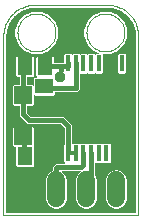
<source format=gtl>
G75*
G70*
%OFA0B0*%
%FSLAX24Y24*%
%IPPOS*%
%LPD*%
%AMOC8*
5,1,8,0,0,1.08239X$1,22.5*
%
%ADD10C,0.0000*%
%ADD11R,0.0181X0.0563*%
%ADD12R,0.0591X0.0512*%
%ADD13R,0.0512X0.0591*%
%ADD14R,0.0591X0.0591*%
%ADD15C,0.0600*%
%ADD16C,0.0160*%
%ADD17OC8,0.0356*%
%ADD18C,0.0001*%
%ADD19C,0.0120*%
D10*
X000907Y000574D02*
X000907Y006524D01*
X001007Y006524D02*
X001019Y006673D01*
X001110Y006955D01*
X001285Y007196D01*
X001525Y007370D01*
X001808Y007462D01*
X001957Y007474D01*
X001983Y007474D01*
X001998Y007474D01*
X004357Y007474D01*
X004505Y007462D01*
X004788Y007370D01*
X005028Y007196D01*
X005203Y006955D01*
X005295Y006673D01*
X005306Y006524D01*
X005306Y006483D01*
X005306Y000674D01*
X001007Y000674D01*
X001007Y006483D01*
X001007Y006524D01*
X001277Y006504D02*
X001388Y006235D01*
X001593Y006030D01*
X001861Y005919D01*
X002152Y005919D01*
X002420Y006030D01*
X002626Y006235D01*
X002737Y006504D01*
X002737Y006794D01*
X002626Y007063D01*
X002420Y007268D01*
X002152Y007379D01*
X001861Y007379D01*
X001593Y007268D01*
X001388Y007063D01*
X001277Y006794D01*
X001277Y006504D01*
X001341Y005880D02*
X001306Y005844D01*
X001306Y005204D01*
X001341Y005169D01*
X001416Y005169D01*
X001416Y004919D01*
X001236Y004919D01*
X001201Y004883D01*
X001201Y004243D01*
X001236Y004208D01*
X001416Y004208D01*
X001416Y003982D01*
X001416Y003866D01*
X001616Y003666D01*
X001699Y003584D01*
X002799Y003584D01*
X002916Y003466D01*
X002916Y002943D01*
X002910Y002936D01*
X002910Y002324D01*
X002920Y002314D01*
X002765Y002314D01*
X002649Y002314D01*
X002599Y002264D01*
X002516Y002182D01*
X002516Y002056D01*
X002453Y002029D01*
X002351Y001928D01*
X002296Y001796D01*
X002296Y001052D01*
X002351Y000920D01*
X002453Y000819D01*
X002585Y000764D01*
X002728Y000764D01*
X002861Y000819D01*
X002962Y000920D01*
X003017Y001052D01*
X003017Y001796D01*
X002962Y001928D01*
X002861Y002029D01*
X002850Y002034D01*
X003463Y002034D01*
X003453Y002029D01*
X003351Y001928D01*
X003296Y001796D01*
X003296Y001052D01*
X003351Y000920D01*
X003453Y000819D01*
X003585Y000764D01*
X003728Y000764D01*
X003861Y000819D01*
X003962Y000920D01*
X004017Y001052D01*
X004017Y001796D01*
X003969Y001911D01*
X003969Y002289D01*
X003969Y002288D01*
X004200Y002288D01*
X004213Y002301D01*
X004225Y002288D01*
X004456Y002288D01*
X004491Y002324D01*
X004491Y002936D01*
X004456Y002972D01*
X004225Y002972D01*
X004213Y002959D01*
X004200Y002972D01*
X003969Y002972D01*
X003957Y002959D01*
X003944Y002972D01*
X003713Y002972D01*
X003701Y002959D01*
X003688Y002972D01*
X003457Y002972D01*
X003445Y002959D01*
X003432Y002972D01*
X003201Y002972D01*
X003197Y002967D01*
X003197Y003582D01*
X003115Y003664D01*
X002915Y003864D01*
X002799Y003864D01*
X001815Y003864D01*
X001697Y003982D01*
X001697Y004208D01*
X001877Y004208D01*
X001912Y004243D01*
X001912Y004567D01*
X001936Y004543D01*
X002577Y004543D01*
X002612Y004578D01*
X002612Y004669D01*
X003375Y004669D01*
X003457Y004751D01*
X003457Y004867D01*
X003457Y005277D01*
X003457Y005276D01*
X003688Y005276D01*
X003701Y005289D01*
X003713Y005276D01*
X003944Y005276D01*
X003957Y005289D01*
X003969Y005276D01*
X004200Y005276D01*
X004235Y005312D01*
X004235Y005919D01*
X004452Y005919D01*
X004720Y006030D01*
X004926Y006235D01*
X005037Y006504D01*
X005037Y006794D01*
X004926Y007063D01*
X004720Y007268D01*
X004452Y007379D01*
X004161Y007379D01*
X003893Y007268D01*
X003688Y007063D01*
X003577Y006794D01*
X003577Y006504D01*
X003688Y006235D01*
X003893Y006030D01*
X004063Y005960D01*
X003969Y005960D01*
X003957Y005947D01*
X003944Y005960D01*
X003713Y005960D01*
X003701Y005947D01*
X003688Y005960D01*
X003457Y005960D01*
X003445Y005947D01*
X003432Y005960D01*
X003201Y005960D01*
X003189Y005947D01*
X003176Y005960D01*
X002946Y005960D01*
X002910Y005925D01*
X002910Y005667D01*
X002871Y005668D01*
X002811Y005669D01*
X002755Y005670D01*
X002755Y005669D01*
X002755Y005669D01*
X002749Y005664D01*
X002607Y005664D01*
X002607Y005844D01*
X002572Y005880D01*
X002010Y005880D01*
X001975Y005844D01*
X001975Y005204D01*
X002004Y005175D01*
X001936Y005175D01*
X001901Y005140D01*
X001901Y004894D01*
X001877Y004919D01*
X001697Y004919D01*
X001697Y005169D01*
X001903Y005169D01*
X001938Y005204D01*
X001938Y005844D01*
X001903Y005880D01*
X001341Y005880D01*
X000907Y006524D02*
X000909Y006587D01*
X000915Y006651D01*
X000924Y006713D01*
X000938Y006775D01*
X000955Y006836D01*
X000975Y006896D01*
X001000Y006955D01*
X001027Y007012D01*
X001058Y007067D01*
X001093Y007120D01*
X001130Y007172D01*
X001171Y007220D01*
X001215Y007266D01*
X001261Y007310D01*
X001309Y007351D01*
X001361Y007388D01*
X001414Y007423D01*
X001469Y007454D01*
X001526Y007481D01*
X001585Y007506D01*
X001645Y007526D01*
X001706Y007543D01*
X001768Y007557D01*
X001830Y007566D01*
X001894Y007572D01*
X001957Y007574D01*
X004357Y007574D01*
X003677Y006649D02*
X003679Y006699D01*
X003685Y006749D01*
X003695Y006798D01*
X003709Y006846D01*
X003726Y006893D01*
X003747Y006938D01*
X003772Y006982D01*
X003800Y007023D01*
X003832Y007062D01*
X003866Y007099D01*
X003903Y007133D01*
X003943Y007163D01*
X003985Y007190D01*
X004029Y007214D01*
X004075Y007235D01*
X004122Y007251D01*
X004170Y007264D01*
X004220Y007273D01*
X004269Y007278D01*
X004320Y007279D01*
X004370Y007276D01*
X004419Y007269D01*
X004468Y007258D01*
X004516Y007243D01*
X004562Y007225D01*
X004607Y007203D01*
X004650Y007177D01*
X004691Y007148D01*
X004730Y007116D01*
X004766Y007081D01*
X004798Y007043D01*
X004828Y007003D01*
X004855Y006960D01*
X004878Y006916D01*
X004897Y006870D01*
X004913Y006822D01*
X004925Y006773D01*
X004933Y006724D01*
X004937Y006674D01*
X004937Y006624D01*
X004933Y006574D01*
X004925Y006525D01*
X004913Y006476D01*
X004897Y006428D01*
X004878Y006382D01*
X004855Y006338D01*
X004828Y006295D01*
X004798Y006255D01*
X004766Y006217D01*
X004730Y006182D01*
X004691Y006150D01*
X004650Y006121D01*
X004607Y006095D01*
X004562Y006073D01*
X004516Y006055D01*
X004468Y006040D01*
X004419Y006029D01*
X004370Y006022D01*
X004320Y006019D01*
X004269Y006020D01*
X004220Y006025D01*
X004170Y006034D01*
X004122Y006047D01*
X004075Y006063D01*
X004029Y006084D01*
X003985Y006108D01*
X003943Y006135D01*
X003903Y006165D01*
X003866Y006199D01*
X003832Y006236D01*
X003800Y006275D01*
X003772Y006316D01*
X003747Y006360D01*
X003726Y006405D01*
X003709Y006452D01*
X003695Y006500D01*
X003685Y006549D01*
X003679Y006599D01*
X003677Y006649D01*
X004357Y007574D02*
X004420Y007572D01*
X004484Y007566D01*
X004546Y007557D01*
X004608Y007543D01*
X004669Y007526D01*
X004729Y007506D01*
X004788Y007481D01*
X004845Y007454D01*
X004900Y007423D01*
X004953Y007388D01*
X005005Y007351D01*
X005053Y007310D01*
X005099Y007266D01*
X005143Y007220D01*
X005184Y007172D01*
X005221Y007120D01*
X005256Y007067D01*
X005287Y007012D01*
X005314Y006955D01*
X005339Y006896D01*
X005359Y006836D01*
X005376Y006775D01*
X005390Y006713D01*
X005399Y006651D01*
X005405Y006587D01*
X005407Y006524D01*
X005407Y000574D01*
X000907Y000574D01*
X001341Y002169D02*
X001903Y002169D01*
X001938Y002204D01*
X001938Y002844D01*
X001912Y002870D01*
X001912Y003505D01*
X001877Y003541D01*
X001236Y003541D01*
X001201Y003505D01*
X001201Y002865D01*
X001236Y002830D01*
X001306Y002830D01*
X001306Y002204D01*
X001341Y002169D01*
X002871Y005668D02*
X002871Y005668D01*
X001377Y006649D02*
X001379Y006699D01*
X001385Y006749D01*
X001395Y006798D01*
X001409Y006846D01*
X001426Y006893D01*
X001447Y006938D01*
X001472Y006982D01*
X001500Y007023D01*
X001532Y007062D01*
X001566Y007099D01*
X001603Y007133D01*
X001643Y007163D01*
X001685Y007190D01*
X001729Y007214D01*
X001775Y007235D01*
X001822Y007251D01*
X001870Y007264D01*
X001920Y007273D01*
X001969Y007278D01*
X002020Y007279D01*
X002070Y007276D01*
X002119Y007269D01*
X002168Y007258D01*
X002216Y007243D01*
X002262Y007225D01*
X002307Y007203D01*
X002350Y007177D01*
X002391Y007148D01*
X002430Y007116D01*
X002466Y007081D01*
X002498Y007043D01*
X002528Y007003D01*
X002555Y006960D01*
X002578Y006916D01*
X002597Y006870D01*
X002613Y006822D01*
X002625Y006773D01*
X002633Y006724D01*
X002637Y006674D01*
X002637Y006624D01*
X002633Y006574D01*
X002625Y006525D01*
X002613Y006476D01*
X002597Y006428D01*
X002578Y006382D01*
X002555Y006338D01*
X002528Y006295D01*
X002498Y006255D01*
X002466Y006217D01*
X002430Y006182D01*
X002391Y006150D01*
X002350Y006121D01*
X002307Y006095D01*
X002262Y006073D01*
X002216Y006055D01*
X002168Y006040D01*
X002119Y006029D01*
X002070Y006022D01*
X002020Y006019D01*
X001969Y006020D01*
X001920Y006025D01*
X001870Y006034D01*
X001822Y006047D01*
X001775Y006063D01*
X001729Y006084D01*
X001685Y006108D01*
X001643Y006135D01*
X001603Y006165D01*
X001566Y006199D01*
X001532Y006236D01*
X001500Y006275D01*
X001472Y006316D01*
X001447Y006360D01*
X001426Y006405D01*
X001409Y006452D01*
X001395Y006500D01*
X001385Y006549D01*
X001379Y006599D01*
X001377Y006649D01*
X004351Y001928D02*
X004296Y001796D01*
X004296Y001052D01*
X004351Y000920D01*
X004453Y000819D01*
X004585Y000764D01*
X004728Y000764D01*
X004861Y000819D01*
X004962Y000920D01*
X005017Y001052D01*
X005017Y001796D01*
X004962Y001928D01*
X004861Y002029D01*
X004728Y002084D01*
X004585Y002084D01*
X004453Y002029D01*
X004351Y001928D01*
X004737Y005276D02*
X004702Y005312D01*
X004702Y005925D01*
X004737Y005960D01*
X004968Y005960D01*
X005003Y005925D01*
X005003Y005312D01*
X004968Y005276D01*
X004737Y005276D01*
D11*
X004852Y005618D03*
X004596Y005618D03*
X004341Y005618D03*
X004085Y005618D03*
X003829Y005618D03*
X003573Y005618D03*
X003317Y005618D03*
X003061Y005618D03*
X003061Y002630D03*
X003317Y002630D03*
X003573Y002630D03*
X003829Y002630D03*
X004085Y002630D03*
X004341Y002630D03*
X004596Y002630D03*
X004852Y002630D03*
D12*
X002257Y004189D03*
X002257Y004859D03*
D13*
X002291Y005524D03*
X001622Y005524D03*
X001622Y002524D03*
X002291Y002524D03*
D14*
X001557Y003185D03*
X001557Y004563D03*
D15*
X001657Y001724D02*
X001657Y001124D01*
X002657Y001124D02*
X002657Y001724D01*
X003657Y001724D02*
X003657Y001124D01*
X004657Y001124D02*
X004657Y001724D01*
D16*
X004596Y002630D02*
X004852Y002630D01*
X003829Y002630D02*
X003829Y001596D01*
X003657Y001424D01*
X003507Y002174D02*
X002707Y002174D01*
X002657Y002124D01*
X002657Y001424D01*
X003057Y002634D02*
X003057Y003524D01*
X002857Y003724D01*
X001757Y003724D01*
X001557Y003924D01*
X001557Y004563D01*
X001557Y005274D01*
X001622Y005524D01*
X002291Y005524D02*
X003061Y005524D01*
X002811Y005528D01*
X002807Y005174D01*
X003061Y005524D02*
X003061Y005618D01*
X003317Y005618D02*
X003317Y004809D01*
X002257Y004809D01*
X002257Y004859D01*
X001557Y003185D02*
X001622Y002524D01*
X003507Y002174D02*
X003573Y002240D01*
X003573Y002630D01*
X004341Y005618D02*
X004596Y005618D01*
D17*
X002807Y005174D03*
D18*
X002750Y005665D02*
X002607Y005665D01*
X002607Y005666D02*
X002751Y005666D01*
X002752Y005667D02*
X002607Y005667D01*
X002607Y005668D02*
X002753Y005668D01*
X002754Y005669D02*
X002607Y005669D01*
X002607Y005670D02*
X002910Y005670D01*
X002910Y005671D02*
X002607Y005671D01*
X002607Y005672D02*
X002910Y005672D01*
X002910Y005673D02*
X002607Y005673D01*
X002607Y005674D02*
X002910Y005674D01*
X002910Y005675D02*
X002607Y005675D01*
X002607Y005676D02*
X002910Y005676D01*
X002910Y005677D02*
X002607Y005677D01*
X002910Y005677D01*
X002910Y005678D02*
X002607Y005678D01*
X002607Y005679D02*
X002910Y005679D01*
X002910Y005680D02*
X002607Y005680D01*
X002607Y005681D02*
X002910Y005681D01*
X002910Y005682D02*
X002607Y005682D01*
X002607Y005683D02*
X002910Y005683D01*
X002910Y005684D02*
X002607Y005684D01*
X002607Y005685D02*
X002910Y005685D01*
X002910Y005686D02*
X002607Y005686D01*
X002607Y005687D02*
X002910Y005687D01*
X002910Y005688D02*
X002607Y005688D01*
X002607Y005689D02*
X002910Y005689D01*
X002910Y005690D02*
X002607Y005690D01*
X002607Y005691D02*
X002910Y005691D01*
X002910Y005692D02*
X002607Y005692D01*
X002607Y005693D02*
X002910Y005693D01*
X002910Y005694D02*
X002607Y005694D01*
X002910Y005694D01*
X002910Y005695D02*
X002607Y005695D01*
X002607Y005696D02*
X002910Y005696D01*
X002910Y005697D02*
X002607Y005697D01*
X002607Y005698D02*
X002910Y005698D01*
X002910Y005699D02*
X002607Y005699D01*
X002607Y005700D02*
X002910Y005700D01*
X002910Y005701D02*
X002607Y005701D01*
X002607Y005702D02*
X002910Y005702D01*
X002910Y005703D02*
X002607Y005703D01*
X002607Y005704D02*
X002910Y005704D01*
X002910Y005705D02*
X002607Y005705D01*
X002607Y005706D02*
X002910Y005706D01*
X002910Y005707D02*
X002607Y005707D01*
X002607Y005708D02*
X002910Y005708D01*
X002910Y005709D02*
X002607Y005709D01*
X002607Y005710D02*
X002910Y005710D01*
X002910Y005711D02*
X002607Y005711D01*
X002910Y005711D01*
X002910Y005712D02*
X002607Y005712D01*
X002607Y005713D02*
X002910Y005713D01*
X002910Y005714D02*
X002607Y005714D01*
X002607Y005715D02*
X002910Y005715D01*
X002910Y005716D02*
X002607Y005716D01*
X002607Y005717D02*
X002910Y005717D01*
X002910Y005718D02*
X002607Y005718D01*
X002607Y005719D02*
X002910Y005719D01*
X002910Y005720D02*
X002607Y005720D01*
X002607Y005721D02*
X002910Y005721D01*
X002910Y005722D02*
X002607Y005722D01*
X002607Y005723D02*
X002910Y005723D01*
X002910Y005724D02*
X002607Y005724D01*
X002607Y005725D02*
X002910Y005725D01*
X002910Y005726D02*
X002607Y005726D01*
X002607Y005727D02*
X002910Y005727D01*
X002910Y005728D02*
X002607Y005728D01*
X002607Y005729D02*
X002910Y005729D01*
X002607Y005729D01*
X002607Y005730D02*
X002910Y005730D01*
X002910Y005731D02*
X002607Y005731D01*
X002607Y005732D02*
X002910Y005732D01*
X002910Y005733D02*
X002607Y005733D01*
X002607Y005734D02*
X002910Y005734D01*
X002910Y005735D02*
X002607Y005735D01*
X002607Y005736D02*
X002910Y005736D01*
X002910Y005737D02*
X002607Y005737D01*
X002607Y005738D02*
X002910Y005738D01*
X002910Y005739D02*
X002607Y005739D01*
X002607Y005740D02*
X002910Y005740D01*
X002910Y005741D02*
X002607Y005741D01*
X002607Y005742D02*
X002910Y005742D01*
X002910Y005743D02*
X002607Y005743D01*
X002607Y005744D02*
X002910Y005744D01*
X002910Y005745D02*
X002607Y005745D01*
X002607Y005746D02*
X002910Y005746D01*
X002607Y005746D01*
X002607Y005747D02*
X002910Y005747D01*
X002910Y005748D02*
X002607Y005748D01*
X002607Y005749D02*
X002910Y005749D01*
X002910Y005750D02*
X002607Y005750D01*
X002607Y005751D02*
X002910Y005751D01*
X002910Y005752D02*
X002607Y005752D01*
X002607Y005753D02*
X002910Y005753D01*
X002910Y005754D02*
X002607Y005754D01*
X002607Y005755D02*
X002910Y005755D01*
X002910Y005756D02*
X002607Y005756D01*
X002607Y005757D02*
X002910Y005757D01*
X002910Y005758D02*
X002607Y005758D01*
X002607Y005759D02*
X002910Y005759D01*
X002910Y005760D02*
X002607Y005760D01*
X002607Y005761D02*
X002910Y005761D01*
X002910Y005762D02*
X002607Y005762D01*
X002607Y005763D02*
X002910Y005763D01*
X002607Y005763D01*
X002607Y005764D02*
X002910Y005764D01*
X002910Y005765D02*
X002607Y005765D01*
X002607Y005766D02*
X002910Y005766D01*
X002910Y005767D02*
X002607Y005767D01*
X002607Y005768D02*
X002910Y005768D01*
X002910Y005769D02*
X002607Y005769D01*
X002607Y005770D02*
X002910Y005770D01*
X002910Y005771D02*
X002607Y005771D01*
X002607Y005772D02*
X002910Y005772D01*
X002910Y005773D02*
X002607Y005773D01*
X002607Y005774D02*
X002910Y005774D01*
X002910Y005775D02*
X002607Y005775D01*
X002607Y005776D02*
X002910Y005776D01*
X002910Y005777D02*
X002607Y005777D01*
X002607Y005778D02*
X002910Y005778D01*
X002910Y005779D02*
X002607Y005779D01*
X002607Y005780D02*
X002910Y005780D01*
X002607Y005780D01*
X002607Y005781D02*
X002910Y005781D01*
X002910Y005782D02*
X002607Y005782D01*
X002607Y005783D02*
X002910Y005783D01*
X002910Y005784D02*
X002607Y005784D01*
X002607Y005785D02*
X002910Y005785D01*
X002910Y005786D02*
X002607Y005786D01*
X002607Y005787D02*
X002910Y005787D01*
X002910Y005788D02*
X002607Y005788D01*
X002607Y005789D02*
X002910Y005789D01*
X002910Y005790D02*
X002607Y005790D01*
X002607Y005791D02*
X002910Y005791D01*
X002910Y005792D02*
X002607Y005792D01*
X002607Y005793D02*
X002910Y005793D01*
X002910Y005794D02*
X002607Y005794D01*
X002607Y005795D02*
X002910Y005795D01*
X002910Y005796D02*
X002607Y005796D01*
X002607Y005797D02*
X002910Y005797D01*
X002607Y005797D01*
X002607Y005798D02*
X002910Y005798D01*
X002910Y005799D02*
X002607Y005799D01*
X002607Y005800D02*
X002910Y005800D01*
X002910Y005801D02*
X002607Y005801D01*
X002607Y005802D02*
X002910Y005802D01*
X002910Y005803D02*
X002607Y005803D01*
X002607Y005804D02*
X002910Y005804D01*
X002910Y005805D02*
X002607Y005805D01*
X002607Y005806D02*
X002910Y005806D01*
X002910Y005807D02*
X002607Y005807D01*
X002607Y005808D02*
X002910Y005808D01*
X002910Y005809D02*
X002607Y005809D01*
X002607Y005810D02*
X002910Y005810D01*
X002910Y005811D02*
X002607Y005811D01*
X002607Y005812D02*
X002910Y005812D01*
X002910Y005813D02*
X002607Y005813D01*
X002607Y005814D02*
X002910Y005814D01*
X002607Y005814D01*
X002607Y005815D02*
X002910Y005815D01*
X002910Y005816D02*
X002607Y005816D01*
X002607Y005817D02*
X002910Y005817D01*
X002910Y005818D02*
X002607Y005818D01*
X002607Y005819D02*
X002910Y005819D01*
X002910Y005820D02*
X002607Y005820D01*
X002607Y005821D02*
X002910Y005821D01*
X002910Y005822D02*
X002607Y005822D01*
X002607Y005823D02*
X002910Y005823D01*
X002910Y005824D02*
X002607Y005824D01*
X002607Y005825D02*
X002910Y005825D01*
X002910Y005826D02*
X002607Y005826D01*
X002607Y005827D02*
X002910Y005827D01*
X002910Y005828D02*
X002607Y005828D01*
X002607Y005829D02*
X002910Y005829D01*
X002910Y005830D02*
X002607Y005830D01*
X002607Y005831D02*
X002910Y005831D01*
X002607Y005831D01*
X002607Y005832D02*
X002910Y005832D01*
X002910Y005833D02*
X002607Y005833D01*
X002607Y005834D02*
X002910Y005834D01*
X002910Y005835D02*
X002607Y005835D01*
X002607Y005836D02*
X002910Y005836D01*
X002910Y005837D02*
X002607Y005837D01*
X002607Y005838D02*
X002910Y005838D01*
X002910Y005839D02*
X002607Y005839D01*
X002607Y005840D02*
X002910Y005840D01*
X002910Y005841D02*
X002607Y005841D01*
X002607Y005842D02*
X002910Y005842D01*
X002910Y005843D02*
X002607Y005843D01*
X002607Y005844D02*
X002910Y005844D01*
X002910Y005845D02*
X002607Y005845D01*
X002606Y005846D02*
X002910Y005846D01*
X002910Y005847D02*
X002605Y005847D01*
X002604Y005848D02*
X002910Y005848D01*
X002910Y005849D02*
X002603Y005849D01*
X002602Y005849D02*
X002910Y005849D01*
X002910Y005850D02*
X002601Y005850D01*
X002600Y005851D02*
X002910Y005851D01*
X002910Y005852D02*
X002599Y005852D01*
X002599Y005853D02*
X002910Y005853D01*
X002910Y005854D02*
X002598Y005854D01*
X002597Y005855D02*
X002910Y005855D01*
X002910Y005856D02*
X002596Y005856D01*
X002595Y005857D02*
X002910Y005857D01*
X002910Y005858D02*
X002594Y005858D01*
X002593Y005859D02*
X002910Y005859D01*
X002910Y005860D02*
X002592Y005860D01*
X002591Y005861D02*
X002910Y005861D01*
X002910Y005862D02*
X002590Y005862D01*
X002589Y005863D02*
X002910Y005863D01*
X002910Y005864D02*
X002588Y005864D01*
X002587Y005865D02*
X002910Y005865D01*
X002910Y005866D02*
X002586Y005866D01*
X002585Y005866D02*
X002910Y005866D01*
X002910Y005867D02*
X002584Y005867D01*
X002583Y005868D02*
X002910Y005868D01*
X002910Y005869D02*
X002582Y005869D01*
X002581Y005870D02*
X002910Y005870D01*
X002910Y005871D02*
X002581Y005871D01*
X002580Y005872D02*
X002910Y005872D01*
X002910Y005873D02*
X002579Y005873D01*
X002578Y005874D02*
X002910Y005874D01*
X002910Y005875D02*
X002577Y005875D01*
X002576Y005876D02*
X002910Y005876D01*
X002910Y005877D02*
X002575Y005877D01*
X002574Y005878D02*
X002910Y005878D01*
X002910Y005879D02*
X002573Y005879D01*
X002425Y006035D02*
X003889Y006035D01*
X003889Y006034D02*
X002424Y006034D01*
X002423Y006033D02*
X003890Y006033D01*
X003891Y006032D02*
X002422Y006032D01*
X002421Y006031D02*
X003892Y006031D01*
X003893Y006030D02*
X002420Y006030D01*
X002418Y006029D02*
X003896Y006029D01*
X003898Y006028D02*
X002415Y006028D01*
X002413Y006027D02*
X003900Y006027D01*
X003903Y006026D02*
X002411Y006026D01*
X002408Y006025D02*
X003905Y006025D01*
X003907Y006024D02*
X002406Y006024D01*
X002404Y006023D02*
X003909Y006023D01*
X003912Y006022D02*
X002402Y006022D01*
X002399Y006021D02*
X003914Y006021D01*
X003916Y006020D02*
X002397Y006020D01*
X002395Y006020D02*
X003919Y006020D01*
X003921Y006019D02*
X002392Y006019D01*
X002390Y006018D02*
X003923Y006018D01*
X003925Y006017D02*
X002388Y006017D01*
X002386Y006016D02*
X003928Y006016D01*
X003930Y006015D02*
X002383Y006015D01*
X002381Y006014D02*
X003932Y006014D01*
X003935Y006013D02*
X002379Y006013D01*
X002377Y006012D02*
X003937Y006012D01*
X003939Y006011D02*
X002374Y006011D01*
X002372Y006010D02*
X003941Y006010D01*
X003944Y006009D02*
X002370Y006009D01*
X002367Y006008D02*
X003946Y006008D01*
X003948Y006007D02*
X002365Y006007D01*
X002363Y006006D02*
X003951Y006006D01*
X003953Y006005D02*
X002361Y006005D01*
X002358Y006004D02*
X003955Y006004D01*
X003957Y006003D02*
X002356Y006003D01*
X002354Y006003D02*
X003960Y006003D01*
X003962Y006002D02*
X002351Y006002D01*
X002349Y006001D02*
X003964Y006001D01*
X003966Y006000D02*
X002347Y006000D01*
X002345Y005999D02*
X003969Y005999D01*
X003971Y005998D02*
X002342Y005998D01*
X002340Y005997D02*
X003973Y005997D01*
X003976Y005996D02*
X002338Y005996D01*
X002335Y005995D02*
X003978Y005995D01*
X003980Y005994D02*
X002333Y005994D01*
X002331Y005993D02*
X003982Y005993D01*
X003985Y005992D02*
X002329Y005992D01*
X002326Y005991D02*
X003987Y005991D01*
X003989Y005990D02*
X002324Y005990D01*
X002322Y005989D02*
X003992Y005989D01*
X003994Y005988D02*
X002319Y005988D01*
X002317Y005987D02*
X003996Y005987D01*
X003998Y005986D02*
X002315Y005986D01*
X002313Y005986D02*
X004001Y005986D01*
X004003Y005985D02*
X002310Y005985D01*
X002308Y005984D02*
X004005Y005984D01*
X004008Y005983D02*
X002306Y005983D01*
X002304Y005982D02*
X004010Y005982D01*
X004012Y005981D02*
X002301Y005981D01*
X002299Y005980D02*
X004014Y005980D01*
X004017Y005979D02*
X002297Y005979D01*
X002294Y005978D02*
X004019Y005978D01*
X004021Y005977D02*
X002292Y005977D01*
X002290Y005976D02*
X004024Y005976D01*
X004026Y005975D02*
X002288Y005975D01*
X002285Y005974D02*
X004028Y005974D01*
X004030Y005973D02*
X002283Y005973D01*
X002281Y005972D02*
X004033Y005972D01*
X004035Y005971D02*
X002278Y005971D01*
X002276Y005970D02*
X004037Y005970D01*
X004040Y005969D02*
X002274Y005969D01*
X002272Y005969D02*
X004042Y005969D01*
X004044Y005968D02*
X002269Y005968D01*
X002267Y005967D02*
X004046Y005967D01*
X004049Y005966D02*
X002265Y005966D01*
X002262Y005965D02*
X004051Y005965D01*
X004053Y005964D02*
X002260Y005964D01*
X002258Y005963D02*
X004055Y005963D01*
X004058Y005962D02*
X002256Y005962D01*
X002253Y005961D02*
X004060Y005961D01*
X004062Y005960D02*
X002251Y005960D01*
X002249Y005959D02*
X002945Y005959D01*
X002944Y005958D02*
X002246Y005958D01*
X002244Y005957D02*
X002943Y005957D01*
X002942Y005956D02*
X002242Y005956D01*
X002240Y005955D02*
X002941Y005955D01*
X002940Y005954D02*
X002237Y005954D01*
X002235Y005953D02*
X002939Y005953D01*
X002938Y005952D02*
X002233Y005952D01*
X002231Y005951D02*
X002937Y005951D01*
X002936Y005951D02*
X002228Y005951D01*
X002226Y005950D02*
X002935Y005950D01*
X002934Y005949D02*
X002224Y005949D01*
X002221Y005948D02*
X002933Y005948D01*
X002932Y005947D02*
X002219Y005947D01*
X002217Y005946D02*
X002931Y005946D01*
X002931Y005945D02*
X002215Y005945D01*
X002212Y005944D02*
X002930Y005944D01*
X002929Y005943D02*
X002210Y005943D01*
X002208Y005942D02*
X002928Y005942D01*
X002927Y005941D02*
X002205Y005941D01*
X002203Y005940D02*
X002926Y005940D01*
X002925Y005939D02*
X002201Y005939D01*
X002199Y005938D02*
X002924Y005938D01*
X002923Y005937D02*
X002196Y005937D01*
X002194Y005936D02*
X002922Y005936D01*
X002921Y005935D02*
X002192Y005935D01*
X002189Y005934D02*
X002920Y005934D01*
X002919Y005934D02*
X002187Y005934D01*
X002185Y005933D02*
X002918Y005933D01*
X002917Y005932D02*
X002183Y005932D01*
X002180Y005931D02*
X002916Y005931D01*
X002915Y005930D02*
X002178Y005930D01*
X002176Y005929D02*
X002914Y005929D01*
X002914Y005928D02*
X002174Y005928D01*
X002171Y005927D02*
X002913Y005927D01*
X002912Y005926D02*
X002169Y005926D01*
X002167Y005925D02*
X002911Y005925D01*
X002910Y005924D02*
X002164Y005924D01*
X002162Y005923D02*
X002910Y005923D01*
X002910Y005922D02*
X002160Y005922D01*
X002158Y005921D02*
X002910Y005921D01*
X002910Y005920D02*
X002155Y005920D01*
X002153Y005919D02*
X002910Y005919D01*
X002910Y005918D02*
X001007Y005918D01*
X001007Y005917D02*
X002910Y005917D01*
X001007Y005917D01*
X001007Y005916D02*
X002910Y005916D01*
X002910Y005915D02*
X001007Y005915D01*
X001007Y005914D02*
X002910Y005914D01*
X002910Y005913D02*
X001007Y005913D01*
X001007Y005912D02*
X002910Y005912D01*
X002910Y005911D02*
X001007Y005911D01*
X001007Y005910D02*
X002910Y005910D01*
X002910Y005909D02*
X001007Y005909D01*
X001007Y005908D02*
X002910Y005908D01*
X002910Y005907D02*
X001007Y005907D01*
X001007Y005906D02*
X002910Y005906D01*
X002910Y005905D02*
X001007Y005905D01*
X001007Y005904D02*
X002910Y005904D01*
X002910Y005903D02*
X001007Y005903D01*
X001007Y005902D02*
X002910Y005902D01*
X002910Y005901D02*
X001007Y005901D01*
X001007Y005900D02*
X002910Y005900D01*
X001007Y005900D01*
X001007Y005899D02*
X002910Y005899D01*
X002910Y005898D02*
X001007Y005898D01*
X001007Y005897D02*
X002910Y005897D01*
X002910Y005896D02*
X001007Y005896D01*
X001007Y005895D02*
X002910Y005895D01*
X002910Y005894D02*
X001007Y005894D01*
X001007Y005893D02*
X002910Y005893D01*
X002910Y005892D02*
X001007Y005892D01*
X001007Y005891D02*
X002910Y005891D01*
X002910Y005890D02*
X001007Y005890D01*
X001007Y005889D02*
X002910Y005889D01*
X002910Y005888D02*
X001007Y005888D01*
X001007Y005887D02*
X002910Y005887D01*
X002910Y005886D02*
X001007Y005886D01*
X001007Y005885D02*
X002910Y005885D01*
X002910Y005884D02*
X001007Y005884D01*
X001007Y005883D02*
X002910Y005883D01*
X001007Y005883D01*
X001007Y005882D02*
X002910Y005882D01*
X002910Y005881D02*
X001007Y005881D01*
X001007Y005880D02*
X002910Y005880D01*
X002910Y005669D02*
X002791Y005669D01*
X002861Y005668D02*
X002910Y005668D01*
X002910Y005667D02*
X002899Y005667D01*
X003183Y005953D02*
X003195Y005953D01*
X003194Y005952D02*
X003184Y005952D01*
X003185Y005951D02*
X003193Y005951D01*
X003192Y005951D02*
X003186Y005951D01*
X003187Y005950D02*
X003191Y005950D01*
X003190Y005949D02*
X003188Y005949D01*
X003189Y005948D02*
X003189Y005948D01*
X003182Y005954D02*
X003196Y005954D01*
X003197Y005955D02*
X003181Y005955D01*
X003180Y005956D02*
X003198Y005956D01*
X003199Y005957D02*
X003179Y005957D01*
X003178Y005958D02*
X003200Y005958D01*
X003201Y005959D02*
X003177Y005959D01*
X003433Y005959D02*
X003457Y005959D01*
X003456Y005958D02*
X003434Y005958D01*
X003435Y005957D02*
X003455Y005957D01*
X003454Y005956D02*
X003436Y005956D01*
X003437Y005955D02*
X003453Y005955D01*
X003452Y005954D02*
X003438Y005954D01*
X003439Y005953D02*
X003451Y005953D01*
X003450Y005952D02*
X003440Y005952D01*
X003441Y005951D02*
X003449Y005951D01*
X003448Y005951D02*
X003442Y005951D01*
X003443Y005950D02*
X003447Y005950D01*
X003446Y005949D02*
X003444Y005949D01*
X003445Y005948D02*
X003445Y005948D01*
X003666Y006288D02*
X002647Y006288D01*
X002647Y006287D02*
X003666Y006287D01*
X003667Y006286D02*
X002647Y006286D01*
X002646Y006285D02*
X003667Y006285D01*
X003668Y006284D02*
X002646Y006284D01*
X002645Y006283D02*
X003668Y006283D01*
X003668Y006282D02*
X002645Y006282D01*
X002645Y006281D02*
X003669Y006281D01*
X003669Y006280D02*
X002644Y006280D01*
X002644Y006279D02*
X003669Y006279D01*
X003670Y006278D02*
X002643Y006278D01*
X002643Y006277D02*
X003670Y006277D01*
X003671Y006277D02*
X002643Y006277D01*
X002642Y006276D02*
X003671Y006276D01*
X003671Y006275D02*
X002642Y006275D01*
X002641Y006274D02*
X003672Y006274D01*
X003672Y006273D02*
X002641Y006273D01*
X002641Y006272D02*
X003673Y006272D01*
X003673Y006271D02*
X002640Y006271D01*
X002640Y006270D02*
X003673Y006270D01*
X003674Y006269D02*
X002640Y006269D01*
X002639Y006268D02*
X003674Y006268D01*
X003675Y006267D02*
X002639Y006267D01*
X002638Y006266D02*
X003675Y006266D01*
X003675Y006265D02*
X002638Y006265D01*
X002638Y006264D02*
X003676Y006264D01*
X003676Y006263D02*
X002637Y006263D01*
X002637Y006262D02*
X003677Y006262D01*
X003677Y006261D02*
X002636Y006261D01*
X002636Y006260D02*
X003677Y006260D01*
X003678Y006260D02*
X002636Y006260D01*
X002635Y006259D02*
X003678Y006259D01*
X003678Y006258D02*
X002635Y006258D01*
X002634Y006257D02*
X003679Y006257D01*
X003679Y006256D02*
X002634Y006256D01*
X002634Y006255D02*
X003680Y006255D01*
X003680Y006254D02*
X002633Y006254D01*
X002633Y006253D02*
X003680Y006253D01*
X003681Y006252D02*
X002632Y006252D01*
X002632Y006251D02*
X003681Y006251D01*
X003682Y006250D02*
X002632Y006250D01*
X002631Y006249D02*
X003682Y006249D01*
X003682Y006248D02*
X002631Y006248D01*
X002631Y006247D02*
X003683Y006247D01*
X003683Y006246D02*
X002630Y006246D01*
X002630Y006245D02*
X003684Y006245D01*
X003684Y006244D02*
X002629Y006244D01*
X002629Y006243D02*
X003684Y006243D01*
X003685Y006243D02*
X002629Y006243D01*
X002628Y006242D02*
X003685Y006242D01*
X003686Y006241D02*
X002628Y006241D01*
X002627Y006240D02*
X003686Y006240D01*
X003686Y006239D02*
X002627Y006239D01*
X002627Y006238D02*
X003687Y006238D01*
X003687Y006237D02*
X002626Y006237D01*
X002626Y006236D02*
X003687Y006236D01*
X003688Y006235D02*
X002625Y006235D01*
X002624Y006234D02*
X003689Y006234D01*
X003690Y006233D02*
X002623Y006233D01*
X002622Y006232D02*
X003691Y006232D01*
X003692Y006231D02*
X002621Y006231D01*
X002620Y006230D02*
X003693Y006230D01*
X003694Y006229D02*
X002619Y006229D01*
X002619Y006228D02*
X003695Y006228D01*
X003696Y006227D02*
X002618Y006227D01*
X002617Y006226D02*
X003697Y006226D01*
X003698Y006226D02*
X002616Y006226D01*
X002615Y006225D02*
X003699Y006225D01*
X003700Y006224D02*
X002614Y006224D01*
X002613Y006223D02*
X003700Y006223D01*
X003701Y006222D02*
X002612Y006222D01*
X002611Y006221D02*
X003702Y006221D01*
X003703Y006220D02*
X002610Y006220D01*
X002609Y006219D02*
X003704Y006219D01*
X003705Y006218D02*
X002608Y006218D01*
X002607Y006217D02*
X003706Y006217D01*
X003707Y006216D02*
X002606Y006216D01*
X002605Y006215D02*
X003708Y006215D01*
X003709Y006214D02*
X002604Y006214D01*
X002603Y006213D02*
X003710Y006213D01*
X003711Y006212D02*
X002602Y006212D01*
X002602Y006211D02*
X003712Y006211D01*
X003713Y006210D02*
X002601Y006210D01*
X002600Y006209D02*
X003714Y006209D01*
X003715Y006209D02*
X002599Y006209D01*
X002598Y006208D02*
X003716Y006208D01*
X003717Y006207D02*
X002597Y006207D01*
X002596Y006206D02*
X003717Y006206D01*
X003718Y006205D02*
X002595Y006205D01*
X002594Y006204D02*
X003719Y006204D01*
X003720Y006203D02*
X002593Y006203D01*
X002592Y006202D02*
X003721Y006202D01*
X003722Y006201D02*
X002591Y006201D01*
X002590Y006200D02*
X003723Y006200D01*
X003724Y006199D02*
X002589Y006199D01*
X002588Y006198D02*
X003725Y006198D01*
X003726Y006197D02*
X002587Y006197D01*
X002586Y006196D02*
X003727Y006196D01*
X003728Y006195D02*
X002585Y006195D01*
X002585Y006194D02*
X003729Y006194D01*
X003730Y006193D02*
X002584Y006193D01*
X002583Y006192D02*
X003731Y006192D01*
X003732Y006191D02*
X002582Y006191D01*
X002581Y006191D02*
X003733Y006191D01*
X003734Y006190D02*
X002580Y006190D01*
X002579Y006189D02*
X003734Y006189D01*
X003735Y006188D02*
X002578Y006188D01*
X002577Y006187D02*
X003736Y006187D01*
X003737Y006186D02*
X002576Y006186D01*
X002575Y006185D02*
X003738Y006185D01*
X003739Y006184D02*
X002574Y006184D01*
X002573Y006183D02*
X003740Y006183D01*
X003741Y006182D02*
X002572Y006182D01*
X002571Y006181D02*
X003742Y006181D01*
X003743Y006180D02*
X002570Y006180D01*
X002569Y006179D02*
X003744Y006179D01*
X003745Y006178D02*
X002568Y006178D01*
X002568Y006177D02*
X003746Y006177D01*
X003747Y006176D02*
X002567Y006176D01*
X002566Y006175D02*
X003748Y006175D01*
X003749Y006174D02*
X002565Y006174D01*
X002564Y006174D02*
X003750Y006174D01*
X003751Y006173D02*
X002563Y006173D01*
X002562Y006172D02*
X003751Y006172D01*
X003752Y006171D02*
X002561Y006171D01*
X002560Y006170D02*
X003753Y006170D01*
X003754Y006169D02*
X002559Y006169D01*
X002558Y006168D02*
X003755Y006168D01*
X003756Y006167D02*
X002557Y006167D01*
X002556Y006166D02*
X003757Y006166D01*
X003758Y006165D02*
X002555Y006165D01*
X002554Y006164D02*
X003759Y006164D01*
X003760Y006163D02*
X002553Y006163D01*
X002552Y006162D02*
X003761Y006162D01*
X003762Y006161D02*
X002551Y006161D01*
X002551Y006160D02*
X003763Y006160D01*
X003764Y006159D02*
X002550Y006159D01*
X002549Y006158D02*
X003765Y006158D01*
X003766Y006157D02*
X002548Y006157D01*
X002547Y006157D02*
X003767Y006157D01*
X003768Y006156D02*
X002546Y006156D01*
X002545Y006155D02*
X003769Y006155D01*
X003769Y006154D02*
X002544Y006154D01*
X002543Y006153D02*
X003770Y006153D01*
X003771Y006152D02*
X002542Y006152D01*
X002541Y006151D02*
X003772Y006151D01*
X003773Y006150D02*
X002540Y006150D01*
X002539Y006149D02*
X003774Y006149D01*
X003775Y006148D02*
X002538Y006148D01*
X002537Y006147D02*
X003776Y006147D01*
X003777Y006146D02*
X002536Y006146D01*
X002535Y006145D02*
X003778Y006145D01*
X003779Y006144D02*
X002534Y006144D01*
X002534Y006143D02*
X003780Y006143D01*
X003781Y006142D02*
X002533Y006142D01*
X002532Y006141D02*
X003782Y006141D01*
X003783Y006140D02*
X002531Y006140D01*
X002530Y006140D02*
X003784Y006140D01*
X003785Y006139D02*
X002529Y006139D01*
X002528Y006138D02*
X003786Y006138D01*
X003786Y006137D02*
X002527Y006137D01*
X002526Y006136D02*
X003787Y006136D01*
X003788Y006135D02*
X002525Y006135D01*
X002524Y006134D02*
X003789Y006134D01*
X003790Y006133D02*
X002523Y006133D01*
X002522Y006132D02*
X003791Y006132D01*
X003792Y006131D02*
X002521Y006131D01*
X002520Y006130D02*
X003793Y006130D01*
X003794Y006129D02*
X002519Y006129D01*
X002518Y006128D02*
X003795Y006128D01*
X003796Y006127D02*
X002517Y006127D01*
X002516Y006126D02*
X003797Y006126D01*
X003798Y006125D02*
X002516Y006125D01*
X002515Y006124D02*
X003799Y006124D01*
X003800Y006123D02*
X002514Y006123D01*
X002513Y006123D02*
X003801Y006123D01*
X003802Y006122D02*
X002512Y006122D01*
X002511Y006121D02*
X003803Y006121D01*
X003803Y006120D02*
X002510Y006120D01*
X002509Y006119D02*
X003804Y006119D01*
X003805Y006118D02*
X002508Y006118D01*
X002507Y006117D02*
X003806Y006117D01*
X003807Y006116D02*
X002506Y006116D01*
X002505Y006115D02*
X003808Y006115D01*
X003809Y006114D02*
X002504Y006114D01*
X002503Y006113D02*
X003810Y006113D01*
X003811Y006112D02*
X002502Y006112D01*
X002501Y006111D02*
X003812Y006111D01*
X003813Y006110D02*
X002500Y006110D01*
X002499Y006109D02*
X003814Y006109D01*
X003815Y006108D02*
X002499Y006108D01*
X002498Y006107D02*
X003816Y006107D01*
X003817Y006106D02*
X002497Y006106D01*
X002496Y006106D02*
X003818Y006106D01*
X003819Y006105D02*
X002495Y006105D01*
X002494Y006104D02*
X003820Y006104D01*
X003820Y006103D02*
X002493Y006103D01*
X002492Y006102D02*
X003821Y006102D01*
X003822Y006101D02*
X002491Y006101D01*
X002490Y006100D02*
X003823Y006100D01*
X003824Y006099D02*
X002489Y006099D01*
X002488Y006098D02*
X003825Y006098D01*
X003826Y006097D02*
X002487Y006097D01*
X002486Y006096D02*
X003827Y006096D01*
X003828Y006095D02*
X002485Y006095D01*
X002484Y006094D02*
X003829Y006094D01*
X003830Y006093D02*
X002483Y006093D01*
X002482Y006092D02*
X003831Y006092D01*
X003832Y006091D02*
X002482Y006091D01*
X002481Y006090D02*
X003833Y006090D01*
X003834Y006089D02*
X002480Y006089D01*
X002479Y006089D02*
X003835Y006089D01*
X003836Y006088D02*
X002478Y006088D01*
X002477Y006087D02*
X003837Y006087D01*
X003837Y006086D02*
X002476Y006086D01*
X002475Y006085D02*
X003838Y006085D01*
X003839Y006084D02*
X002474Y006084D01*
X002473Y006083D02*
X003840Y006083D01*
X003841Y006082D02*
X002472Y006082D01*
X002471Y006081D02*
X003842Y006081D01*
X003843Y006080D02*
X002470Y006080D01*
X002469Y006079D02*
X003844Y006079D01*
X003845Y006078D02*
X002468Y006078D01*
X002467Y006077D02*
X003846Y006077D01*
X003847Y006076D02*
X002466Y006076D01*
X002465Y006075D02*
X003848Y006075D01*
X003849Y006074D02*
X002465Y006074D01*
X002464Y006073D02*
X003850Y006073D01*
X003851Y006072D02*
X002463Y006072D01*
X002462Y006071D02*
X003852Y006071D01*
X003853Y006071D02*
X002461Y006071D01*
X002460Y006070D02*
X003854Y006070D01*
X003854Y006069D02*
X002459Y006069D01*
X002458Y006068D02*
X003855Y006068D01*
X003856Y006067D02*
X002457Y006067D01*
X002456Y006066D02*
X003857Y006066D01*
X003858Y006065D02*
X002455Y006065D01*
X002454Y006064D02*
X003859Y006064D01*
X003860Y006063D02*
X002453Y006063D01*
X002452Y006062D02*
X003861Y006062D01*
X003862Y006061D02*
X002451Y006061D01*
X002450Y006060D02*
X003863Y006060D01*
X003864Y006059D02*
X002449Y006059D01*
X002448Y006058D02*
X003865Y006058D01*
X003866Y006057D02*
X002448Y006057D01*
X002447Y006056D02*
X003867Y006056D01*
X003868Y006055D02*
X002446Y006055D01*
X002445Y006054D02*
X003869Y006054D01*
X003870Y006054D02*
X002444Y006054D01*
X002443Y006053D02*
X003871Y006053D01*
X003871Y006052D02*
X002442Y006052D01*
X002441Y006051D02*
X003872Y006051D01*
X003873Y006050D02*
X002440Y006050D01*
X002439Y006049D02*
X003874Y006049D01*
X003875Y006048D02*
X002438Y006048D01*
X002437Y006047D02*
X003876Y006047D01*
X003877Y006046D02*
X002436Y006046D01*
X002435Y006045D02*
X003878Y006045D01*
X003879Y006044D02*
X002434Y006044D01*
X002433Y006043D02*
X003880Y006043D01*
X003881Y006042D02*
X002432Y006042D01*
X002431Y006041D02*
X003882Y006041D01*
X003883Y006040D02*
X002431Y006040D01*
X002430Y006039D02*
X003884Y006039D01*
X003885Y006038D02*
X002429Y006038D01*
X002428Y006037D02*
X003886Y006037D01*
X003887Y006037D02*
X002427Y006037D01*
X002426Y006036D02*
X003888Y006036D01*
X003945Y005959D02*
X003968Y005959D01*
X003967Y005958D02*
X003946Y005958D01*
X003947Y005957D02*
X003966Y005957D01*
X003966Y005956D02*
X003948Y005956D01*
X003949Y005955D02*
X003965Y005955D01*
X003964Y005954D02*
X003950Y005954D01*
X003951Y005953D02*
X003963Y005953D01*
X003962Y005952D02*
X003952Y005952D01*
X003953Y005951D02*
X003961Y005951D01*
X003960Y005951D02*
X003954Y005951D01*
X003954Y005950D02*
X003959Y005950D01*
X003958Y005949D02*
X003955Y005949D01*
X003956Y005948D02*
X003957Y005948D01*
X003712Y005959D02*
X003689Y005959D01*
X003690Y005958D02*
X003711Y005958D01*
X003711Y005957D02*
X003691Y005957D01*
X003692Y005956D02*
X003710Y005956D01*
X003709Y005955D02*
X003693Y005955D01*
X003694Y005954D02*
X003708Y005954D01*
X003707Y005953D02*
X003695Y005953D01*
X003696Y005952D02*
X003706Y005952D01*
X003705Y005951D02*
X003697Y005951D01*
X003698Y005951D02*
X003704Y005951D01*
X003703Y005950D02*
X003699Y005950D01*
X003700Y005949D02*
X003702Y005949D01*
X003701Y005948D02*
X003700Y005948D01*
X003666Y006289D02*
X002648Y006289D01*
X002648Y006290D02*
X003665Y006290D01*
X003665Y006291D02*
X002649Y006291D01*
X002649Y006292D02*
X003664Y006292D01*
X003664Y006293D02*
X002649Y006293D01*
X002650Y006294D02*
X003664Y006294D01*
X003663Y006294D02*
X002650Y006294D01*
X002650Y006295D02*
X003663Y006295D01*
X003662Y006296D02*
X002651Y006296D01*
X002651Y006297D02*
X003662Y006297D01*
X003662Y006298D02*
X002652Y006298D01*
X002652Y006299D02*
X003661Y006299D01*
X003661Y006300D02*
X002652Y006300D01*
X002653Y006301D02*
X003660Y006301D01*
X003660Y006302D02*
X002653Y006302D01*
X002654Y006303D02*
X003660Y006303D01*
X003659Y006304D02*
X002654Y006304D01*
X002654Y006305D02*
X003659Y006305D01*
X003659Y006306D02*
X002655Y006306D01*
X002655Y006307D02*
X003658Y006307D01*
X003658Y006308D02*
X002656Y006308D01*
X002656Y006309D02*
X003657Y006309D01*
X003657Y006310D02*
X002656Y006310D01*
X002657Y006311D02*
X003657Y006311D01*
X003656Y006311D02*
X002657Y006311D01*
X002658Y006312D02*
X003656Y006312D01*
X003655Y006313D02*
X002658Y006313D01*
X002658Y006314D02*
X003655Y006314D01*
X003655Y006315D02*
X002659Y006315D01*
X002659Y006316D02*
X003654Y006316D01*
X003654Y006317D02*
X002659Y006317D01*
X002660Y006318D02*
X003653Y006318D01*
X003653Y006319D02*
X002660Y006319D01*
X002661Y006320D02*
X003653Y006320D01*
X003652Y006321D02*
X002661Y006321D01*
X002661Y006322D02*
X003652Y006322D01*
X003651Y006323D02*
X002662Y006323D01*
X002662Y006324D02*
X003651Y006324D01*
X003651Y006325D02*
X002663Y006325D01*
X002663Y006326D02*
X003650Y006326D01*
X003650Y006327D02*
X002663Y006327D01*
X002664Y006328D02*
X003650Y006328D01*
X003649Y006329D02*
X002664Y006329D01*
X002665Y006329D02*
X003649Y006329D01*
X003648Y006330D02*
X002665Y006330D01*
X002665Y006331D02*
X003648Y006331D01*
X003648Y006332D02*
X002666Y006332D01*
X002666Y006333D02*
X003647Y006333D01*
X003647Y006334D02*
X002667Y006334D01*
X002667Y006335D02*
X003646Y006335D01*
X003646Y006336D02*
X002667Y006336D01*
X002668Y006337D02*
X003646Y006337D01*
X003645Y006338D02*
X002668Y006338D01*
X002669Y006339D02*
X003645Y006339D01*
X003644Y006340D02*
X002669Y006340D01*
X002669Y006341D02*
X003644Y006341D01*
X003644Y006342D02*
X002670Y006342D01*
X002670Y006343D02*
X003643Y006343D01*
X003643Y006344D02*
X002670Y006344D01*
X002671Y006345D02*
X003642Y006345D01*
X003642Y006346D02*
X002671Y006346D01*
X002672Y006346D02*
X003642Y006346D01*
X003641Y006347D02*
X002672Y006347D01*
X002672Y006348D02*
X003641Y006348D01*
X003641Y006349D02*
X002673Y006349D01*
X002673Y006350D02*
X003640Y006350D01*
X003640Y006351D02*
X002674Y006351D01*
X002674Y006352D02*
X003639Y006352D01*
X003639Y006353D02*
X002674Y006353D01*
X002675Y006354D02*
X003639Y006354D01*
X003638Y006355D02*
X002675Y006355D01*
X002676Y006356D02*
X003638Y006356D01*
X003637Y006357D02*
X002676Y006357D01*
X002676Y006358D02*
X003637Y006358D01*
X003637Y006359D02*
X002677Y006359D01*
X002677Y006360D02*
X003636Y006360D01*
X003636Y006361D02*
X002677Y006361D01*
X002678Y006362D02*
X003635Y006362D01*
X003635Y006363D02*
X002678Y006363D01*
X002679Y006363D02*
X003635Y006363D01*
X003634Y006364D02*
X002679Y006364D01*
X002679Y006365D02*
X003634Y006365D01*
X003633Y006366D02*
X002680Y006366D01*
X002680Y006367D02*
X003633Y006367D01*
X003633Y006368D02*
X002681Y006368D01*
X002681Y006369D02*
X003632Y006369D01*
X003632Y006370D02*
X002681Y006370D01*
X002682Y006371D02*
X003632Y006371D01*
X003631Y006372D02*
X002682Y006372D01*
X002683Y006373D02*
X003631Y006373D01*
X003630Y006374D02*
X002683Y006374D01*
X002683Y006375D02*
X003630Y006375D01*
X003630Y006376D02*
X002684Y006376D01*
X002684Y006377D02*
X003629Y006377D01*
X003629Y006378D02*
X002685Y006378D01*
X002685Y006379D02*
X003628Y006379D01*
X003628Y006380D02*
X002685Y006380D01*
X002686Y006380D02*
X003628Y006380D01*
X003627Y006381D02*
X002686Y006381D01*
X002686Y006382D02*
X003627Y006382D01*
X003626Y006383D02*
X002687Y006383D01*
X002687Y006384D02*
X003626Y006384D01*
X003626Y006385D02*
X002688Y006385D01*
X002688Y006386D02*
X003625Y006386D01*
X003625Y006387D02*
X002688Y006387D01*
X002689Y006388D02*
X003624Y006388D01*
X003624Y006389D02*
X002689Y006389D01*
X002690Y006390D02*
X003624Y006390D01*
X003623Y006391D02*
X002690Y006391D01*
X002690Y006392D02*
X003623Y006392D01*
X003623Y006393D02*
X002691Y006393D01*
X002691Y006394D02*
X003622Y006394D01*
X003622Y006395D02*
X002692Y006395D01*
X002692Y006396D02*
X003621Y006396D01*
X003621Y006397D02*
X002692Y006397D01*
X002693Y006397D02*
X003621Y006397D01*
X003620Y006398D02*
X002693Y006398D01*
X002694Y006399D02*
X003620Y006399D01*
X003619Y006400D02*
X002694Y006400D01*
X002694Y006401D02*
X003619Y006401D01*
X003619Y006402D02*
X002695Y006402D01*
X002695Y006403D02*
X003618Y006403D01*
X003618Y006404D02*
X002695Y006404D01*
X002696Y006405D02*
X003617Y006405D01*
X003617Y006406D02*
X002696Y006406D01*
X002697Y006407D02*
X003617Y006407D01*
X003616Y006408D02*
X002697Y006408D01*
X002697Y006409D02*
X003616Y006409D01*
X003615Y006410D02*
X002698Y006410D01*
X002698Y006411D02*
X003615Y006411D01*
X003615Y006412D02*
X002699Y006412D01*
X002699Y006413D02*
X003614Y006413D01*
X003614Y006414D02*
X002699Y006414D01*
X002700Y006414D02*
X003614Y006414D01*
X003613Y006415D02*
X002700Y006415D01*
X002701Y006416D02*
X003613Y006416D01*
X003612Y006417D02*
X002701Y006417D01*
X002701Y006418D02*
X003612Y006418D01*
X003612Y006419D02*
X002702Y006419D01*
X002702Y006420D02*
X003611Y006420D01*
X003611Y006421D02*
X002703Y006421D01*
X002703Y006422D02*
X003610Y006422D01*
X003610Y006423D02*
X002703Y006423D01*
X002704Y006424D02*
X003610Y006424D01*
X003609Y006425D02*
X002704Y006425D01*
X002704Y006426D02*
X003609Y006426D01*
X003608Y006427D02*
X002705Y006427D01*
X002705Y006428D02*
X003608Y006428D01*
X003608Y006429D02*
X002706Y006429D01*
X002706Y006430D02*
X003607Y006430D01*
X003607Y006431D02*
X002706Y006431D01*
X002707Y006431D02*
X003606Y006431D01*
X003606Y006432D02*
X002707Y006432D01*
X002708Y006433D02*
X003606Y006433D01*
X003605Y006434D02*
X002708Y006434D01*
X002708Y006435D02*
X003605Y006435D01*
X003605Y006436D02*
X002709Y006436D01*
X002709Y006437D02*
X003604Y006437D01*
X003604Y006438D02*
X002710Y006438D01*
X002710Y006439D02*
X003603Y006439D01*
X003603Y006440D02*
X002710Y006440D01*
X002711Y006441D02*
X003603Y006441D01*
X003602Y006442D02*
X002711Y006442D01*
X002712Y006443D02*
X003602Y006443D01*
X003601Y006444D02*
X002712Y006444D01*
X002712Y006445D02*
X003601Y006445D01*
X003601Y006446D02*
X002713Y006446D01*
X002713Y006447D02*
X003600Y006447D01*
X003600Y006448D02*
X002714Y006448D01*
X002714Y006449D02*
X003599Y006449D01*
X002714Y006449D01*
X002715Y006450D02*
X003599Y006450D01*
X003598Y006451D02*
X002715Y006451D01*
X002715Y006452D02*
X003598Y006452D01*
X003597Y006453D02*
X002716Y006453D01*
X002716Y006454D02*
X003597Y006454D01*
X003597Y006455D02*
X002717Y006455D01*
X002717Y006456D02*
X003596Y006456D01*
X003596Y006457D02*
X002717Y006457D01*
X002718Y006458D02*
X003596Y006458D01*
X003595Y006459D02*
X002718Y006459D01*
X002719Y006460D02*
X003595Y006460D01*
X003594Y006461D02*
X002719Y006461D01*
X002719Y006462D02*
X003594Y006462D01*
X003594Y006463D02*
X002720Y006463D01*
X002720Y006464D02*
X003593Y006464D01*
X003593Y006465D02*
X002721Y006465D01*
X002721Y006466D02*
X003592Y006466D01*
X002721Y006466D01*
X002722Y006467D02*
X003592Y006467D01*
X003591Y006468D02*
X002722Y006468D01*
X002722Y006469D02*
X003591Y006469D01*
X003590Y006470D02*
X002723Y006470D01*
X002723Y006471D02*
X003590Y006471D01*
X003590Y006472D02*
X002724Y006472D01*
X002724Y006473D02*
X003589Y006473D01*
X003589Y006474D02*
X002724Y006474D01*
X002725Y006475D02*
X003588Y006475D01*
X003588Y006476D02*
X002725Y006476D01*
X002726Y006477D02*
X003588Y006477D01*
X003587Y006478D02*
X002726Y006478D01*
X002726Y006479D02*
X003587Y006479D01*
X003586Y006480D02*
X002727Y006480D01*
X002727Y006481D02*
X003586Y006481D01*
X003586Y006482D02*
X002728Y006482D01*
X002728Y006483D02*
X003585Y006483D01*
X002728Y006483D01*
X002729Y006484D02*
X003585Y006484D01*
X003584Y006485D02*
X002729Y006485D01*
X002730Y006486D02*
X003584Y006486D01*
X003583Y006487D02*
X002730Y006487D01*
X002730Y006488D02*
X003583Y006488D01*
X003583Y006489D02*
X002731Y006489D01*
X002731Y006490D02*
X003582Y006490D01*
X003582Y006491D02*
X002731Y006491D01*
X002732Y006492D02*
X003581Y006492D01*
X003581Y006493D02*
X002732Y006493D01*
X002733Y006494D02*
X003581Y006494D01*
X003580Y006495D02*
X002733Y006495D01*
X002733Y006496D02*
X003580Y006496D01*
X003579Y006497D02*
X002734Y006497D01*
X002734Y006498D02*
X003579Y006498D01*
X003579Y006499D02*
X002735Y006499D01*
X002735Y006500D02*
X003578Y006500D01*
X002735Y006500D01*
X002736Y006501D02*
X003578Y006501D01*
X003577Y006502D02*
X002736Y006502D01*
X002737Y006503D02*
X003577Y006503D01*
X003577Y006504D02*
X002737Y006504D01*
X002737Y006505D02*
X003577Y006505D01*
X003577Y006506D02*
X002737Y006506D01*
X002737Y006507D02*
X003577Y006507D01*
X003577Y006508D02*
X002737Y006508D01*
X002737Y006509D02*
X003577Y006509D01*
X003577Y006510D02*
X002737Y006510D01*
X002737Y006511D02*
X003577Y006511D01*
X003577Y006512D02*
X002737Y006512D01*
X002737Y006513D02*
X003577Y006513D01*
X003577Y006514D02*
X002737Y006514D01*
X002737Y006515D02*
X003577Y006515D01*
X003577Y006516D02*
X002737Y006516D01*
X002737Y006517D02*
X003577Y006517D01*
X002737Y006517D01*
X002737Y006518D02*
X003577Y006518D01*
X003577Y006519D02*
X002737Y006519D01*
X002737Y006520D02*
X003577Y006520D01*
X003577Y006521D02*
X002737Y006521D01*
X002737Y006522D02*
X003577Y006522D01*
X003577Y006523D02*
X002737Y006523D01*
X002737Y006524D02*
X003577Y006524D01*
X003577Y006525D02*
X002737Y006525D01*
X002737Y006526D02*
X003577Y006526D01*
X003577Y006527D02*
X002737Y006527D01*
X002737Y006528D02*
X003577Y006528D01*
X003577Y006529D02*
X002737Y006529D01*
X002737Y006530D02*
X003577Y006530D01*
X003577Y006531D02*
X002737Y006531D01*
X002737Y006532D02*
X003577Y006532D01*
X003577Y006533D02*
X002737Y006533D01*
X002737Y006534D02*
X003577Y006534D01*
X002737Y006534D01*
X002737Y006535D02*
X003577Y006535D01*
X003577Y006536D02*
X002737Y006536D01*
X002737Y006537D02*
X003577Y006537D01*
X003577Y006538D02*
X002737Y006538D01*
X002737Y006539D02*
X003577Y006539D01*
X003577Y006540D02*
X002737Y006540D01*
X002737Y006541D02*
X003577Y006541D01*
X003577Y006542D02*
X002737Y006542D01*
X002737Y006543D02*
X003577Y006543D01*
X003577Y006544D02*
X002737Y006544D01*
X002737Y006545D02*
X003577Y006545D01*
X003577Y006546D02*
X002737Y006546D01*
X002737Y006547D02*
X003577Y006547D01*
X003577Y006548D02*
X002737Y006548D01*
X002737Y006549D02*
X003577Y006549D01*
X003577Y006550D02*
X002737Y006550D01*
X002737Y006551D02*
X003577Y006551D01*
X002737Y006551D01*
X002737Y006552D02*
X003577Y006552D01*
X003577Y006553D02*
X002737Y006553D01*
X002737Y006554D02*
X003577Y006554D01*
X003577Y006555D02*
X002737Y006555D01*
X002737Y006556D02*
X003577Y006556D01*
X003577Y006557D02*
X002737Y006557D01*
X002737Y006558D02*
X003577Y006558D01*
X003577Y006559D02*
X002737Y006559D01*
X002737Y006560D02*
X003577Y006560D01*
X003577Y006561D02*
X002737Y006561D01*
X002737Y006562D02*
X003577Y006562D01*
X003577Y006563D02*
X002737Y006563D01*
X002737Y006564D02*
X003577Y006564D01*
X003577Y006565D02*
X002737Y006565D01*
X002737Y006566D02*
X003577Y006566D01*
X003577Y006567D02*
X002737Y006567D01*
X002737Y006568D02*
X003577Y006568D01*
X003577Y006569D02*
X002737Y006569D01*
X003577Y006569D01*
X003577Y006570D02*
X002737Y006570D01*
X002737Y006571D02*
X003577Y006571D01*
X003577Y006572D02*
X002737Y006572D01*
X002737Y006573D02*
X003577Y006573D01*
X003577Y006574D02*
X002737Y006574D01*
X002737Y006575D02*
X003577Y006575D01*
X003577Y006576D02*
X002737Y006576D01*
X002737Y006577D02*
X003577Y006577D01*
X003577Y006578D02*
X002737Y006578D01*
X002737Y006579D02*
X003577Y006579D01*
X003577Y006580D02*
X002737Y006580D01*
X002737Y006581D02*
X003577Y006581D01*
X003577Y006582D02*
X002737Y006582D01*
X002737Y006583D02*
X003577Y006583D01*
X003577Y006584D02*
X002737Y006584D01*
X002737Y006585D02*
X003577Y006585D01*
X003577Y006586D02*
X002737Y006586D01*
X003577Y006586D01*
X003577Y006587D02*
X002737Y006587D01*
X002737Y006588D02*
X003577Y006588D01*
X003577Y006589D02*
X002737Y006589D01*
X002737Y006590D02*
X003577Y006590D01*
X003577Y006591D02*
X002737Y006591D01*
X002737Y006592D02*
X003577Y006592D01*
X003577Y006593D02*
X002737Y006593D01*
X002737Y006594D02*
X003577Y006594D01*
X003577Y006595D02*
X002737Y006595D01*
X002737Y006596D02*
X003577Y006596D01*
X003577Y006597D02*
X002737Y006597D01*
X002737Y006598D02*
X003577Y006598D01*
X003577Y006599D02*
X002737Y006599D01*
X002737Y006600D02*
X003577Y006600D01*
X003577Y006601D02*
X002737Y006601D01*
X002737Y006602D02*
X003577Y006602D01*
X003577Y006603D02*
X002737Y006603D01*
X003577Y006603D01*
X003577Y006604D02*
X002737Y006604D01*
X002737Y006605D02*
X003577Y006605D01*
X003577Y006606D02*
X002737Y006606D01*
X002737Y006607D02*
X003577Y006607D01*
X003577Y006608D02*
X002737Y006608D01*
X002737Y006609D02*
X003577Y006609D01*
X003577Y006610D02*
X002737Y006610D01*
X002737Y006611D02*
X003577Y006611D01*
X003577Y006612D02*
X002737Y006612D01*
X002737Y006613D02*
X003577Y006613D01*
X003577Y006614D02*
X002737Y006614D01*
X002737Y006615D02*
X003577Y006615D01*
X003577Y006616D02*
X002737Y006616D01*
X002737Y006617D02*
X003577Y006617D01*
X003577Y006618D02*
X002737Y006618D01*
X002737Y006619D02*
X003577Y006619D01*
X003577Y006620D02*
X002737Y006620D01*
X003577Y006620D01*
X003577Y006621D02*
X002737Y006621D01*
X002737Y006622D02*
X003577Y006622D01*
X003577Y006623D02*
X002737Y006623D01*
X002737Y006624D02*
X003577Y006624D01*
X003577Y006625D02*
X002737Y006625D01*
X002737Y006626D02*
X003577Y006626D01*
X003577Y006627D02*
X002737Y006627D01*
X002737Y006628D02*
X003577Y006628D01*
X003577Y006629D02*
X002737Y006629D01*
X002737Y006630D02*
X003577Y006630D01*
X003577Y006631D02*
X002737Y006631D01*
X002737Y006632D02*
X003577Y006632D01*
X003577Y006633D02*
X002737Y006633D01*
X002737Y006634D02*
X003577Y006634D01*
X003577Y006635D02*
X002737Y006635D01*
X002737Y006636D02*
X003577Y006636D01*
X003577Y006637D02*
X002737Y006637D01*
X003577Y006637D01*
X003577Y006638D02*
X002737Y006638D01*
X002737Y006639D02*
X003577Y006639D01*
X003577Y006640D02*
X002737Y006640D01*
X002737Y006641D02*
X003577Y006641D01*
X003577Y006642D02*
X002737Y006642D01*
X002737Y006643D02*
X003577Y006643D01*
X003577Y006644D02*
X002737Y006644D01*
X002737Y006645D02*
X003577Y006645D01*
X003577Y006646D02*
X002737Y006646D01*
X002737Y006647D02*
X003577Y006647D01*
X003577Y006648D02*
X002737Y006648D01*
X002737Y006649D02*
X003577Y006649D01*
X003577Y006650D02*
X002737Y006650D01*
X002737Y006651D02*
X003577Y006651D01*
X003577Y006652D02*
X002737Y006652D01*
X002737Y006653D02*
X003577Y006653D01*
X003577Y006654D02*
X002737Y006654D01*
X003577Y006654D01*
X003577Y006655D02*
X002737Y006655D01*
X002737Y006656D02*
X003577Y006656D01*
X003577Y006657D02*
X002737Y006657D01*
X002737Y006658D02*
X003577Y006658D01*
X003577Y006659D02*
X002737Y006659D01*
X002737Y006660D02*
X003577Y006660D01*
X003577Y006661D02*
X002737Y006661D01*
X002737Y006662D02*
X003577Y006662D01*
X003577Y006663D02*
X002737Y006663D01*
X002737Y006664D02*
X003577Y006664D01*
X003577Y006665D02*
X002737Y006665D01*
X002737Y006666D02*
X003577Y006666D01*
X003577Y006667D02*
X002737Y006667D01*
X002737Y006668D02*
X003577Y006668D01*
X003577Y006669D02*
X002737Y006669D01*
X002737Y006670D02*
X003577Y006670D01*
X003577Y006671D02*
X002737Y006671D01*
X003577Y006671D01*
X003577Y006672D02*
X002737Y006672D01*
X002737Y006673D02*
X003577Y006673D01*
X003577Y006674D02*
X002737Y006674D01*
X002737Y006675D02*
X003577Y006675D01*
X003577Y006676D02*
X002737Y006676D01*
X002737Y006677D02*
X003577Y006677D01*
X003577Y006678D02*
X002737Y006678D01*
X002737Y006679D02*
X003577Y006679D01*
X003577Y006680D02*
X002737Y006680D01*
X002737Y006681D02*
X003577Y006681D01*
X003577Y006682D02*
X002737Y006682D01*
X002737Y006683D02*
X003577Y006683D01*
X003577Y006684D02*
X002737Y006684D01*
X002737Y006685D02*
X003577Y006685D01*
X003577Y006686D02*
X002737Y006686D01*
X002737Y006687D02*
X003577Y006687D01*
X003577Y006688D02*
X002737Y006688D01*
X002737Y006689D02*
X003577Y006689D01*
X002737Y006689D01*
X002737Y006690D02*
X003577Y006690D01*
X003577Y006691D02*
X002737Y006691D01*
X002737Y006692D02*
X003577Y006692D01*
X003577Y006693D02*
X002737Y006693D01*
X002737Y006694D02*
X003577Y006694D01*
X003577Y006695D02*
X002737Y006695D01*
X002737Y006696D02*
X003577Y006696D01*
X003577Y006697D02*
X002737Y006697D01*
X002737Y006698D02*
X003577Y006698D01*
X003577Y006699D02*
X002737Y006699D01*
X002737Y006700D02*
X003577Y006700D01*
X003577Y006701D02*
X002737Y006701D01*
X002737Y006702D02*
X003577Y006702D01*
X003577Y006703D02*
X002737Y006703D01*
X002737Y006704D02*
X003577Y006704D01*
X003577Y006705D02*
X002737Y006705D01*
X002737Y006706D02*
X003577Y006706D01*
X002737Y006706D01*
X002737Y006707D02*
X003577Y006707D01*
X003577Y006708D02*
X002737Y006708D01*
X002737Y006709D02*
X003577Y006709D01*
X003577Y006710D02*
X002737Y006710D01*
X002737Y006711D02*
X003577Y006711D01*
X003577Y006712D02*
X002737Y006712D01*
X002737Y006713D02*
X003577Y006713D01*
X003577Y006714D02*
X002737Y006714D01*
X002737Y006715D02*
X003577Y006715D01*
X003577Y006716D02*
X002737Y006716D01*
X002737Y006717D02*
X003577Y006717D01*
X003577Y006718D02*
X002737Y006718D01*
X002737Y006719D02*
X003577Y006719D01*
X003577Y006720D02*
X002737Y006720D01*
X002737Y006721D02*
X003577Y006721D01*
X003577Y006722D02*
X002737Y006722D01*
X002737Y006723D02*
X003577Y006723D01*
X002737Y006723D01*
X002737Y006724D02*
X003577Y006724D01*
X003577Y006725D02*
X002737Y006725D01*
X002737Y006726D02*
X003577Y006726D01*
X003577Y006727D02*
X002737Y006727D01*
X002737Y006728D02*
X003577Y006728D01*
X003577Y006729D02*
X002737Y006729D01*
X002737Y006730D02*
X003577Y006730D01*
X003577Y006731D02*
X002737Y006731D01*
X002737Y006732D02*
X003577Y006732D01*
X003577Y006733D02*
X002737Y006733D01*
X002737Y006734D02*
X003577Y006734D01*
X003577Y006735D02*
X002737Y006735D01*
X002737Y006736D02*
X003577Y006736D01*
X003577Y006737D02*
X002737Y006737D01*
X002737Y006738D02*
X003577Y006738D01*
X003577Y006739D02*
X002737Y006739D01*
X002737Y006740D02*
X003577Y006740D01*
X002737Y006740D01*
X002737Y006741D02*
X003577Y006741D01*
X003577Y006742D02*
X002737Y006742D01*
X002737Y006743D02*
X003577Y006743D01*
X003577Y006744D02*
X002737Y006744D01*
X002737Y006745D02*
X003577Y006745D01*
X003577Y006746D02*
X002737Y006746D01*
X002737Y006747D02*
X003577Y006747D01*
X003577Y006748D02*
X002737Y006748D01*
X002737Y006749D02*
X003577Y006749D01*
X003577Y006750D02*
X002737Y006750D01*
X002737Y006751D02*
X003577Y006751D01*
X003577Y006752D02*
X002737Y006752D01*
X002737Y006753D02*
X003577Y006753D01*
X003577Y006754D02*
X002737Y006754D01*
X002737Y006755D02*
X003577Y006755D01*
X003577Y006756D02*
X002737Y006756D01*
X002737Y006757D02*
X003577Y006757D01*
X002737Y006757D01*
X002737Y006758D02*
X003577Y006758D01*
X003577Y006759D02*
X002737Y006759D01*
X002737Y006760D02*
X003577Y006760D01*
X003577Y006761D02*
X002737Y006761D01*
X002737Y006762D02*
X003577Y006762D01*
X003577Y006763D02*
X002737Y006763D01*
X002737Y006764D02*
X003577Y006764D01*
X003577Y006765D02*
X002737Y006765D01*
X002737Y006766D02*
X003577Y006766D01*
X003577Y006767D02*
X002737Y006767D01*
X002737Y006768D02*
X003577Y006768D01*
X003577Y006769D02*
X002737Y006769D01*
X002737Y006770D02*
X003577Y006770D01*
X003577Y006771D02*
X002737Y006771D01*
X002737Y006772D02*
X003577Y006772D01*
X003577Y006773D02*
X002737Y006773D01*
X002737Y006774D02*
X003577Y006774D01*
X002737Y006774D01*
X002737Y006775D02*
X003577Y006775D01*
X003577Y006776D02*
X002737Y006776D01*
X002737Y006777D02*
X003577Y006777D01*
X003577Y006778D02*
X002737Y006778D01*
X002737Y006779D02*
X003577Y006779D01*
X003577Y006780D02*
X002737Y006780D01*
X002737Y006781D02*
X003577Y006781D01*
X003577Y006782D02*
X002737Y006782D01*
X002737Y006783D02*
X003577Y006783D01*
X003577Y006784D02*
X002737Y006784D01*
X002737Y006785D02*
X003577Y006785D01*
X003577Y006786D02*
X002737Y006786D01*
X002737Y006787D02*
X003577Y006787D01*
X003577Y006788D02*
X002737Y006788D01*
X002737Y006789D02*
X003577Y006789D01*
X003577Y006790D02*
X002737Y006790D01*
X002737Y006791D02*
X003577Y006791D01*
X002737Y006791D01*
X002737Y006792D02*
X003577Y006792D01*
X003577Y006793D02*
X002737Y006793D01*
X002737Y006794D02*
X003577Y006794D01*
X003577Y006795D02*
X002736Y006795D01*
X002736Y006796D02*
X003577Y006796D01*
X003578Y006797D02*
X002736Y006797D01*
X002735Y006798D02*
X003578Y006798D01*
X003579Y006799D02*
X002735Y006799D01*
X002734Y006800D02*
X003579Y006800D01*
X003579Y006801D02*
X002734Y006801D01*
X002734Y006802D02*
X003580Y006802D01*
X003580Y006803D02*
X002733Y006803D01*
X002733Y006804D02*
X003580Y006804D01*
X003581Y006805D02*
X002733Y006805D01*
X002732Y006806D02*
X003581Y006806D01*
X003582Y006807D02*
X002732Y006807D01*
X002731Y006808D02*
X003582Y006808D01*
X003582Y006809D02*
X002731Y006809D01*
X003583Y006809D01*
X003583Y006810D02*
X002730Y006810D01*
X002730Y006811D02*
X003584Y006811D01*
X003584Y006812D02*
X002729Y006812D01*
X002729Y006813D02*
X003584Y006813D01*
X003585Y006814D02*
X002729Y006814D01*
X002728Y006815D02*
X003585Y006815D01*
X003586Y006816D02*
X002728Y006816D01*
X002727Y006817D02*
X003586Y006817D01*
X003586Y006818D02*
X002727Y006818D01*
X002727Y006819D02*
X003587Y006819D01*
X003587Y006820D02*
X002726Y006820D01*
X002726Y006821D02*
X003588Y006821D01*
X003588Y006822D02*
X002725Y006822D01*
X002725Y006823D02*
X003588Y006823D01*
X003589Y006824D02*
X002725Y006824D01*
X002724Y006825D02*
X003589Y006825D01*
X003589Y006826D02*
X002724Y006826D01*
X003590Y006826D01*
X003590Y006827D02*
X002723Y006827D01*
X002723Y006828D02*
X003591Y006828D01*
X003591Y006829D02*
X002722Y006829D01*
X002722Y006830D02*
X003591Y006830D01*
X003592Y006831D02*
X002722Y006831D01*
X002721Y006832D02*
X003592Y006832D01*
X003593Y006833D02*
X002721Y006833D01*
X002720Y006834D02*
X003593Y006834D01*
X003593Y006835D02*
X002720Y006835D01*
X002720Y006836D02*
X003594Y006836D01*
X003594Y006837D02*
X002719Y006837D01*
X002719Y006838D02*
X003595Y006838D01*
X003595Y006839D02*
X002718Y006839D01*
X002718Y006840D02*
X003595Y006840D01*
X003596Y006841D02*
X002718Y006841D01*
X002717Y006842D02*
X003596Y006842D01*
X003596Y006843D02*
X002717Y006843D01*
X002716Y006843D02*
X003597Y006843D01*
X003597Y006844D02*
X002716Y006844D01*
X002716Y006845D02*
X003598Y006845D01*
X003598Y006846D02*
X002715Y006846D01*
X002715Y006847D02*
X003598Y006847D01*
X003599Y006848D02*
X002715Y006848D01*
X002714Y006849D02*
X003599Y006849D01*
X003600Y006850D02*
X002714Y006850D01*
X002713Y006851D02*
X003600Y006851D01*
X003600Y006852D02*
X002713Y006852D01*
X002713Y006853D02*
X003601Y006853D01*
X003601Y006854D02*
X002712Y006854D01*
X002712Y006855D02*
X003602Y006855D01*
X003602Y006856D02*
X002711Y006856D01*
X002711Y006857D02*
X003602Y006857D01*
X003603Y006858D02*
X002711Y006858D01*
X002710Y006859D02*
X003603Y006859D01*
X003604Y006860D02*
X002710Y006860D01*
X002709Y006860D02*
X003604Y006860D01*
X003604Y006861D02*
X002709Y006861D01*
X002709Y006862D02*
X003605Y006862D01*
X003605Y006863D02*
X002708Y006863D01*
X002708Y006864D02*
X003606Y006864D01*
X003606Y006865D02*
X002707Y006865D01*
X002707Y006866D02*
X003606Y006866D01*
X003607Y006867D02*
X002707Y006867D01*
X002706Y006868D02*
X003607Y006868D01*
X003607Y006869D02*
X002706Y006869D01*
X002706Y006870D02*
X003608Y006870D01*
X003608Y006871D02*
X002705Y006871D01*
X002705Y006872D02*
X003609Y006872D01*
X003609Y006873D02*
X002704Y006873D01*
X002704Y006874D02*
X003609Y006874D01*
X003610Y006875D02*
X002704Y006875D01*
X002703Y006876D02*
X003610Y006876D01*
X003611Y006877D02*
X002703Y006877D01*
X002702Y006877D02*
X003611Y006877D01*
X003611Y006878D02*
X002702Y006878D01*
X002702Y006879D02*
X003612Y006879D01*
X003612Y006880D02*
X002701Y006880D01*
X002701Y006881D02*
X003613Y006881D01*
X003613Y006882D02*
X002700Y006882D01*
X002700Y006883D02*
X003613Y006883D01*
X003614Y006884D02*
X002700Y006884D01*
X002699Y006885D02*
X003614Y006885D01*
X003615Y006886D02*
X002699Y006886D01*
X002698Y006887D02*
X003615Y006887D01*
X003615Y006888D02*
X002698Y006888D01*
X002698Y006889D02*
X003616Y006889D01*
X003616Y006890D02*
X002697Y006890D01*
X002697Y006891D02*
X003616Y006891D01*
X003617Y006892D02*
X002697Y006892D01*
X002696Y006893D02*
X003617Y006893D01*
X003618Y006894D02*
X002696Y006894D01*
X002695Y006894D02*
X003618Y006894D01*
X003618Y006895D02*
X002695Y006895D01*
X002695Y006896D02*
X003619Y006896D01*
X003619Y006897D02*
X002694Y006897D01*
X002694Y006898D02*
X003620Y006898D01*
X003620Y006899D02*
X002693Y006899D01*
X002693Y006900D02*
X003620Y006900D01*
X003621Y006901D02*
X002693Y006901D01*
X002692Y006902D02*
X003621Y006902D01*
X003622Y006903D02*
X002692Y006903D01*
X002691Y006904D02*
X003622Y006904D01*
X003622Y006905D02*
X002691Y006905D01*
X002691Y006906D02*
X003623Y006906D01*
X003623Y006907D02*
X002690Y006907D01*
X002690Y006908D02*
X003624Y006908D01*
X003624Y006909D02*
X002689Y006909D01*
X002689Y006910D02*
X003624Y006910D01*
X003625Y006911D02*
X002689Y006911D01*
X002688Y006911D02*
X003625Y006911D01*
X003625Y006912D02*
X002688Y006912D01*
X002688Y006913D02*
X003626Y006913D01*
X003626Y006914D02*
X002687Y006914D01*
X002687Y006915D02*
X003627Y006915D01*
X003627Y006916D02*
X002686Y006916D01*
X002686Y006917D02*
X003627Y006917D01*
X003628Y006918D02*
X002686Y006918D01*
X002685Y006919D02*
X003628Y006919D01*
X003629Y006920D02*
X002685Y006920D01*
X002684Y006921D02*
X003629Y006921D01*
X003629Y006922D02*
X002684Y006922D01*
X002684Y006923D02*
X003630Y006923D01*
X003630Y006924D02*
X002683Y006924D01*
X002683Y006925D02*
X003631Y006925D01*
X003631Y006926D02*
X002682Y006926D01*
X002682Y006927D02*
X003631Y006927D01*
X003632Y006928D02*
X002682Y006928D01*
X002681Y006929D02*
X003632Y006929D01*
X003633Y006929D02*
X002681Y006929D01*
X002680Y006930D02*
X003633Y006930D01*
X003633Y006931D02*
X002680Y006931D01*
X002680Y006932D02*
X003634Y006932D01*
X003634Y006933D02*
X002679Y006933D01*
X002679Y006934D02*
X003634Y006934D01*
X003635Y006935D02*
X002679Y006935D01*
X002678Y006936D02*
X003635Y006936D01*
X003636Y006937D02*
X002678Y006937D01*
X002677Y006938D02*
X003636Y006938D01*
X003636Y006939D02*
X002677Y006939D01*
X002677Y006940D02*
X003637Y006940D01*
X003637Y006941D02*
X002676Y006941D01*
X002676Y006942D02*
X003638Y006942D01*
X003638Y006943D02*
X002675Y006943D01*
X002675Y006944D02*
X003638Y006944D01*
X003639Y006945D02*
X002675Y006945D01*
X002674Y006946D02*
X003639Y006946D01*
X003640Y006946D02*
X002674Y006946D01*
X002673Y006947D02*
X003640Y006947D01*
X003640Y006948D02*
X002673Y006948D01*
X002673Y006949D02*
X003641Y006949D01*
X003641Y006950D02*
X002672Y006950D01*
X002672Y006951D02*
X003642Y006951D01*
X003642Y006952D02*
X002671Y006952D01*
X002671Y006953D02*
X003642Y006953D01*
X003643Y006954D02*
X002671Y006954D01*
X002670Y006955D02*
X003643Y006955D01*
X003643Y006956D02*
X002670Y006956D01*
X002670Y006957D02*
X003644Y006957D01*
X003644Y006958D02*
X002669Y006958D01*
X002669Y006959D02*
X003645Y006959D01*
X003645Y006960D02*
X002668Y006960D01*
X002668Y006961D02*
X003645Y006961D01*
X003646Y006962D02*
X002668Y006962D01*
X002667Y006963D02*
X003646Y006963D01*
X003647Y006963D02*
X002667Y006963D01*
X002666Y006964D02*
X003647Y006964D01*
X003647Y006965D02*
X002666Y006965D01*
X002666Y006966D02*
X003648Y006966D01*
X003648Y006967D02*
X002665Y006967D01*
X002665Y006968D02*
X003649Y006968D01*
X003649Y006969D02*
X002664Y006969D01*
X002664Y006970D02*
X003649Y006970D01*
X003650Y006971D02*
X002664Y006971D01*
X002663Y006972D02*
X003650Y006972D01*
X003651Y006973D02*
X002663Y006973D01*
X002662Y006974D02*
X003651Y006974D01*
X003651Y006975D02*
X002662Y006975D01*
X002662Y006976D02*
X003652Y006976D01*
X003652Y006977D02*
X002661Y006977D01*
X002661Y006978D02*
X003652Y006978D01*
X003653Y006979D02*
X002661Y006979D01*
X002660Y006980D02*
X003653Y006980D01*
X003654Y006980D02*
X002660Y006980D01*
X002659Y006981D02*
X003654Y006981D01*
X003654Y006982D02*
X002659Y006982D01*
X002659Y006983D02*
X003655Y006983D01*
X003655Y006984D02*
X002658Y006984D01*
X002658Y006985D02*
X003656Y006985D01*
X003656Y006986D02*
X002657Y006986D01*
X002657Y006987D02*
X003656Y006987D01*
X003657Y006988D02*
X002657Y006988D01*
X002656Y006989D02*
X003657Y006989D01*
X003658Y006990D02*
X002656Y006990D01*
X002655Y006991D02*
X003658Y006991D01*
X003658Y006992D02*
X002655Y006992D01*
X002655Y006993D02*
X003659Y006993D01*
X003659Y006994D02*
X002654Y006994D01*
X002654Y006995D02*
X003660Y006995D01*
X003660Y006996D02*
X002653Y006996D01*
X002653Y006997D02*
X003660Y006997D01*
X003661Y006997D02*
X002653Y006997D01*
X002652Y006998D02*
X003661Y006998D01*
X003661Y006999D02*
X002652Y006999D01*
X002652Y007000D02*
X003662Y007000D01*
X003662Y007001D02*
X002651Y007001D01*
X002651Y007002D02*
X003663Y007002D01*
X003663Y007003D02*
X002650Y007003D01*
X002650Y007004D02*
X003663Y007004D01*
X003664Y007005D02*
X002650Y007005D01*
X002649Y007006D02*
X003664Y007006D01*
X003665Y007007D02*
X002649Y007007D01*
X002648Y007008D02*
X003665Y007008D01*
X003665Y007009D02*
X002648Y007009D01*
X002648Y007010D02*
X003666Y007010D01*
X003666Y007011D02*
X002647Y007011D01*
X002647Y007012D02*
X003667Y007012D01*
X003667Y007013D02*
X002646Y007013D01*
X002646Y007014D02*
X003667Y007014D01*
X003668Y007014D02*
X002646Y007014D01*
X002645Y007015D02*
X003668Y007015D01*
X003669Y007016D02*
X002645Y007016D01*
X002644Y007017D02*
X003669Y007017D01*
X003669Y007018D02*
X002644Y007018D01*
X002644Y007019D02*
X003670Y007019D01*
X003670Y007020D02*
X002643Y007020D01*
X002643Y007021D02*
X003670Y007021D01*
X003671Y007022D02*
X002643Y007022D01*
X002642Y007023D02*
X003671Y007023D01*
X003672Y007024D02*
X002642Y007024D01*
X002641Y007025D02*
X003672Y007025D01*
X003672Y007026D02*
X002641Y007026D01*
X002641Y007027D02*
X003673Y007027D01*
X003673Y007028D02*
X002640Y007028D01*
X002640Y007029D02*
X003674Y007029D01*
X003674Y007030D02*
X002639Y007030D01*
X002639Y007031D02*
X003674Y007031D01*
X003675Y007031D02*
X002639Y007031D01*
X002638Y007032D02*
X003675Y007032D01*
X003676Y007033D02*
X002638Y007033D01*
X002637Y007034D02*
X003676Y007034D01*
X003676Y007035D02*
X002637Y007035D01*
X002637Y007036D02*
X003677Y007036D01*
X003677Y007037D02*
X002636Y007037D01*
X002636Y007038D02*
X003678Y007038D01*
X003678Y007039D02*
X002635Y007039D01*
X002635Y007040D02*
X003678Y007040D01*
X003679Y007041D02*
X002635Y007041D01*
X002634Y007042D02*
X003679Y007042D01*
X003679Y007043D02*
X002634Y007043D01*
X002634Y007044D02*
X003680Y007044D01*
X003680Y007045D02*
X002633Y007045D01*
X002633Y007046D02*
X003681Y007046D01*
X003681Y007047D02*
X002632Y007047D01*
X002632Y007048D02*
X003681Y007048D01*
X003682Y007049D02*
X002632Y007049D01*
X002631Y007049D02*
X003682Y007049D01*
X003683Y007050D02*
X002631Y007050D01*
X002630Y007051D02*
X003683Y007051D01*
X003683Y007052D02*
X002630Y007052D01*
X002630Y007053D02*
X003684Y007053D01*
X003684Y007054D02*
X002629Y007054D01*
X002629Y007055D02*
X003685Y007055D01*
X003685Y007056D02*
X002628Y007056D01*
X002628Y007057D02*
X003685Y007057D01*
X003686Y007058D02*
X002628Y007058D01*
X002627Y007059D02*
X003686Y007059D01*
X003687Y007060D02*
X002627Y007060D01*
X002626Y007061D02*
X003687Y007061D01*
X003687Y007062D02*
X002626Y007062D01*
X002626Y007063D02*
X003688Y007063D01*
X003689Y007064D02*
X002625Y007064D01*
X002624Y007065D02*
X003690Y007065D01*
X003691Y007066D02*
X002623Y007066D01*
X002622Y007066D02*
X003691Y007066D01*
X003692Y007067D02*
X002621Y007067D01*
X002620Y007068D02*
X003693Y007068D01*
X003694Y007069D02*
X002619Y007069D01*
X002618Y007070D02*
X003695Y007070D01*
X003696Y007071D02*
X002617Y007071D01*
X002616Y007072D02*
X003697Y007072D01*
X003698Y007073D02*
X002615Y007073D01*
X002614Y007074D02*
X003699Y007074D01*
X003700Y007075D02*
X002613Y007075D01*
X002612Y007076D02*
X003701Y007076D01*
X003702Y007077D02*
X002611Y007077D01*
X002611Y007078D02*
X003703Y007078D01*
X003704Y007079D02*
X002610Y007079D01*
X002609Y007080D02*
X003705Y007080D01*
X003706Y007081D02*
X002608Y007081D01*
X002607Y007082D02*
X003707Y007082D01*
X003708Y007083D02*
X002606Y007083D01*
X002605Y007083D02*
X003708Y007083D01*
X003709Y007084D02*
X002604Y007084D01*
X002603Y007085D02*
X003710Y007085D01*
X003711Y007086D02*
X002602Y007086D01*
X002601Y007087D02*
X003712Y007087D01*
X003713Y007088D02*
X002600Y007088D01*
X002599Y007089D02*
X003714Y007089D01*
X003715Y007090D02*
X002598Y007090D01*
X002597Y007091D02*
X003716Y007091D01*
X003717Y007092D02*
X002596Y007092D01*
X002595Y007093D02*
X003718Y007093D01*
X003719Y007094D02*
X002594Y007094D01*
X002594Y007095D02*
X003720Y007095D01*
X003721Y007096D02*
X002593Y007096D01*
X002592Y007097D02*
X003722Y007097D01*
X003723Y007098D02*
X002591Y007098D01*
X002590Y007099D02*
X003724Y007099D01*
X003725Y007100D02*
X002589Y007100D01*
X002588Y007100D02*
X003725Y007100D01*
X003726Y007101D02*
X002587Y007101D01*
X002586Y007102D02*
X003727Y007102D01*
X003728Y007103D02*
X002585Y007103D01*
X002584Y007104D02*
X003729Y007104D01*
X003730Y007105D02*
X002583Y007105D01*
X002582Y007106D02*
X003731Y007106D01*
X003732Y007107D02*
X002581Y007107D01*
X002580Y007108D02*
X003733Y007108D01*
X003734Y007109D02*
X002579Y007109D01*
X002578Y007110D02*
X003735Y007110D01*
X003736Y007111D02*
X002577Y007111D01*
X002577Y007112D02*
X003737Y007112D01*
X003738Y007113D02*
X002576Y007113D01*
X002575Y007114D02*
X003739Y007114D01*
X003740Y007115D02*
X002574Y007115D01*
X002573Y007116D02*
X003741Y007116D01*
X003742Y007117D02*
X002572Y007117D01*
X002571Y007117D02*
X003742Y007117D01*
X003743Y007118D02*
X002570Y007118D01*
X002569Y007119D02*
X003744Y007119D01*
X003745Y007120D02*
X002568Y007120D01*
X002567Y007121D02*
X003746Y007121D01*
X003747Y007122D02*
X002566Y007122D01*
X002565Y007123D02*
X003748Y007123D01*
X003749Y007124D02*
X002564Y007124D01*
X002563Y007125D02*
X003750Y007125D01*
X003751Y007126D02*
X002562Y007126D01*
X002561Y007127D02*
X003752Y007127D01*
X003753Y007128D02*
X002560Y007128D01*
X002560Y007129D02*
X003754Y007129D01*
X003755Y007130D02*
X002559Y007130D01*
X002558Y007131D02*
X003756Y007131D01*
X003757Y007132D02*
X002557Y007132D01*
X002556Y007133D02*
X003758Y007133D01*
X003759Y007134D02*
X002555Y007134D01*
X002554Y007134D02*
X003759Y007134D01*
X003760Y007135D02*
X002553Y007135D01*
X002552Y007136D02*
X003761Y007136D01*
X003762Y007137D02*
X002551Y007137D01*
X002550Y007138D02*
X003763Y007138D01*
X003764Y007139D02*
X002549Y007139D01*
X002548Y007140D02*
X003765Y007140D01*
X003766Y007141D02*
X002547Y007141D01*
X002546Y007142D02*
X003767Y007142D01*
X003768Y007143D02*
X002545Y007143D01*
X002544Y007144D02*
X003769Y007144D01*
X003770Y007145D02*
X002543Y007145D01*
X002543Y007146D02*
X003771Y007146D01*
X003772Y007147D02*
X002542Y007147D01*
X002541Y007148D02*
X003773Y007148D01*
X003774Y007149D02*
X002540Y007149D01*
X002539Y007150D02*
X003775Y007150D01*
X003776Y007151D02*
X002538Y007151D01*
X002537Y007151D02*
X003776Y007151D01*
X003777Y007152D02*
X002536Y007152D01*
X002535Y007153D02*
X003778Y007153D01*
X003779Y007154D02*
X002534Y007154D01*
X002533Y007155D02*
X003780Y007155D01*
X003781Y007156D02*
X002532Y007156D01*
X002531Y007157D02*
X003782Y007157D01*
X003783Y007158D02*
X002530Y007158D01*
X002529Y007159D02*
X003784Y007159D01*
X003785Y007160D02*
X002528Y007160D01*
X002527Y007161D02*
X003786Y007161D01*
X003787Y007162D02*
X002526Y007162D01*
X002526Y007163D02*
X003788Y007163D01*
X003789Y007164D02*
X002525Y007164D01*
X002524Y007165D02*
X003790Y007165D01*
X003791Y007166D02*
X002523Y007166D01*
X002522Y007167D02*
X003792Y007167D01*
X003793Y007168D02*
X002521Y007168D01*
X002520Y007169D02*
X003794Y007169D01*
X002519Y007169D01*
X002518Y007170D02*
X003795Y007170D01*
X003796Y007171D02*
X002517Y007171D01*
X002516Y007172D02*
X003797Y007172D01*
X003798Y007173D02*
X002515Y007173D01*
X002514Y007174D02*
X003799Y007174D01*
X003800Y007175D02*
X002513Y007175D01*
X002512Y007176D02*
X003801Y007176D01*
X003802Y007177D02*
X002511Y007177D01*
X002510Y007178D02*
X003803Y007178D01*
X003804Y007179D02*
X002509Y007179D01*
X002509Y007180D02*
X003805Y007180D01*
X003806Y007181D02*
X002508Y007181D01*
X002507Y007182D02*
X003807Y007182D01*
X003808Y007183D02*
X002506Y007183D01*
X002505Y007184D02*
X003809Y007184D01*
X003810Y007185D02*
X002504Y007185D01*
X002503Y007186D02*
X003811Y007186D01*
X002502Y007186D01*
X002501Y007187D02*
X003812Y007187D01*
X003813Y007188D02*
X002500Y007188D01*
X002499Y007189D02*
X003814Y007189D01*
X003815Y007190D02*
X002498Y007190D01*
X002497Y007191D02*
X003816Y007191D01*
X003817Y007192D02*
X002496Y007192D01*
X002495Y007193D02*
X003818Y007193D01*
X003819Y007194D02*
X002494Y007194D01*
X002493Y007195D02*
X003820Y007195D01*
X003821Y007196D02*
X002492Y007196D01*
X002491Y007197D02*
X003822Y007197D01*
X003823Y007198D02*
X002491Y007198D01*
X002490Y007199D02*
X003824Y007199D01*
X003825Y007200D02*
X002489Y007200D01*
X002488Y007201D02*
X003826Y007201D01*
X003827Y007202D02*
X002487Y007202D01*
X002486Y007203D02*
X003828Y007203D01*
X002485Y007203D01*
X002484Y007204D02*
X003829Y007204D01*
X003830Y007205D02*
X002483Y007205D01*
X002482Y007206D02*
X003831Y007206D01*
X003832Y007207D02*
X002481Y007207D01*
X002480Y007208D02*
X003833Y007208D01*
X003834Y007209D02*
X002479Y007209D01*
X002478Y007210D02*
X003835Y007210D01*
X003836Y007211D02*
X002477Y007211D01*
X002476Y007212D02*
X003837Y007212D01*
X003838Y007213D02*
X002475Y007213D01*
X002474Y007214D02*
X003839Y007214D01*
X003840Y007215D02*
X002474Y007215D01*
X002473Y007216D02*
X003841Y007216D01*
X003842Y007217D02*
X002472Y007217D01*
X002471Y007218D02*
X003843Y007218D01*
X003844Y007219D02*
X002470Y007219D01*
X002469Y007220D02*
X003845Y007220D01*
X002468Y007220D01*
X002467Y007221D02*
X003846Y007221D01*
X003847Y007222D02*
X002466Y007222D01*
X002465Y007223D02*
X003848Y007223D01*
X003849Y007224D02*
X002464Y007224D01*
X002463Y007225D02*
X003850Y007225D01*
X003851Y007226D02*
X002462Y007226D01*
X002461Y007227D02*
X003852Y007227D01*
X003853Y007228D02*
X002460Y007228D01*
X002459Y007229D02*
X003854Y007229D01*
X003855Y007230D02*
X002458Y007230D01*
X002457Y007231D02*
X003856Y007231D01*
X003857Y007232D02*
X002457Y007232D01*
X002456Y007233D02*
X003858Y007233D01*
X003859Y007234D02*
X002455Y007234D01*
X002454Y007235D02*
X003860Y007235D01*
X003861Y007236D02*
X002453Y007236D01*
X002452Y007237D02*
X003862Y007237D01*
X002451Y007237D01*
X002450Y007238D02*
X003863Y007238D01*
X003864Y007239D02*
X002449Y007239D01*
X002448Y007240D02*
X003865Y007240D01*
X003866Y007241D02*
X002447Y007241D01*
X002446Y007242D02*
X003867Y007242D01*
X003868Y007243D02*
X002445Y007243D01*
X002444Y007244D02*
X003869Y007244D01*
X003870Y007245D02*
X002443Y007245D01*
X002442Y007246D02*
X003871Y007246D01*
X003872Y007247D02*
X002441Y007247D01*
X002440Y007248D02*
X003873Y007248D01*
X003874Y007249D02*
X002440Y007249D01*
X002439Y007250D02*
X003875Y007250D01*
X003876Y007251D02*
X002438Y007251D01*
X002437Y007252D02*
X003877Y007252D01*
X003878Y007253D02*
X002436Y007253D01*
X002435Y007254D02*
X003879Y007254D01*
X002434Y007254D01*
X002433Y007255D02*
X003880Y007255D01*
X003881Y007256D02*
X002432Y007256D01*
X002431Y007257D02*
X003882Y007257D01*
X003883Y007258D02*
X002430Y007258D01*
X002429Y007259D02*
X003884Y007259D01*
X003885Y007260D02*
X002428Y007260D01*
X002427Y007261D02*
X003886Y007261D01*
X003887Y007262D02*
X002426Y007262D01*
X002425Y007263D02*
X003888Y007263D01*
X003889Y007264D02*
X002424Y007264D01*
X002423Y007265D02*
X003890Y007265D01*
X003891Y007266D02*
X002423Y007266D01*
X002422Y007267D02*
X003892Y007267D01*
X003893Y007268D02*
X002421Y007268D01*
X002419Y007269D02*
X003895Y007269D01*
X003897Y007270D02*
X002417Y007270D01*
X002414Y007271D02*
X003899Y007271D01*
X003901Y007271D02*
X002412Y007271D01*
X002410Y007272D02*
X003904Y007272D01*
X003906Y007273D02*
X002407Y007273D01*
X002405Y007274D02*
X003908Y007274D01*
X003910Y007275D02*
X002403Y007275D01*
X002401Y007276D02*
X003913Y007276D01*
X003915Y007277D02*
X002398Y007277D01*
X002396Y007278D02*
X003917Y007278D01*
X003920Y007279D02*
X002394Y007279D01*
X002391Y007280D02*
X003922Y007280D01*
X003924Y007281D02*
X002389Y007281D01*
X002387Y007282D02*
X003926Y007282D01*
X003929Y007283D02*
X002385Y007283D01*
X002382Y007284D02*
X003931Y007284D01*
X003933Y007285D02*
X002380Y007285D01*
X002378Y007286D02*
X003936Y007286D01*
X003938Y007287D02*
X002376Y007287D01*
X002373Y007288D02*
X003940Y007288D01*
X003942Y007289D02*
X002371Y007289D01*
X002369Y007289D02*
X003945Y007289D01*
X003947Y007290D02*
X002366Y007290D01*
X002364Y007291D02*
X003949Y007291D01*
X003952Y007292D02*
X002362Y007292D01*
X002360Y007293D02*
X003954Y007293D01*
X003956Y007294D02*
X002357Y007294D01*
X002355Y007295D02*
X003958Y007295D01*
X003961Y007296D02*
X002353Y007296D01*
X002350Y007297D02*
X003963Y007297D01*
X003965Y007298D02*
X002348Y007298D01*
X002346Y007299D02*
X003968Y007299D01*
X003970Y007300D02*
X002344Y007300D01*
X002341Y007301D02*
X003972Y007301D01*
X003974Y007302D02*
X002339Y007302D01*
X002337Y007303D02*
X003977Y007303D01*
X003979Y007304D02*
X002334Y007304D01*
X002332Y007305D02*
X003981Y007305D01*
X003984Y007306D02*
X002330Y007306D01*
X002328Y007306D02*
X003986Y007306D01*
X003988Y007307D02*
X002325Y007307D01*
X002323Y007308D02*
X003990Y007308D01*
X003993Y007309D02*
X002321Y007309D01*
X002319Y007310D02*
X003995Y007310D01*
X003997Y007311D02*
X002316Y007311D01*
X002314Y007312D02*
X003999Y007312D01*
X004002Y007313D02*
X002312Y007313D01*
X002309Y007314D02*
X004004Y007314D01*
X004006Y007315D02*
X002307Y007315D01*
X002305Y007316D02*
X004009Y007316D01*
X004011Y007317D02*
X002303Y007317D01*
X002300Y007318D02*
X004013Y007318D01*
X004015Y007319D02*
X002298Y007319D01*
X002296Y007320D02*
X004018Y007320D01*
X004020Y007321D02*
X002293Y007321D01*
X002291Y007322D02*
X004022Y007322D01*
X004025Y007323D02*
X002289Y007323D01*
X002287Y007323D02*
X004027Y007323D01*
X004029Y007324D02*
X002284Y007324D01*
X002282Y007325D02*
X004031Y007325D01*
X004034Y007326D02*
X002280Y007326D01*
X002277Y007327D02*
X004036Y007327D01*
X004038Y007328D02*
X002275Y007328D01*
X002273Y007329D02*
X004041Y007329D01*
X004043Y007330D02*
X002271Y007330D01*
X002268Y007331D02*
X004045Y007331D01*
X004047Y007332D02*
X002266Y007332D01*
X002264Y007333D02*
X004050Y007333D01*
X004052Y007334D02*
X002261Y007334D01*
X002259Y007335D02*
X004054Y007335D01*
X004056Y007336D02*
X002257Y007336D01*
X002255Y007337D02*
X004059Y007337D01*
X004061Y007338D02*
X002252Y007338D01*
X002250Y007339D02*
X004063Y007339D01*
X004066Y007340D02*
X002248Y007340D01*
X002245Y007340D02*
X004068Y007340D01*
X004070Y007341D02*
X002243Y007341D01*
X002241Y007342D02*
X004072Y007342D01*
X004075Y007343D02*
X002239Y007343D01*
X002236Y007344D02*
X004077Y007344D01*
X004079Y007345D02*
X002234Y007345D01*
X002232Y007346D02*
X004082Y007346D01*
X004084Y007347D02*
X002230Y007347D01*
X002227Y007348D02*
X004086Y007348D01*
X004088Y007349D02*
X002225Y007349D01*
X002223Y007350D02*
X004091Y007350D01*
X004093Y007351D02*
X002220Y007351D01*
X002218Y007352D02*
X004095Y007352D01*
X004098Y007353D02*
X002216Y007353D01*
X002214Y007354D02*
X004100Y007354D01*
X004102Y007355D02*
X002211Y007355D01*
X002209Y007356D02*
X004104Y007356D01*
X004107Y007357D02*
X002207Y007357D01*
X002204Y007357D02*
X004109Y007357D01*
X004111Y007358D02*
X002202Y007358D01*
X002200Y007359D02*
X004114Y007359D01*
X004116Y007360D02*
X002198Y007360D01*
X002195Y007361D02*
X004118Y007361D01*
X004120Y007362D02*
X002193Y007362D01*
X002191Y007363D02*
X004123Y007363D01*
X004125Y007364D02*
X002188Y007364D01*
X002186Y007365D02*
X004127Y007365D01*
X004129Y007366D02*
X002184Y007366D01*
X002182Y007367D02*
X004132Y007367D01*
X004134Y007368D02*
X002179Y007368D01*
X002177Y007369D02*
X004136Y007369D01*
X004139Y007370D02*
X002175Y007370D01*
X002172Y007371D02*
X004141Y007371D01*
X004143Y007372D02*
X002170Y007372D01*
X002168Y007373D02*
X004145Y007373D01*
X004148Y007374D02*
X002166Y007374D01*
X002163Y007374D02*
X004150Y007374D01*
X004152Y007375D02*
X002161Y007375D01*
X002159Y007376D02*
X004155Y007376D01*
X004157Y007377D02*
X002156Y007377D01*
X002154Y007378D02*
X004159Y007378D01*
X004359Y007474D02*
X001955Y007474D01*
X001943Y007473D02*
X004371Y007473D01*
X004383Y007472D02*
X001931Y007472D01*
X001919Y007471D02*
X004395Y007471D01*
X004407Y007470D02*
X001907Y007470D01*
X001895Y007469D02*
X004419Y007469D01*
X004431Y007468D02*
X001883Y007468D01*
X001871Y007467D02*
X004443Y007467D01*
X004455Y007466D02*
X001859Y007466D01*
X001847Y007465D02*
X004467Y007465D01*
X004479Y007464D02*
X001835Y007464D01*
X001823Y007463D02*
X004491Y007463D01*
X004503Y007462D02*
X001811Y007462D01*
X001806Y007461D02*
X004508Y007461D01*
X004510Y007460D02*
X001803Y007460D01*
X001800Y007460D02*
X004513Y007460D01*
X004516Y007459D02*
X001797Y007459D01*
X001794Y007458D02*
X004519Y007458D01*
X004522Y007457D02*
X001791Y007457D01*
X001788Y007456D02*
X004525Y007456D01*
X004528Y007455D02*
X001785Y007455D01*
X001783Y007454D02*
X004531Y007454D01*
X004534Y007453D02*
X001780Y007453D01*
X001777Y007452D02*
X004537Y007452D01*
X004540Y007451D02*
X001774Y007451D01*
X001771Y007450D02*
X004542Y007450D01*
X004545Y007449D02*
X001768Y007449D01*
X001765Y007448D02*
X004548Y007448D01*
X004551Y007447D02*
X001762Y007447D01*
X001759Y007446D02*
X004554Y007446D01*
X004557Y007445D02*
X001756Y007445D01*
X001753Y007444D02*
X004560Y007444D01*
X004563Y007443D02*
X001751Y007443D01*
X001748Y007443D02*
X004566Y007443D01*
X004569Y007442D02*
X001745Y007442D01*
X001742Y007441D02*
X004572Y007441D01*
X004574Y007440D02*
X001739Y007440D01*
X001736Y007439D02*
X004577Y007439D01*
X004580Y007438D02*
X001733Y007438D01*
X001730Y007437D02*
X004583Y007437D01*
X004586Y007436D02*
X001727Y007436D01*
X001724Y007435D02*
X004589Y007435D01*
X004592Y007434D02*
X001721Y007434D01*
X001719Y007433D02*
X004595Y007433D01*
X004598Y007432D02*
X001716Y007432D01*
X001713Y007431D02*
X004601Y007431D01*
X004604Y007430D02*
X001710Y007430D01*
X001707Y007429D02*
X004606Y007429D01*
X004609Y007428D02*
X001704Y007428D01*
X001701Y007427D02*
X004612Y007427D01*
X004615Y007426D02*
X001698Y007426D01*
X001695Y007426D02*
X004618Y007426D01*
X004621Y007425D02*
X001692Y007425D01*
X001689Y007424D02*
X004624Y007424D01*
X004627Y007423D02*
X001687Y007423D01*
X001684Y007422D02*
X004630Y007422D01*
X004633Y007421D02*
X001681Y007421D01*
X001678Y007420D02*
X004636Y007420D01*
X004638Y007419D02*
X001675Y007419D01*
X001672Y007418D02*
X004641Y007418D01*
X004644Y007417D02*
X001669Y007417D01*
X001666Y007416D02*
X004647Y007416D01*
X004650Y007415D02*
X001663Y007415D01*
X001660Y007414D02*
X004653Y007414D01*
X004656Y007413D02*
X001657Y007413D01*
X001655Y007412D02*
X004659Y007412D01*
X004662Y007411D02*
X001652Y007411D01*
X001649Y007410D02*
X004665Y007410D01*
X004668Y007409D02*
X001646Y007409D01*
X001643Y007409D02*
X004670Y007409D01*
X004673Y007408D02*
X001640Y007408D01*
X001637Y007407D02*
X004676Y007407D01*
X004679Y007406D02*
X001634Y007406D01*
X001631Y007405D02*
X004682Y007405D01*
X004685Y007404D02*
X001628Y007404D01*
X001625Y007403D02*
X004688Y007403D01*
X004691Y007402D02*
X001623Y007402D01*
X001620Y007401D02*
X004694Y007401D01*
X004697Y007400D02*
X001617Y007400D01*
X001614Y007399D02*
X004700Y007399D01*
X004702Y007398D02*
X001611Y007398D01*
X001608Y007397D02*
X004705Y007397D01*
X004708Y007396D02*
X001605Y007396D01*
X001602Y007395D02*
X004711Y007395D01*
X004714Y007394D02*
X001599Y007394D01*
X001596Y007393D02*
X004717Y007393D01*
X004720Y007392D02*
X001593Y007392D01*
X001591Y007391D02*
X004723Y007391D01*
X004726Y007391D02*
X001588Y007391D01*
X001585Y007390D02*
X004729Y007390D01*
X004731Y007389D02*
X001582Y007389D01*
X001579Y007388D02*
X004734Y007388D01*
X004737Y007387D02*
X001576Y007387D01*
X001573Y007386D02*
X004740Y007386D01*
X004743Y007385D02*
X001570Y007385D01*
X001567Y007384D02*
X004746Y007384D01*
X004749Y007383D02*
X001564Y007383D01*
X001561Y007382D02*
X004752Y007382D01*
X004755Y007381D02*
X001559Y007381D01*
X001556Y007380D02*
X004758Y007380D01*
X004761Y007379D02*
X001553Y007379D01*
X001550Y007378D02*
X001859Y007378D01*
X001857Y007377D02*
X001547Y007377D01*
X001544Y007376D02*
X001855Y007376D01*
X001852Y007375D02*
X001541Y007375D01*
X001538Y007374D02*
X001850Y007374D01*
X001848Y007374D02*
X001535Y007374D01*
X001532Y007373D02*
X001845Y007373D01*
X001843Y007372D02*
X001529Y007372D01*
X001527Y007371D02*
X001841Y007371D01*
X001839Y007370D02*
X001525Y007370D01*
X001523Y007369D02*
X001836Y007369D01*
X001834Y007368D02*
X001522Y007368D01*
X001521Y007367D02*
X001832Y007367D01*
X001829Y007366D02*
X001519Y007366D01*
X001518Y007365D02*
X001827Y007365D01*
X001825Y007364D02*
X001517Y007364D01*
X001516Y007363D02*
X001823Y007363D01*
X001820Y007362D02*
X001514Y007362D01*
X001513Y007361D02*
X001818Y007361D01*
X001816Y007360D02*
X001512Y007360D01*
X001510Y007359D02*
X001814Y007359D01*
X001811Y007358D02*
X001509Y007358D01*
X001508Y007357D02*
X001809Y007357D01*
X001807Y007357D02*
X001506Y007357D01*
X001505Y007356D02*
X001804Y007356D01*
X001802Y007355D02*
X001504Y007355D01*
X001503Y007354D02*
X001800Y007354D01*
X001798Y007353D02*
X001501Y007353D01*
X001500Y007352D02*
X001795Y007352D01*
X001793Y007351D02*
X001499Y007351D01*
X001497Y007350D02*
X001791Y007350D01*
X001788Y007349D02*
X001496Y007349D01*
X001495Y007348D02*
X001786Y007348D01*
X001784Y007347D02*
X001493Y007347D01*
X001492Y007346D02*
X001782Y007346D01*
X001779Y007345D02*
X001491Y007345D01*
X001490Y007344D02*
X001777Y007344D01*
X001775Y007343D02*
X001488Y007343D01*
X001487Y007342D02*
X001772Y007342D01*
X001770Y007341D02*
X001486Y007341D01*
X001484Y007340D02*
X001768Y007340D01*
X001766Y007340D02*
X001483Y007340D01*
X001482Y007339D02*
X001763Y007339D01*
X001761Y007338D02*
X001480Y007338D01*
X001479Y007337D02*
X001759Y007337D01*
X001756Y007336D02*
X001478Y007336D01*
X001477Y007335D02*
X001754Y007335D01*
X001752Y007334D02*
X001475Y007334D01*
X001474Y007333D02*
X001750Y007333D01*
X001747Y007332D02*
X001473Y007332D01*
X001471Y007331D02*
X001745Y007331D01*
X001743Y007330D02*
X001470Y007330D01*
X001469Y007329D02*
X001741Y007329D01*
X001738Y007328D02*
X001467Y007328D01*
X001466Y007327D02*
X001736Y007327D01*
X001734Y007326D02*
X001465Y007326D01*
X001464Y007325D02*
X001731Y007325D01*
X001729Y007324D02*
X001462Y007324D01*
X001461Y007323D02*
X001727Y007323D01*
X001725Y007323D02*
X001460Y007323D01*
X001458Y007322D02*
X001722Y007322D01*
X001720Y007321D02*
X001457Y007321D01*
X001456Y007320D02*
X001718Y007320D01*
X001715Y007319D02*
X001454Y007319D01*
X001453Y007318D02*
X001713Y007318D01*
X001711Y007317D02*
X001452Y007317D01*
X001451Y007316D02*
X001709Y007316D01*
X001706Y007315D02*
X001449Y007315D01*
X001448Y007314D02*
X001704Y007314D01*
X001702Y007313D02*
X001447Y007313D01*
X001445Y007312D02*
X001699Y007312D01*
X001697Y007311D02*
X001444Y007311D01*
X001443Y007310D02*
X001695Y007310D01*
X001693Y007309D02*
X001441Y007309D01*
X001440Y007308D02*
X001690Y007308D01*
X001688Y007307D02*
X001439Y007307D01*
X001438Y007306D02*
X001686Y007306D01*
X001684Y007306D02*
X001436Y007306D01*
X001435Y007305D02*
X001681Y007305D01*
X001679Y007304D02*
X001434Y007304D01*
X001432Y007303D02*
X001677Y007303D01*
X001674Y007302D02*
X001431Y007302D01*
X001430Y007301D02*
X001672Y007301D01*
X001670Y007300D02*
X001428Y007300D01*
X001427Y007299D02*
X001668Y007299D01*
X001665Y007298D02*
X001426Y007298D01*
X001425Y007297D02*
X001663Y007297D01*
X001661Y007296D02*
X001423Y007296D01*
X001422Y007295D02*
X001658Y007295D01*
X001656Y007294D02*
X001421Y007294D01*
X001419Y007293D02*
X001654Y007293D01*
X001652Y007292D02*
X001418Y007292D01*
X001417Y007291D02*
X001649Y007291D01*
X001647Y007290D02*
X001415Y007290D01*
X001414Y007289D02*
X001645Y007289D01*
X001642Y007289D02*
X001413Y007289D01*
X001411Y007288D02*
X001640Y007288D01*
X001638Y007287D02*
X001410Y007287D01*
X001409Y007286D02*
X001636Y007286D01*
X001633Y007285D02*
X001408Y007285D01*
X001406Y007284D02*
X001631Y007284D01*
X001629Y007283D02*
X001405Y007283D01*
X001404Y007282D02*
X001626Y007282D01*
X001624Y007281D02*
X001402Y007281D01*
X001401Y007280D02*
X001622Y007280D01*
X001620Y007279D02*
X001400Y007279D01*
X001399Y007278D02*
X001617Y007278D01*
X001615Y007277D02*
X001397Y007277D01*
X001396Y007276D02*
X001613Y007276D01*
X001610Y007275D02*
X001395Y007275D01*
X001393Y007274D02*
X001608Y007274D01*
X001606Y007273D02*
X001392Y007273D01*
X001391Y007272D02*
X001604Y007272D01*
X001601Y007271D02*
X001389Y007271D01*
X001388Y007271D02*
X001599Y007271D01*
X001597Y007270D02*
X001387Y007270D01*
X001386Y007269D02*
X001595Y007269D01*
X001593Y007268D02*
X001384Y007268D01*
X001383Y007267D02*
X001592Y007267D01*
X001591Y007266D02*
X001382Y007266D01*
X001380Y007265D02*
X001590Y007265D01*
X001589Y007264D02*
X001379Y007264D01*
X001378Y007263D02*
X001588Y007263D01*
X001587Y007262D02*
X001376Y007262D01*
X001375Y007261D02*
X001586Y007261D01*
X001585Y007260D02*
X001374Y007260D01*
X001373Y007259D02*
X001584Y007259D01*
X001583Y007258D02*
X001371Y007258D01*
X001370Y007257D02*
X001582Y007257D01*
X001581Y007256D02*
X001369Y007256D01*
X001367Y007255D02*
X001580Y007255D01*
X001579Y007254D02*
X001366Y007254D01*
X001365Y007254D02*
X001579Y007254D01*
X001578Y007253D02*
X001363Y007253D01*
X001362Y007252D02*
X001577Y007252D01*
X001576Y007251D02*
X001361Y007251D01*
X001359Y007250D02*
X001575Y007250D01*
X001574Y007249D02*
X001358Y007249D01*
X001357Y007248D02*
X001573Y007248D01*
X001572Y007247D02*
X001356Y007247D01*
X001354Y007246D02*
X001571Y007246D01*
X001570Y007245D02*
X001353Y007245D01*
X001352Y007244D02*
X001569Y007244D01*
X001568Y007243D02*
X001350Y007243D01*
X001349Y007242D02*
X001567Y007242D01*
X001566Y007241D02*
X001348Y007241D01*
X001346Y007240D02*
X001565Y007240D01*
X001564Y007239D02*
X001345Y007239D01*
X001344Y007238D02*
X001563Y007238D01*
X001562Y007237D02*
X001343Y007237D01*
X001341Y007237D02*
X001562Y007237D01*
X001561Y007236D02*
X001340Y007236D01*
X001339Y007235D02*
X001560Y007235D01*
X001559Y007234D02*
X001337Y007234D01*
X001336Y007233D02*
X001558Y007233D01*
X001557Y007232D02*
X001335Y007232D01*
X001334Y007231D02*
X001556Y007231D01*
X001555Y007230D02*
X001332Y007230D01*
X001331Y007229D02*
X001554Y007229D01*
X001553Y007228D02*
X001330Y007228D01*
X001328Y007227D02*
X001552Y007227D01*
X001551Y007226D02*
X001327Y007226D01*
X001326Y007225D02*
X001550Y007225D01*
X001549Y007224D02*
X001324Y007224D01*
X001323Y007223D02*
X001548Y007223D01*
X001547Y007222D02*
X001322Y007222D01*
X001321Y007221D02*
X001546Y007221D01*
X001545Y007220D02*
X001319Y007220D01*
X001318Y007220D02*
X001545Y007220D01*
X001544Y007219D02*
X001317Y007219D01*
X001315Y007218D02*
X001543Y007218D01*
X001542Y007217D02*
X001314Y007217D01*
X001313Y007216D02*
X001541Y007216D01*
X001540Y007215D02*
X001311Y007215D01*
X001310Y007214D02*
X001539Y007214D01*
X001538Y007213D02*
X001309Y007213D01*
X001307Y007212D02*
X001537Y007212D01*
X001536Y007211D02*
X001306Y007211D01*
X001305Y007210D02*
X001535Y007210D01*
X001534Y007209D02*
X001304Y007209D01*
X001302Y007208D02*
X001533Y007208D01*
X001532Y007207D02*
X001301Y007207D01*
X001300Y007206D02*
X001531Y007206D01*
X001530Y007205D02*
X001298Y007205D01*
X001297Y007204D02*
X001529Y007204D01*
X001528Y007203D02*
X001296Y007203D01*
X001294Y007203D02*
X001528Y007203D01*
X001527Y007202D02*
X001293Y007202D01*
X001292Y007201D02*
X001526Y007201D01*
X001525Y007200D02*
X001291Y007200D01*
X001289Y007199D02*
X001524Y007199D01*
X001523Y007198D02*
X001288Y007198D01*
X001287Y007197D02*
X001522Y007197D01*
X001521Y007196D02*
X001285Y007196D01*
X001285Y007195D02*
X001520Y007195D01*
X001519Y007194D02*
X001284Y007194D01*
X001283Y007193D02*
X001518Y007193D01*
X001517Y007192D02*
X001282Y007192D01*
X001282Y007191D02*
X001516Y007191D01*
X001515Y007190D02*
X001281Y007190D01*
X001280Y007189D02*
X001514Y007189D01*
X001513Y007188D02*
X001280Y007188D01*
X001279Y007187D02*
X001512Y007187D01*
X001511Y007186D02*
X001278Y007186D01*
X001511Y007186D01*
X001510Y007185D02*
X001277Y007185D01*
X001276Y007184D02*
X001509Y007184D01*
X001508Y007183D02*
X001276Y007183D01*
X001275Y007182D02*
X001507Y007182D01*
X001506Y007181D02*
X001274Y007181D01*
X001274Y007180D02*
X001505Y007180D01*
X001504Y007179D02*
X001273Y007179D01*
X001272Y007178D02*
X001503Y007178D01*
X001502Y007177D02*
X001271Y007177D01*
X001271Y007176D02*
X001501Y007176D01*
X001500Y007175D02*
X001270Y007175D01*
X001269Y007174D02*
X001499Y007174D01*
X001498Y007173D02*
X001269Y007173D01*
X001268Y007172D02*
X001497Y007172D01*
X001496Y007171D02*
X001267Y007171D01*
X001267Y007170D02*
X001495Y007170D01*
X001494Y007169D02*
X001266Y007169D01*
X001265Y007169D02*
X001494Y007169D01*
X001493Y007168D02*
X001265Y007168D01*
X001264Y007167D02*
X001492Y007167D01*
X001491Y007166D02*
X001263Y007166D01*
X001263Y007165D02*
X001490Y007165D01*
X001489Y007164D02*
X001262Y007164D01*
X001261Y007163D02*
X001488Y007163D01*
X001487Y007162D02*
X001261Y007162D01*
X001260Y007161D02*
X001486Y007161D01*
X001485Y007160D02*
X001259Y007160D01*
X001258Y007159D02*
X001484Y007159D01*
X001483Y007158D02*
X001258Y007158D01*
X001257Y007157D02*
X001482Y007157D01*
X001481Y007156D02*
X001256Y007156D01*
X001256Y007155D02*
X001480Y007155D01*
X001479Y007154D02*
X001255Y007154D01*
X001254Y007153D02*
X001478Y007153D01*
X001477Y007152D02*
X001254Y007152D01*
X001253Y007151D02*
X001476Y007151D01*
X001252Y007151D01*
X001252Y007150D02*
X001475Y007150D01*
X001474Y007149D02*
X001251Y007149D01*
X001250Y007148D02*
X001473Y007148D01*
X001472Y007147D02*
X001250Y007147D01*
X001249Y007146D02*
X001471Y007146D01*
X001470Y007145D02*
X001248Y007145D01*
X001247Y007144D02*
X001469Y007144D01*
X001468Y007143D02*
X001247Y007143D01*
X001246Y007142D02*
X001467Y007142D01*
X001466Y007141D02*
X001245Y007141D01*
X001245Y007140D02*
X001465Y007140D01*
X001464Y007139D02*
X001244Y007139D01*
X001243Y007138D02*
X001463Y007138D01*
X001462Y007137D02*
X001243Y007137D01*
X001242Y007136D02*
X001461Y007136D01*
X001460Y007135D02*
X001241Y007135D01*
X001241Y007134D02*
X001459Y007134D01*
X001240Y007134D01*
X001239Y007133D02*
X001458Y007133D01*
X001457Y007132D02*
X001239Y007132D01*
X001238Y007131D02*
X001456Y007131D01*
X001455Y007130D02*
X001237Y007130D01*
X001236Y007129D02*
X001454Y007129D01*
X001453Y007128D02*
X001236Y007128D01*
X001235Y007127D02*
X001452Y007127D01*
X001451Y007126D02*
X001234Y007126D01*
X001234Y007125D02*
X001450Y007125D01*
X001449Y007124D02*
X001233Y007124D01*
X001232Y007123D02*
X001448Y007123D01*
X001447Y007122D02*
X001232Y007122D01*
X001231Y007121D02*
X001446Y007121D01*
X001445Y007120D02*
X001230Y007120D01*
X001230Y007119D02*
X001444Y007119D01*
X001443Y007118D02*
X001229Y007118D01*
X001228Y007117D02*
X001442Y007117D01*
X001228Y007117D01*
X001227Y007116D02*
X001441Y007116D01*
X001440Y007115D02*
X001226Y007115D01*
X001226Y007114D02*
X001439Y007114D01*
X001438Y007113D02*
X001225Y007113D01*
X001224Y007112D02*
X001437Y007112D01*
X001436Y007111D02*
X001223Y007111D01*
X001223Y007110D02*
X001435Y007110D01*
X001434Y007109D02*
X001222Y007109D01*
X001221Y007108D02*
X001433Y007108D01*
X001432Y007107D02*
X001221Y007107D01*
X001220Y007106D02*
X001431Y007106D01*
X001430Y007105D02*
X001219Y007105D01*
X001219Y007104D02*
X001429Y007104D01*
X001428Y007103D02*
X001218Y007103D01*
X001217Y007102D02*
X001427Y007102D01*
X001426Y007101D02*
X001217Y007101D01*
X001216Y007100D02*
X001425Y007100D01*
X001215Y007100D01*
X001215Y007099D02*
X001424Y007099D01*
X001423Y007098D02*
X001214Y007098D01*
X001213Y007097D02*
X001422Y007097D01*
X001421Y007096D02*
X001212Y007096D01*
X001212Y007095D02*
X001420Y007095D01*
X001419Y007094D02*
X001211Y007094D01*
X001210Y007093D02*
X001418Y007093D01*
X001417Y007092D02*
X001210Y007092D01*
X001209Y007091D02*
X001416Y007091D01*
X001415Y007090D02*
X001208Y007090D01*
X001208Y007089D02*
X001414Y007089D01*
X001413Y007088D02*
X001207Y007088D01*
X001206Y007087D02*
X001412Y007087D01*
X001411Y007086D02*
X001206Y007086D01*
X001205Y007085D02*
X001410Y007085D01*
X001409Y007084D02*
X001204Y007084D01*
X001204Y007083D02*
X001408Y007083D01*
X001203Y007083D01*
X001202Y007082D02*
X001407Y007082D01*
X001406Y007081D02*
X001201Y007081D01*
X001201Y007080D02*
X001405Y007080D01*
X001404Y007079D02*
X001200Y007079D01*
X001199Y007078D02*
X001403Y007078D01*
X001402Y007077D02*
X001199Y007077D01*
X001198Y007076D02*
X001401Y007076D01*
X001400Y007075D02*
X001197Y007075D01*
X001197Y007074D02*
X001399Y007074D01*
X001398Y007073D02*
X001196Y007073D01*
X001195Y007072D02*
X001397Y007072D01*
X001396Y007071D02*
X001195Y007071D01*
X001194Y007070D02*
X001395Y007070D01*
X001394Y007069D02*
X001193Y007069D01*
X001193Y007068D02*
X001393Y007068D01*
X001392Y007067D02*
X001192Y007067D01*
X001191Y007066D02*
X001391Y007066D01*
X001190Y007066D01*
X001190Y007065D02*
X001390Y007065D01*
X001389Y007064D02*
X001189Y007064D01*
X001188Y007063D02*
X001388Y007063D01*
X001387Y007062D02*
X001188Y007062D01*
X001187Y007061D02*
X001387Y007061D01*
X001387Y007060D02*
X001186Y007060D01*
X001186Y007059D02*
X001386Y007059D01*
X001386Y007058D02*
X001185Y007058D01*
X001184Y007057D02*
X001385Y007057D01*
X001385Y007056D02*
X001184Y007056D01*
X001183Y007055D02*
X001385Y007055D01*
X001384Y007054D02*
X001182Y007054D01*
X001182Y007053D02*
X001384Y007053D01*
X001383Y007052D02*
X001181Y007052D01*
X001180Y007051D02*
X001383Y007051D01*
X001383Y007050D02*
X001179Y007050D01*
X001179Y007049D02*
X001382Y007049D01*
X001178Y007049D01*
X001177Y007048D02*
X001381Y007048D01*
X001381Y007047D02*
X001177Y007047D01*
X001176Y007046D02*
X001381Y007046D01*
X001380Y007045D02*
X001175Y007045D01*
X001175Y007044D02*
X001380Y007044D01*
X001379Y007043D02*
X001174Y007043D01*
X001173Y007042D02*
X001379Y007042D01*
X001379Y007041D02*
X001173Y007041D01*
X001172Y007040D02*
X001378Y007040D01*
X001378Y007039D02*
X001171Y007039D01*
X001171Y007038D02*
X001378Y007038D01*
X001377Y007037D02*
X001170Y007037D01*
X001169Y007036D02*
X001377Y007036D01*
X001376Y007035D02*
X001169Y007035D01*
X001168Y007034D02*
X001376Y007034D01*
X001376Y007033D02*
X001167Y007033D01*
X001166Y007032D02*
X001375Y007032D01*
X001375Y007031D02*
X001166Y007031D01*
X001165Y007031D02*
X001374Y007031D01*
X001374Y007030D02*
X001164Y007030D01*
X001164Y007029D02*
X001374Y007029D01*
X001373Y007028D02*
X001163Y007028D01*
X001162Y007027D02*
X001373Y007027D01*
X001372Y007026D02*
X001162Y007026D01*
X001161Y007025D02*
X001372Y007025D01*
X001372Y007024D02*
X001160Y007024D01*
X001160Y007023D02*
X001371Y007023D01*
X001371Y007022D02*
X001159Y007022D01*
X001158Y007021D02*
X001370Y007021D01*
X001370Y007020D02*
X001158Y007020D01*
X001157Y007019D02*
X001370Y007019D01*
X001369Y007018D02*
X001156Y007018D01*
X001155Y007017D02*
X001369Y007017D01*
X001369Y007016D02*
X001155Y007016D01*
X001154Y007015D02*
X001368Y007015D01*
X001368Y007014D02*
X001153Y007014D01*
X001367Y007014D01*
X001367Y007013D02*
X001152Y007013D01*
X001151Y007012D02*
X001367Y007012D01*
X001366Y007011D02*
X001151Y007011D01*
X001150Y007010D02*
X001366Y007010D01*
X001365Y007009D02*
X001149Y007009D01*
X001149Y007008D02*
X001365Y007008D01*
X001365Y007007D02*
X001148Y007007D01*
X001147Y007006D02*
X001364Y007006D01*
X001364Y007005D02*
X001147Y007005D01*
X001146Y007004D02*
X001363Y007004D01*
X001363Y007003D02*
X001145Y007003D01*
X001144Y007002D02*
X001363Y007002D01*
X001362Y007001D02*
X001144Y007001D01*
X001143Y007000D02*
X001362Y007000D01*
X001361Y006999D02*
X001142Y006999D01*
X001142Y006998D02*
X001361Y006998D01*
X001361Y006997D02*
X001141Y006997D01*
X001140Y006997D02*
X001360Y006997D01*
X001360Y006996D02*
X001140Y006996D01*
X001139Y006995D02*
X001360Y006995D01*
X001359Y006994D02*
X001138Y006994D01*
X001138Y006993D02*
X001359Y006993D01*
X001358Y006992D02*
X001137Y006992D01*
X001136Y006991D02*
X001358Y006991D01*
X001358Y006990D02*
X001136Y006990D01*
X001135Y006989D02*
X001357Y006989D01*
X001357Y006988D02*
X001134Y006988D01*
X001134Y006987D02*
X001356Y006987D01*
X001356Y006986D02*
X001133Y006986D01*
X001132Y006985D02*
X001356Y006985D01*
X001355Y006984D02*
X001131Y006984D01*
X001131Y006983D02*
X001355Y006983D01*
X001354Y006982D02*
X001130Y006982D01*
X001129Y006981D02*
X001354Y006981D01*
X001354Y006980D02*
X001129Y006980D01*
X001128Y006980D02*
X001353Y006980D01*
X001353Y006979D02*
X001127Y006979D01*
X001127Y006978D02*
X001352Y006978D01*
X001352Y006977D02*
X001126Y006977D01*
X001125Y006976D02*
X001352Y006976D01*
X001351Y006975D02*
X001125Y006975D01*
X001124Y006974D02*
X001351Y006974D01*
X001351Y006973D02*
X001123Y006973D01*
X001123Y006972D02*
X001350Y006972D01*
X001350Y006971D02*
X001122Y006971D01*
X001121Y006970D02*
X001349Y006970D01*
X001349Y006969D02*
X001120Y006969D01*
X001120Y006968D02*
X001349Y006968D01*
X001348Y006967D02*
X001119Y006967D01*
X001118Y006966D02*
X001348Y006966D01*
X001347Y006965D02*
X001118Y006965D01*
X001117Y006964D02*
X001347Y006964D01*
X001347Y006963D02*
X001116Y006963D01*
X001346Y006963D01*
X001346Y006962D02*
X001115Y006962D01*
X001114Y006961D02*
X001345Y006961D01*
X001345Y006960D02*
X001114Y006960D01*
X001113Y006959D02*
X001345Y006959D01*
X001344Y006958D02*
X001112Y006958D01*
X001112Y006957D02*
X001344Y006957D01*
X001343Y006956D02*
X001111Y006956D01*
X001110Y006955D02*
X001343Y006955D01*
X001343Y006954D02*
X001110Y006954D01*
X001110Y006953D02*
X001342Y006953D01*
X001342Y006952D02*
X001109Y006952D01*
X001109Y006951D02*
X001342Y006951D01*
X001341Y006950D02*
X001109Y006950D01*
X001108Y006949D02*
X001341Y006949D01*
X001340Y006948D02*
X001108Y006948D01*
X001108Y006947D02*
X001340Y006947D01*
X001340Y006946D02*
X001108Y006946D01*
X001107Y006946D02*
X001339Y006946D01*
X001339Y006945D02*
X001107Y006945D01*
X001107Y006944D02*
X001338Y006944D01*
X001338Y006943D02*
X001106Y006943D01*
X001106Y006942D02*
X001338Y006942D01*
X001337Y006941D02*
X001106Y006941D01*
X001105Y006940D02*
X001337Y006940D01*
X001336Y006939D02*
X001105Y006939D01*
X001105Y006938D02*
X001336Y006938D01*
X001336Y006937D02*
X001104Y006937D01*
X001104Y006936D02*
X001335Y006936D01*
X001335Y006935D02*
X001104Y006935D01*
X001104Y006934D02*
X001334Y006934D01*
X001334Y006933D02*
X001103Y006933D01*
X001103Y006932D02*
X001334Y006932D01*
X001333Y006931D02*
X001103Y006931D01*
X001102Y006930D02*
X001333Y006930D01*
X001333Y006929D02*
X001102Y006929D01*
X001332Y006929D01*
X001332Y006928D02*
X001101Y006928D01*
X001101Y006927D02*
X001331Y006927D01*
X001331Y006926D02*
X001101Y006926D01*
X001100Y006925D02*
X001331Y006925D01*
X001330Y006924D02*
X001100Y006924D01*
X001100Y006923D02*
X001330Y006923D01*
X001329Y006922D02*
X001100Y006922D01*
X001099Y006921D02*
X001329Y006921D01*
X001329Y006920D02*
X001099Y006920D01*
X001099Y006919D02*
X001328Y006919D01*
X001328Y006918D02*
X001098Y006918D01*
X001098Y006917D02*
X001327Y006917D01*
X001327Y006916D02*
X001098Y006916D01*
X001097Y006915D02*
X001327Y006915D01*
X001326Y006914D02*
X001097Y006914D01*
X001097Y006913D02*
X001326Y006913D01*
X001325Y006912D02*
X001096Y006912D01*
X001096Y006911D02*
X001325Y006911D01*
X001096Y006911D01*
X001096Y006910D02*
X001324Y006910D01*
X001324Y006909D02*
X001095Y006909D01*
X001095Y006908D02*
X001324Y006908D01*
X001323Y006907D02*
X001095Y006907D01*
X001094Y006906D02*
X001323Y006906D01*
X001322Y006905D02*
X001094Y006905D01*
X001094Y006904D02*
X001322Y006904D01*
X001322Y006903D02*
X001093Y006903D01*
X001093Y006902D02*
X001321Y006902D01*
X001321Y006901D02*
X001093Y006901D01*
X001092Y006900D02*
X001320Y006900D01*
X001320Y006899D02*
X001092Y006899D01*
X001092Y006898D02*
X001320Y006898D01*
X001319Y006897D02*
X001092Y006897D01*
X001091Y006896D02*
X001319Y006896D01*
X001318Y006895D02*
X001091Y006895D01*
X001091Y006894D02*
X001318Y006894D01*
X001090Y006894D01*
X001090Y006893D02*
X001317Y006893D01*
X001317Y006892D02*
X001090Y006892D01*
X001089Y006891D02*
X001316Y006891D01*
X001316Y006890D02*
X001089Y006890D01*
X001089Y006889D02*
X001316Y006889D01*
X001315Y006888D02*
X001088Y006888D01*
X001088Y006887D02*
X001315Y006887D01*
X001315Y006886D02*
X001088Y006886D01*
X001088Y006885D02*
X001314Y006885D01*
X001314Y006884D02*
X001087Y006884D01*
X001087Y006883D02*
X001313Y006883D01*
X001313Y006882D02*
X001087Y006882D01*
X001086Y006881D02*
X001313Y006881D01*
X001312Y006880D02*
X001086Y006880D01*
X001086Y006879D02*
X001312Y006879D01*
X001311Y006878D02*
X001085Y006878D01*
X001085Y006877D02*
X001311Y006877D01*
X001085Y006877D01*
X001084Y006876D02*
X001310Y006876D01*
X001310Y006875D02*
X001084Y006875D01*
X001084Y006874D02*
X001309Y006874D01*
X001309Y006873D02*
X001084Y006873D01*
X001083Y006872D02*
X001309Y006872D01*
X001308Y006871D02*
X001083Y006871D01*
X001083Y006870D02*
X001308Y006870D01*
X001307Y006869D02*
X001082Y006869D01*
X001082Y006868D02*
X001307Y006868D01*
X001307Y006867D02*
X001082Y006867D01*
X001081Y006866D02*
X001306Y006866D01*
X001306Y006865D02*
X001081Y006865D01*
X001081Y006864D02*
X001306Y006864D01*
X001305Y006863D02*
X001081Y006863D01*
X001080Y006862D02*
X001305Y006862D01*
X001304Y006861D02*
X001080Y006861D01*
X001080Y006860D02*
X001304Y006860D01*
X001079Y006860D01*
X001079Y006859D02*
X001303Y006859D01*
X001303Y006858D02*
X001079Y006858D01*
X001078Y006857D02*
X001302Y006857D01*
X001302Y006856D02*
X001078Y006856D01*
X001078Y006855D02*
X001302Y006855D01*
X001301Y006854D02*
X001077Y006854D01*
X001077Y006853D02*
X001301Y006853D01*
X001300Y006852D02*
X001077Y006852D01*
X001076Y006851D02*
X001300Y006851D01*
X001300Y006850D02*
X001076Y006850D01*
X001076Y006849D02*
X001299Y006849D01*
X001299Y006848D02*
X001076Y006848D01*
X001075Y006847D02*
X001298Y006847D01*
X001298Y006846D02*
X001075Y006846D01*
X001075Y006845D02*
X001298Y006845D01*
X001297Y006844D02*
X001074Y006844D01*
X001074Y006843D02*
X001297Y006843D01*
X001296Y006843D02*
X001074Y006843D01*
X001073Y006842D02*
X001296Y006842D01*
X001296Y006841D02*
X001073Y006841D01*
X001073Y006840D02*
X001295Y006840D01*
X001295Y006839D02*
X001073Y006839D01*
X001072Y006838D02*
X001295Y006838D01*
X001294Y006837D02*
X001072Y006837D01*
X001072Y006836D02*
X001294Y006836D01*
X001293Y006835D02*
X001071Y006835D01*
X001071Y006834D02*
X001293Y006834D01*
X001293Y006833D02*
X001071Y006833D01*
X001070Y006832D02*
X001292Y006832D01*
X001292Y006831D02*
X001070Y006831D01*
X001070Y006830D02*
X001291Y006830D01*
X001291Y006829D02*
X001069Y006829D01*
X001069Y006828D02*
X001291Y006828D01*
X001290Y006827D02*
X001069Y006827D01*
X001069Y006826D02*
X001290Y006826D01*
X001289Y006826D02*
X001068Y006826D01*
X001068Y006825D02*
X001289Y006825D01*
X001289Y006824D02*
X001068Y006824D01*
X001067Y006823D02*
X001288Y006823D01*
X001288Y006822D02*
X001067Y006822D01*
X001067Y006821D02*
X001288Y006821D01*
X001287Y006820D02*
X001066Y006820D01*
X001066Y006819D02*
X001287Y006819D01*
X001286Y006818D02*
X001066Y006818D01*
X001065Y006817D02*
X001286Y006817D01*
X001286Y006816D02*
X001065Y006816D01*
X001065Y006815D02*
X001285Y006815D01*
X001285Y006814D02*
X001065Y006814D01*
X001064Y006813D02*
X001284Y006813D01*
X001284Y006812D02*
X001064Y006812D01*
X001064Y006811D02*
X001284Y006811D01*
X001283Y006810D02*
X001063Y006810D01*
X001063Y006809D02*
X001283Y006809D01*
X001282Y006809D02*
X001063Y006809D01*
X001062Y006808D02*
X001282Y006808D01*
X001282Y006807D02*
X001062Y006807D01*
X001062Y006806D02*
X001281Y006806D01*
X001281Y006805D02*
X001061Y006805D01*
X001061Y006804D02*
X001280Y006804D01*
X001280Y006803D02*
X001061Y006803D01*
X001061Y006802D02*
X001280Y006802D01*
X001279Y006801D02*
X001060Y006801D01*
X001060Y006800D02*
X001279Y006800D01*
X001279Y006799D02*
X001060Y006799D01*
X001059Y006798D02*
X001278Y006798D01*
X001278Y006797D02*
X001059Y006797D01*
X001059Y006796D02*
X001277Y006796D01*
X001277Y006795D02*
X001058Y006795D01*
X001058Y006794D02*
X001277Y006794D01*
X001277Y006793D02*
X001058Y006793D01*
X001057Y006792D02*
X001277Y006792D01*
X001277Y006791D02*
X001057Y006791D01*
X001277Y006791D01*
X001277Y006790D02*
X001057Y006790D01*
X001056Y006789D02*
X001277Y006789D01*
X001277Y006788D02*
X001056Y006788D01*
X001056Y006787D02*
X001277Y006787D01*
X001277Y006786D02*
X001055Y006786D01*
X001055Y006785D02*
X001277Y006785D01*
X001277Y006784D02*
X001055Y006784D01*
X001054Y006783D02*
X001277Y006783D01*
X001277Y006782D02*
X001054Y006782D01*
X001054Y006781D02*
X001277Y006781D01*
X001277Y006780D02*
X001054Y006780D01*
X001053Y006779D02*
X001277Y006779D01*
X001277Y006778D02*
X001053Y006778D01*
X001053Y006777D02*
X001277Y006777D01*
X001277Y006776D02*
X001052Y006776D01*
X001052Y006775D02*
X001277Y006775D01*
X001277Y006774D02*
X001052Y006774D01*
X001051Y006774D02*
X001277Y006774D01*
X001277Y006773D02*
X001051Y006773D01*
X001051Y006772D02*
X001277Y006772D01*
X001277Y006771D02*
X001050Y006771D01*
X001050Y006770D02*
X001277Y006770D01*
X001277Y006769D02*
X001050Y006769D01*
X001049Y006768D02*
X001277Y006768D01*
X001277Y006767D02*
X001049Y006767D01*
X001049Y006766D02*
X001277Y006766D01*
X001277Y006765D02*
X001049Y006765D01*
X001048Y006764D02*
X001277Y006764D01*
X001277Y006763D02*
X001048Y006763D01*
X001048Y006762D02*
X001277Y006762D01*
X001277Y006761D02*
X001047Y006761D01*
X001047Y006760D02*
X001277Y006760D01*
X001277Y006759D02*
X001047Y006759D01*
X001046Y006758D02*
X001277Y006758D01*
X001277Y006757D02*
X001046Y006757D01*
X001277Y006757D01*
X001277Y006756D02*
X001046Y006756D01*
X001045Y006755D02*
X001277Y006755D01*
X001277Y006754D02*
X001045Y006754D01*
X001045Y006753D02*
X001277Y006753D01*
X001277Y006752D02*
X001044Y006752D01*
X001044Y006751D02*
X001277Y006751D01*
X001277Y006750D02*
X001044Y006750D01*
X001043Y006749D02*
X001277Y006749D01*
X001277Y006748D02*
X001043Y006748D01*
X001043Y006747D02*
X001277Y006747D01*
X001277Y006746D02*
X001042Y006746D01*
X001042Y006745D02*
X001277Y006745D01*
X001277Y006744D02*
X001042Y006744D01*
X001042Y006743D02*
X001277Y006743D01*
X001277Y006742D02*
X001041Y006742D01*
X001041Y006741D02*
X001277Y006741D01*
X001277Y006740D02*
X001041Y006740D01*
X001040Y006740D02*
X001277Y006740D01*
X001277Y006739D02*
X001040Y006739D01*
X001040Y006738D02*
X001277Y006738D01*
X001277Y006737D02*
X001039Y006737D01*
X001039Y006736D02*
X001277Y006736D01*
X001277Y006735D02*
X001039Y006735D01*
X001038Y006734D02*
X001277Y006734D01*
X001277Y006733D02*
X001038Y006733D01*
X001038Y006732D02*
X001277Y006732D01*
X001277Y006731D02*
X001038Y006731D01*
X001037Y006730D02*
X001277Y006730D01*
X001277Y006729D02*
X001037Y006729D01*
X001037Y006728D02*
X001277Y006728D01*
X001277Y006727D02*
X001036Y006727D01*
X001036Y006726D02*
X001277Y006726D01*
X001277Y006725D02*
X001036Y006725D01*
X001035Y006724D02*
X001277Y006724D01*
X001277Y006723D02*
X001035Y006723D01*
X001277Y006723D01*
X001277Y006722D02*
X001034Y006722D01*
X001034Y006721D02*
X001277Y006721D01*
X001277Y006720D02*
X001034Y006720D01*
X001034Y006719D02*
X001277Y006719D01*
X001277Y006718D02*
X001033Y006718D01*
X001033Y006717D02*
X001277Y006717D01*
X001277Y006716D02*
X001033Y006716D01*
X001032Y006715D02*
X001277Y006715D01*
X001277Y006714D02*
X001032Y006714D01*
X001032Y006713D02*
X001277Y006713D01*
X001277Y006712D02*
X001031Y006712D01*
X001031Y006711D02*
X001277Y006711D01*
X001277Y006710D02*
X001031Y006710D01*
X001030Y006709D02*
X001277Y006709D01*
X001277Y006708D02*
X001030Y006708D01*
X001030Y006707D02*
X001277Y006707D01*
X001277Y006706D02*
X001030Y006706D01*
X001029Y006706D02*
X001277Y006706D01*
X001277Y006705D02*
X001029Y006705D01*
X001029Y006704D02*
X001277Y006704D01*
X001277Y006703D02*
X001028Y006703D01*
X001028Y006702D02*
X001277Y006702D01*
X001277Y006701D02*
X001028Y006701D01*
X001027Y006700D02*
X001277Y006700D01*
X001277Y006699D02*
X001027Y006699D01*
X001027Y006698D02*
X001277Y006698D01*
X001277Y006697D02*
X001026Y006697D01*
X001026Y006696D02*
X001277Y006696D01*
X001277Y006695D02*
X001026Y006695D01*
X001026Y006694D02*
X001277Y006694D01*
X001277Y006693D02*
X001025Y006693D01*
X001025Y006692D02*
X001277Y006692D01*
X001277Y006691D02*
X001025Y006691D01*
X001024Y006690D02*
X001277Y006690D01*
X001277Y006689D02*
X001024Y006689D01*
X001277Y006689D01*
X001277Y006688D02*
X001023Y006688D01*
X001023Y006687D02*
X001277Y006687D01*
X001277Y006686D02*
X001023Y006686D01*
X001022Y006685D02*
X001277Y006685D01*
X001277Y006684D02*
X001022Y006684D01*
X001022Y006683D02*
X001277Y006683D01*
X001277Y006682D02*
X001022Y006682D01*
X001021Y006681D02*
X001277Y006681D01*
X001277Y006680D02*
X001021Y006680D01*
X001021Y006679D02*
X001277Y006679D01*
X001277Y006678D02*
X001020Y006678D01*
X001020Y006677D02*
X001277Y006677D01*
X001277Y006676D02*
X001020Y006676D01*
X001019Y006675D02*
X001277Y006675D01*
X001277Y006674D02*
X001019Y006674D01*
X001019Y006673D02*
X001277Y006673D01*
X001277Y006672D02*
X001019Y006672D01*
X001018Y006671D02*
X001277Y006671D01*
X001018Y006671D01*
X001018Y006670D02*
X001277Y006670D01*
X001277Y006669D02*
X001018Y006669D01*
X001018Y006668D02*
X001277Y006668D01*
X001277Y006667D02*
X001018Y006667D01*
X001018Y006666D02*
X001277Y006666D01*
X001277Y006665D02*
X001018Y006665D01*
X001018Y006664D02*
X001277Y006664D01*
X001277Y006663D02*
X001018Y006663D01*
X001018Y006662D02*
X001277Y006662D01*
X001277Y006661D02*
X001018Y006661D01*
X001018Y006660D02*
X001277Y006660D01*
X001277Y006659D02*
X001018Y006659D01*
X001017Y006658D02*
X001277Y006658D01*
X001277Y006657D02*
X001017Y006657D01*
X001017Y006656D02*
X001277Y006656D01*
X001277Y006655D02*
X001017Y006655D01*
X001017Y006654D02*
X001277Y006654D01*
X001017Y006654D01*
X001017Y006653D02*
X001277Y006653D01*
X001277Y006652D02*
X001017Y006652D01*
X001017Y006651D02*
X001277Y006651D01*
X001277Y006650D02*
X001017Y006650D01*
X001017Y006649D02*
X001277Y006649D01*
X001277Y006648D02*
X001017Y006648D01*
X001017Y006647D02*
X001277Y006647D01*
X001277Y006646D02*
X001016Y006646D01*
X001016Y006645D02*
X001277Y006645D01*
X001277Y006644D02*
X001016Y006644D01*
X001016Y006643D02*
X001277Y006643D01*
X001277Y006642D02*
X001016Y006642D01*
X001016Y006641D02*
X001277Y006641D01*
X001277Y006640D02*
X001016Y006640D01*
X001016Y006639D02*
X001277Y006639D01*
X001277Y006638D02*
X001016Y006638D01*
X001016Y006637D02*
X001277Y006637D01*
X001016Y006637D01*
X001016Y006636D02*
X001277Y006636D01*
X001277Y006635D02*
X001016Y006635D01*
X001016Y006634D02*
X001277Y006634D01*
X001277Y006633D02*
X001015Y006633D01*
X001015Y006632D02*
X001277Y006632D01*
X001277Y006631D02*
X001015Y006631D01*
X001015Y006630D02*
X001277Y006630D01*
X001277Y006629D02*
X001015Y006629D01*
X001015Y006628D02*
X001277Y006628D01*
X001277Y006627D02*
X001015Y006627D01*
X001015Y006626D02*
X001277Y006626D01*
X001277Y006625D02*
X001015Y006625D01*
X001015Y006624D02*
X001277Y006624D01*
X001277Y006623D02*
X001015Y006623D01*
X001015Y006622D02*
X001277Y006622D01*
X001277Y006621D02*
X001015Y006621D01*
X001014Y006620D02*
X001277Y006620D01*
X001014Y006620D01*
X001014Y006619D02*
X001277Y006619D01*
X001277Y006618D02*
X001014Y006618D01*
X001014Y006617D02*
X001277Y006617D01*
X001277Y006616D02*
X001014Y006616D01*
X001014Y006615D02*
X001277Y006615D01*
X001277Y006614D02*
X001014Y006614D01*
X001014Y006613D02*
X001277Y006613D01*
X001277Y006612D02*
X001014Y006612D01*
X001014Y006611D02*
X001277Y006611D01*
X001277Y006610D02*
X001014Y006610D01*
X001014Y006609D02*
X001277Y006609D01*
X001277Y006608D02*
X001014Y006608D01*
X001013Y006607D02*
X001277Y006607D01*
X001277Y006606D02*
X001013Y006606D01*
X001013Y006605D02*
X001277Y006605D01*
X001277Y006604D02*
X001013Y006604D01*
X001013Y006603D02*
X001277Y006603D01*
X001013Y006603D01*
X001013Y006602D02*
X001277Y006602D01*
X001277Y006601D02*
X001013Y006601D01*
X001013Y006600D02*
X001277Y006600D01*
X001277Y006599D02*
X001013Y006599D01*
X001013Y006598D02*
X001277Y006598D01*
X001277Y006597D02*
X001013Y006597D01*
X001013Y006596D02*
X001277Y006596D01*
X001277Y006595D02*
X001012Y006595D01*
X001012Y006594D02*
X001277Y006594D01*
X001277Y006593D02*
X001012Y006593D01*
X001012Y006592D02*
X001277Y006592D01*
X001277Y006591D02*
X001012Y006591D01*
X001012Y006590D02*
X001277Y006590D01*
X001277Y006589D02*
X001012Y006589D01*
X001012Y006588D02*
X001277Y006588D01*
X001277Y006587D02*
X001012Y006587D01*
X001012Y006586D02*
X001277Y006586D01*
X001012Y006586D01*
X001012Y006585D02*
X001277Y006585D01*
X001277Y006584D02*
X001012Y006584D01*
X001011Y006583D02*
X001277Y006583D01*
X001277Y006582D02*
X001011Y006582D01*
X001011Y006581D02*
X001277Y006581D01*
X001277Y006580D02*
X001011Y006580D01*
X001011Y006579D02*
X001277Y006579D01*
X001277Y006578D02*
X001011Y006578D01*
X001011Y006577D02*
X001277Y006577D01*
X001277Y006576D02*
X001011Y006576D01*
X001011Y006575D02*
X001277Y006575D01*
X001277Y006574D02*
X001011Y006574D01*
X001011Y006573D02*
X001277Y006573D01*
X001277Y006572D02*
X001011Y006572D01*
X001011Y006571D02*
X001277Y006571D01*
X001277Y006570D02*
X001011Y006570D01*
X001010Y006569D02*
X001277Y006569D01*
X001010Y006569D01*
X001010Y006568D02*
X001277Y006568D01*
X001277Y006567D02*
X001010Y006567D01*
X001010Y006566D02*
X001277Y006566D01*
X001277Y006565D02*
X001010Y006565D01*
X001010Y006564D02*
X001277Y006564D01*
X001277Y006563D02*
X001010Y006563D01*
X001010Y006562D02*
X001277Y006562D01*
X001277Y006561D02*
X001010Y006561D01*
X001010Y006560D02*
X001277Y006560D01*
X001277Y006559D02*
X001010Y006559D01*
X001010Y006558D02*
X001277Y006558D01*
X001277Y006557D02*
X001009Y006557D01*
X001009Y006556D02*
X001277Y006556D01*
X001277Y006555D02*
X001009Y006555D01*
X001009Y006554D02*
X001277Y006554D01*
X001277Y006553D02*
X001009Y006553D01*
X001009Y006552D02*
X001277Y006552D01*
X001277Y006551D02*
X001009Y006551D01*
X001277Y006551D01*
X001277Y006550D02*
X001009Y006550D01*
X001009Y006549D02*
X001277Y006549D01*
X001277Y006548D02*
X001009Y006548D01*
X001009Y006547D02*
X001277Y006547D01*
X001277Y006546D02*
X001009Y006546D01*
X001009Y006545D02*
X001277Y006545D01*
X001277Y006544D02*
X001008Y006544D01*
X001008Y006543D02*
X001277Y006543D01*
X001277Y006542D02*
X001008Y006542D01*
X001008Y006541D02*
X001277Y006541D01*
X001277Y006540D02*
X001008Y006540D01*
X001008Y006539D02*
X001277Y006539D01*
X001277Y006538D02*
X001008Y006538D01*
X001008Y006537D02*
X001277Y006537D01*
X001277Y006536D02*
X001008Y006536D01*
X001008Y006535D02*
X001277Y006535D01*
X001277Y006534D02*
X001008Y006534D01*
X001277Y006534D01*
X001277Y006533D02*
X001008Y006533D01*
X001007Y006532D02*
X001277Y006532D01*
X001277Y006531D02*
X001007Y006531D01*
X001007Y006530D02*
X001277Y006530D01*
X001277Y006529D02*
X001007Y006529D01*
X001007Y006528D02*
X001277Y006528D01*
X001277Y006527D02*
X001007Y006527D01*
X001007Y006526D02*
X001277Y006526D01*
X001277Y006525D02*
X001007Y006525D01*
X001007Y006524D02*
X001277Y006524D01*
X001277Y006523D02*
X001007Y006523D01*
X001007Y006522D02*
X001277Y006522D01*
X001277Y006521D02*
X001007Y006521D01*
X001007Y006520D02*
X001277Y006520D01*
X001277Y006519D02*
X001007Y006519D01*
X001007Y006518D02*
X001277Y006518D01*
X001277Y006517D02*
X001007Y006517D01*
X001277Y006517D01*
X001277Y006516D02*
X001007Y006516D01*
X001007Y006515D02*
X001277Y006515D01*
X001277Y006514D02*
X001007Y006514D01*
X001007Y006513D02*
X001277Y006513D01*
X001277Y006512D02*
X001007Y006512D01*
X001007Y006511D02*
X001277Y006511D01*
X001277Y006510D02*
X001007Y006510D01*
X001007Y006509D02*
X001277Y006509D01*
X001277Y006508D02*
X001007Y006508D01*
X001007Y006507D02*
X001277Y006507D01*
X001277Y006506D02*
X001007Y006506D01*
X001007Y006505D02*
X001277Y006505D01*
X001277Y006504D02*
X001007Y006504D01*
X001007Y006503D02*
X001277Y006503D01*
X001277Y006502D02*
X001007Y006502D01*
X001007Y006501D02*
X001278Y006501D01*
X001278Y006500D02*
X001007Y006500D01*
X001278Y006500D01*
X001279Y006499D02*
X001007Y006499D01*
X001007Y006498D02*
X001279Y006498D01*
X001279Y006497D02*
X001007Y006497D01*
X001007Y006496D02*
X001280Y006496D01*
X001280Y006495D02*
X001007Y006495D01*
X001007Y006494D02*
X001281Y006494D01*
X001281Y006493D02*
X001007Y006493D01*
X001007Y006492D02*
X001281Y006492D01*
X001282Y006491D02*
X001007Y006491D01*
X001007Y006490D02*
X001282Y006490D01*
X001283Y006489D02*
X001007Y006489D01*
X001007Y006488D02*
X001283Y006488D01*
X001283Y006487D02*
X001007Y006487D01*
X001007Y006486D02*
X001284Y006486D01*
X001284Y006485D02*
X001007Y006485D01*
X001007Y006484D02*
X001285Y006484D01*
X001285Y006483D02*
X001007Y006483D01*
X001285Y006483D01*
X001286Y006482D02*
X001007Y006482D01*
X001007Y006481D02*
X001286Y006481D01*
X001286Y006480D02*
X001007Y006480D01*
X001007Y006479D02*
X001287Y006479D01*
X001287Y006478D02*
X001007Y006478D01*
X001007Y006477D02*
X001288Y006477D01*
X001288Y006476D02*
X001007Y006476D01*
X001007Y006475D02*
X001288Y006475D01*
X001289Y006474D02*
X001007Y006474D01*
X001007Y006473D02*
X001289Y006473D01*
X001290Y006472D02*
X001007Y006472D01*
X001007Y006471D02*
X001290Y006471D01*
X001290Y006470D02*
X001007Y006470D01*
X001007Y006469D02*
X001291Y006469D01*
X001291Y006468D02*
X001007Y006468D01*
X001007Y006467D02*
X001292Y006467D01*
X001292Y006466D02*
X001007Y006466D01*
X001292Y006466D01*
X001293Y006465D02*
X001007Y006465D01*
X001007Y006464D02*
X001293Y006464D01*
X001294Y006463D02*
X001007Y006463D01*
X001007Y006462D02*
X001294Y006462D01*
X001294Y006461D02*
X001007Y006461D01*
X001007Y006460D02*
X001295Y006460D01*
X001295Y006459D02*
X001007Y006459D01*
X001007Y006458D02*
X001296Y006458D01*
X001296Y006457D02*
X001007Y006457D01*
X001007Y006456D02*
X001296Y006456D01*
X001297Y006455D02*
X001007Y006455D01*
X001007Y006454D02*
X001297Y006454D01*
X001297Y006453D02*
X001007Y006453D01*
X001007Y006452D02*
X001298Y006452D01*
X001298Y006451D02*
X001007Y006451D01*
X001007Y006450D02*
X001299Y006450D01*
X001299Y006449D02*
X001007Y006449D01*
X001299Y006449D01*
X001300Y006448D02*
X001007Y006448D01*
X001007Y006447D02*
X001300Y006447D01*
X001301Y006446D02*
X001007Y006446D01*
X001007Y006445D02*
X001301Y006445D01*
X001301Y006444D02*
X001007Y006444D01*
X001007Y006443D02*
X001302Y006443D01*
X001302Y006442D02*
X001007Y006442D01*
X001007Y006441D02*
X001303Y006441D01*
X001303Y006440D02*
X001007Y006440D01*
X001007Y006439D02*
X001303Y006439D01*
X001304Y006438D02*
X001007Y006438D01*
X001007Y006437D02*
X001304Y006437D01*
X001305Y006436D02*
X001007Y006436D01*
X001007Y006435D02*
X001305Y006435D01*
X001305Y006434D02*
X001007Y006434D01*
X001007Y006433D02*
X001306Y006433D01*
X001306Y006432D02*
X001007Y006432D01*
X001007Y006431D02*
X001306Y006431D01*
X001307Y006431D02*
X001007Y006431D01*
X001007Y006430D02*
X001307Y006430D01*
X001308Y006429D02*
X001007Y006429D01*
X001007Y006428D02*
X001308Y006428D01*
X001308Y006427D02*
X001007Y006427D01*
X001007Y006426D02*
X001309Y006426D01*
X001309Y006425D02*
X001007Y006425D01*
X001007Y006424D02*
X001310Y006424D01*
X001310Y006423D02*
X001007Y006423D01*
X001007Y006422D02*
X001310Y006422D01*
X001311Y006421D02*
X001007Y006421D01*
X001007Y006420D02*
X001311Y006420D01*
X001312Y006419D02*
X001007Y006419D01*
X001007Y006418D02*
X001312Y006418D01*
X001312Y006417D02*
X001007Y006417D01*
X001007Y006416D02*
X001313Y006416D01*
X001313Y006415D02*
X001007Y006415D01*
X001007Y006414D02*
X001314Y006414D01*
X001007Y006414D01*
X001007Y006413D02*
X001314Y006413D01*
X001315Y006412D02*
X001007Y006412D01*
X001007Y006411D02*
X001315Y006411D01*
X001315Y006410D02*
X001007Y006410D01*
X001007Y006409D02*
X001316Y006409D01*
X001316Y006408D02*
X001007Y006408D01*
X001007Y006407D02*
X001317Y006407D01*
X001317Y006406D02*
X001007Y006406D01*
X001007Y006405D02*
X001317Y006405D01*
X001318Y006404D02*
X001007Y006404D01*
X001007Y006403D02*
X001318Y006403D01*
X001319Y006402D02*
X001007Y006402D01*
X001007Y006401D02*
X001319Y006401D01*
X001319Y006400D02*
X001007Y006400D01*
X001007Y006399D02*
X001320Y006399D01*
X001320Y006398D02*
X001007Y006398D01*
X001007Y006397D02*
X001321Y006397D01*
X001007Y006397D01*
X001007Y006396D02*
X001321Y006396D01*
X001322Y006395D02*
X001007Y006395D01*
X001007Y006394D02*
X001322Y006394D01*
X001323Y006393D02*
X001007Y006393D01*
X001007Y006392D02*
X001323Y006392D01*
X001323Y006391D02*
X001007Y006391D01*
X001007Y006390D02*
X001324Y006390D01*
X001324Y006389D02*
X001007Y006389D01*
X001007Y006388D02*
X001324Y006388D01*
X001325Y006387D02*
X001007Y006387D01*
X001007Y006386D02*
X001325Y006386D01*
X001326Y006385D02*
X001007Y006385D01*
X001007Y006384D02*
X001326Y006384D01*
X001326Y006383D02*
X001007Y006383D01*
X001007Y006382D02*
X001327Y006382D01*
X001327Y006381D02*
X001007Y006381D01*
X001007Y006380D02*
X001328Y006380D01*
X001007Y006380D01*
X001007Y006379D02*
X001328Y006379D01*
X001329Y006378D02*
X001007Y006378D01*
X001007Y006377D02*
X001329Y006377D01*
X001330Y006376D02*
X001007Y006376D01*
X001007Y006375D02*
X001330Y006375D01*
X001330Y006374D02*
X001007Y006374D01*
X001007Y006373D02*
X001331Y006373D01*
X001331Y006372D02*
X001007Y006372D01*
X001007Y006371D02*
X001332Y006371D01*
X001332Y006370D02*
X001007Y006370D01*
X001007Y006369D02*
X001332Y006369D01*
X001333Y006368D02*
X001007Y006368D01*
X001007Y006367D02*
X001333Y006367D01*
X001333Y006366D02*
X001007Y006366D01*
X001007Y006365D02*
X001334Y006365D01*
X001334Y006364D02*
X001007Y006364D01*
X001007Y006363D02*
X001335Y006363D01*
X001007Y006363D01*
X001007Y006362D02*
X001335Y006362D01*
X001336Y006361D02*
X001007Y006361D01*
X001007Y006360D02*
X001336Y006360D01*
X001337Y006359D02*
X001007Y006359D01*
X001007Y006358D02*
X001337Y006358D01*
X001337Y006357D02*
X001007Y006357D01*
X001007Y006356D02*
X001338Y006356D01*
X001338Y006355D02*
X001007Y006355D01*
X001007Y006354D02*
X001339Y006354D01*
X001339Y006353D02*
X001007Y006353D01*
X001007Y006352D02*
X001339Y006352D01*
X001340Y006351D02*
X001007Y006351D01*
X001007Y006350D02*
X001340Y006350D01*
X001341Y006349D02*
X001007Y006349D01*
X001007Y006348D02*
X001341Y006348D01*
X001341Y006347D02*
X001007Y006347D01*
X001007Y006346D02*
X001342Y006346D01*
X001007Y006346D01*
X001007Y006345D02*
X001342Y006345D01*
X001343Y006344D02*
X001007Y006344D01*
X001007Y006343D02*
X001343Y006343D01*
X001344Y006342D02*
X001007Y006342D01*
X001007Y006341D02*
X001344Y006341D01*
X001344Y006340D02*
X001007Y006340D01*
X001007Y006339D02*
X001345Y006339D01*
X001345Y006338D02*
X001007Y006338D01*
X001007Y006337D02*
X001346Y006337D01*
X001346Y006336D02*
X001007Y006336D01*
X001007Y006335D02*
X001346Y006335D01*
X001347Y006334D02*
X001007Y006334D01*
X001007Y006333D02*
X001347Y006333D01*
X001348Y006332D02*
X001007Y006332D01*
X001007Y006331D02*
X001348Y006331D01*
X001348Y006330D02*
X001007Y006330D01*
X001007Y006329D02*
X001349Y006329D01*
X001007Y006329D01*
X001007Y006328D02*
X001350Y006328D01*
X001350Y006327D02*
X001007Y006327D01*
X001007Y006326D02*
X001350Y006326D01*
X001351Y006325D02*
X001007Y006325D01*
X001007Y006324D02*
X001351Y006324D01*
X001351Y006323D02*
X001007Y006323D01*
X001007Y006322D02*
X001352Y006322D01*
X001352Y006321D02*
X001007Y006321D01*
X001007Y006320D02*
X001353Y006320D01*
X001353Y006319D02*
X001007Y006319D01*
X001007Y006318D02*
X001353Y006318D01*
X001354Y006317D02*
X001007Y006317D01*
X001007Y006316D02*
X001354Y006316D01*
X001355Y006315D02*
X001007Y006315D01*
X001007Y006314D02*
X001355Y006314D01*
X001355Y006313D02*
X001007Y006313D01*
X001007Y006312D02*
X001356Y006312D01*
X001356Y006311D02*
X001007Y006311D01*
X001357Y006311D01*
X001357Y006310D02*
X001007Y006310D01*
X001007Y006309D02*
X001357Y006309D01*
X001358Y006308D02*
X001007Y006308D01*
X001007Y006307D02*
X001358Y006307D01*
X001359Y006306D02*
X001007Y006306D01*
X001007Y006305D02*
X001359Y006305D01*
X001359Y006304D02*
X001007Y006304D01*
X001007Y006303D02*
X001360Y006303D01*
X001360Y006302D02*
X001007Y006302D01*
X001007Y006301D02*
X001360Y006301D01*
X001361Y006300D02*
X001007Y006300D01*
X001007Y006299D02*
X001361Y006299D01*
X001362Y006298D02*
X001007Y006298D01*
X001007Y006297D02*
X001362Y006297D01*
X001362Y006296D02*
X001007Y006296D01*
X001007Y006295D02*
X001363Y006295D01*
X001363Y006294D02*
X001007Y006294D01*
X001364Y006294D01*
X001364Y006293D02*
X001007Y006293D01*
X001007Y006292D02*
X001364Y006292D01*
X001365Y006291D02*
X001007Y006291D01*
X001007Y006290D02*
X001365Y006290D01*
X001366Y006289D02*
X001007Y006289D01*
X001007Y006288D02*
X001366Y006288D01*
X001366Y006287D02*
X001007Y006287D01*
X001007Y006286D02*
X001367Y006286D01*
X001367Y006285D02*
X001007Y006285D01*
X001007Y006284D02*
X001368Y006284D01*
X001368Y006283D02*
X001007Y006283D01*
X001007Y006282D02*
X001368Y006282D01*
X001369Y006281D02*
X001007Y006281D01*
X001007Y006280D02*
X001369Y006280D01*
X001369Y006279D02*
X001007Y006279D01*
X001007Y006278D02*
X001370Y006278D01*
X001370Y006277D02*
X001007Y006277D01*
X001371Y006277D01*
X001371Y006276D02*
X001007Y006276D01*
X001007Y006275D02*
X001371Y006275D01*
X001372Y006274D02*
X001007Y006274D01*
X001007Y006273D02*
X001372Y006273D01*
X001373Y006272D02*
X001007Y006272D01*
X001007Y006271D02*
X001373Y006271D01*
X001373Y006270D02*
X001007Y006270D01*
X001007Y006269D02*
X001374Y006269D01*
X001374Y006268D02*
X001007Y006268D01*
X001007Y006267D02*
X001375Y006267D01*
X001375Y006266D02*
X001007Y006266D01*
X001007Y006265D02*
X001375Y006265D01*
X001376Y006264D02*
X001007Y006264D01*
X001007Y006263D02*
X001376Y006263D01*
X001377Y006262D02*
X001007Y006262D01*
X001007Y006261D02*
X001377Y006261D01*
X001377Y006260D02*
X001007Y006260D01*
X001378Y006260D01*
X001378Y006259D02*
X001007Y006259D01*
X001007Y006258D02*
X001378Y006258D01*
X001379Y006257D02*
X001007Y006257D01*
X001007Y006256D02*
X001379Y006256D01*
X001380Y006255D02*
X001007Y006255D01*
X001007Y006254D02*
X001380Y006254D01*
X001380Y006253D02*
X001007Y006253D01*
X001007Y006252D02*
X001381Y006252D01*
X001381Y006251D02*
X001007Y006251D01*
X001007Y006250D02*
X001382Y006250D01*
X001382Y006249D02*
X001007Y006249D01*
X001007Y006248D02*
X001382Y006248D01*
X001383Y006247D02*
X001007Y006247D01*
X001007Y006246D02*
X001383Y006246D01*
X001384Y006245D02*
X001007Y006245D01*
X001007Y006244D02*
X001384Y006244D01*
X001384Y006243D02*
X001007Y006243D01*
X001385Y006243D01*
X001385Y006242D02*
X001007Y006242D01*
X001007Y006241D02*
X001386Y006241D01*
X001386Y006240D02*
X001007Y006240D01*
X001007Y006239D02*
X001386Y006239D01*
X001387Y006238D02*
X001007Y006238D01*
X001007Y006237D02*
X001387Y006237D01*
X001387Y006236D02*
X001007Y006236D01*
X001007Y006235D02*
X001388Y006235D01*
X001389Y006234D02*
X001007Y006234D01*
X001007Y006233D02*
X001390Y006233D01*
X001391Y006232D02*
X001007Y006232D01*
X001007Y006231D02*
X001392Y006231D01*
X001393Y006230D02*
X001007Y006230D01*
X001007Y006229D02*
X001394Y006229D01*
X001395Y006228D02*
X001007Y006228D01*
X001007Y006227D02*
X001396Y006227D01*
X001397Y006226D02*
X001007Y006226D01*
X001398Y006226D01*
X001399Y006225D02*
X001007Y006225D01*
X001007Y006224D02*
X001400Y006224D01*
X001400Y006223D02*
X001007Y006223D01*
X001007Y006222D02*
X001401Y006222D01*
X001402Y006221D02*
X001007Y006221D01*
X001007Y006220D02*
X001403Y006220D01*
X001404Y006219D02*
X001007Y006219D01*
X001007Y006218D02*
X001405Y006218D01*
X001406Y006217D02*
X001007Y006217D01*
X001007Y006216D02*
X001407Y006216D01*
X001408Y006215D02*
X001007Y006215D01*
X001007Y006214D02*
X001409Y006214D01*
X001410Y006213D02*
X001007Y006213D01*
X001007Y006212D02*
X001411Y006212D01*
X001412Y006211D02*
X001007Y006211D01*
X001007Y006210D02*
X001413Y006210D01*
X001414Y006209D02*
X001007Y006209D01*
X001415Y006209D01*
X001416Y006208D02*
X001007Y006208D01*
X001007Y006207D02*
X001417Y006207D01*
X001417Y006206D02*
X001007Y006206D01*
X001007Y006205D02*
X001418Y006205D01*
X001419Y006204D02*
X001007Y006204D01*
X001007Y006203D02*
X001420Y006203D01*
X001421Y006202D02*
X001007Y006202D01*
X001007Y006201D02*
X001422Y006201D01*
X001423Y006200D02*
X001007Y006200D01*
X001007Y006199D02*
X001424Y006199D01*
X001425Y006198D02*
X001007Y006198D01*
X001007Y006197D02*
X001426Y006197D01*
X001427Y006196D02*
X001007Y006196D01*
X001007Y006195D02*
X001428Y006195D01*
X001429Y006194D02*
X001007Y006194D01*
X001007Y006193D02*
X001430Y006193D01*
X001431Y006192D02*
X001007Y006192D01*
X001007Y006191D02*
X001432Y006191D01*
X001433Y006191D02*
X001007Y006191D01*
X001007Y006190D02*
X001434Y006190D01*
X001434Y006189D02*
X001007Y006189D01*
X001007Y006188D02*
X001435Y006188D01*
X001436Y006187D02*
X001007Y006187D01*
X001007Y006186D02*
X001437Y006186D01*
X001438Y006185D02*
X001007Y006185D01*
X001007Y006184D02*
X001439Y006184D01*
X001440Y006183D02*
X001007Y006183D01*
X001007Y006182D02*
X001441Y006182D01*
X001442Y006181D02*
X001007Y006181D01*
X001007Y006180D02*
X001443Y006180D01*
X001444Y006179D02*
X001007Y006179D01*
X001007Y006178D02*
X001445Y006178D01*
X001446Y006177D02*
X001007Y006177D01*
X001007Y006176D02*
X001447Y006176D01*
X001448Y006175D02*
X001007Y006175D01*
X001007Y006174D02*
X001449Y006174D01*
X001450Y006174D02*
X001007Y006174D01*
X001007Y006173D02*
X001451Y006173D01*
X001451Y006172D02*
X001007Y006172D01*
X001007Y006171D02*
X001452Y006171D01*
X001453Y006170D02*
X001007Y006170D01*
X001007Y006169D02*
X001454Y006169D01*
X001455Y006168D02*
X001007Y006168D01*
X001007Y006167D02*
X001456Y006167D01*
X001457Y006166D02*
X001007Y006166D01*
X001007Y006165D02*
X001458Y006165D01*
X001459Y006164D02*
X001007Y006164D01*
X001007Y006163D02*
X001460Y006163D01*
X001461Y006162D02*
X001007Y006162D01*
X001007Y006161D02*
X001462Y006161D01*
X001463Y006160D02*
X001007Y006160D01*
X001007Y006159D02*
X001464Y006159D01*
X001465Y006158D02*
X001007Y006158D01*
X001007Y006157D02*
X001466Y006157D01*
X001467Y006157D02*
X001007Y006157D01*
X001007Y006156D02*
X001468Y006156D01*
X001469Y006155D02*
X001007Y006155D01*
X001007Y006154D02*
X001469Y006154D01*
X001470Y006153D02*
X001007Y006153D01*
X001007Y006152D02*
X001471Y006152D01*
X001472Y006151D02*
X001007Y006151D01*
X001007Y006150D02*
X001473Y006150D01*
X001474Y006149D02*
X001007Y006149D01*
X001007Y006148D02*
X001475Y006148D01*
X001476Y006147D02*
X001007Y006147D01*
X001007Y006146D02*
X001477Y006146D01*
X001478Y006145D02*
X001007Y006145D01*
X001007Y006144D02*
X001479Y006144D01*
X001480Y006143D02*
X001007Y006143D01*
X001007Y006142D02*
X001481Y006142D01*
X001482Y006141D02*
X001007Y006141D01*
X001007Y006140D02*
X001483Y006140D01*
X001484Y006140D02*
X001007Y006140D01*
X001007Y006139D02*
X001485Y006139D01*
X001486Y006138D02*
X001007Y006138D01*
X001007Y006137D02*
X001486Y006137D01*
X001487Y006136D02*
X001007Y006136D01*
X001007Y006135D02*
X001488Y006135D01*
X001489Y006134D02*
X001007Y006134D01*
X001007Y006133D02*
X001490Y006133D01*
X001491Y006132D02*
X001007Y006132D01*
X001007Y006131D02*
X001492Y006131D01*
X001493Y006130D02*
X001007Y006130D01*
X001007Y006129D02*
X001494Y006129D01*
X001495Y006128D02*
X001007Y006128D01*
X001007Y006127D02*
X001496Y006127D01*
X001497Y006126D02*
X001007Y006126D01*
X001007Y006125D02*
X001498Y006125D01*
X001499Y006124D02*
X001007Y006124D01*
X001007Y006123D02*
X001500Y006123D01*
X001501Y006123D02*
X001007Y006123D01*
X001007Y006122D02*
X001502Y006122D01*
X001503Y006121D02*
X001007Y006121D01*
X001007Y006120D02*
X001503Y006120D01*
X001504Y006119D02*
X001007Y006119D01*
X001007Y006118D02*
X001505Y006118D01*
X001506Y006117D02*
X001007Y006117D01*
X001007Y006116D02*
X001507Y006116D01*
X001508Y006115D02*
X001007Y006115D01*
X001007Y006114D02*
X001509Y006114D01*
X001510Y006113D02*
X001007Y006113D01*
X001007Y006112D02*
X001511Y006112D01*
X001512Y006111D02*
X001007Y006111D01*
X001007Y006110D02*
X001513Y006110D01*
X001514Y006109D02*
X001007Y006109D01*
X001007Y006108D02*
X001515Y006108D01*
X001516Y006107D02*
X001007Y006107D01*
X001007Y006106D02*
X001517Y006106D01*
X001518Y006106D02*
X001007Y006106D01*
X001007Y006105D02*
X001519Y006105D01*
X001520Y006104D02*
X001007Y006104D01*
X001007Y006103D02*
X001520Y006103D01*
X001521Y006102D02*
X001007Y006102D01*
X001007Y006101D02*
X001522Y006101D01*
X001523Y006100D02*
X001007Y006100D01*
X001007Y006099D02*
X001524Y006099D01*
X001525Y006098D02*
X001007Y006098D01*
X001007Y006097D02*
X001526Y006097D01*
X001527Y006096D02*
X001007Y006096D01*
X001007Y006095D02*
X001528Y006095D01*
X001529Y006094D02*
X001007Y006094D01*
X001007Y006093D02*
X001530Y006093D01*
X001531Y006092D02*
X001007Y006092D01*
X001007Y006091D02*
X001532Y006091D01*
X001533Y006090D02*
X001007Y006090D01*
X001007Y006089D02*
X001534Y006089D01*
X001535Y006089D02*
X001007Y006089D01*
X001007Y006088D02*
X001536Y006088D01*
X001537Y006087D02*
X001007Y006087D01*
X001007Y006086D02*
X001537Y006086D01*
X001538Y006085D02*
X001007Y006085D01*
X001007Y006084D02*
X001539Y006084D01*
X001540Y006083D02*
X001007Y006083D01*
X001007Y006082D02*
X001541Y006082D01*
X001542Y006081D02*
X001007Y006081D01*
X001007Y006080D02*
X001543Y006080D01*
X001544Y006079D02*
X001007Y006079D01*
X001007Y006078D02*
X001545Y006078D01*
X001546Y006077D02*
X001007Y006077D01*
X001007Y006076D02*
X001547Y006076D01*
X001548Y006075D02*
X001007Y006075D01*
X001007Y006074D02*
X001549Y006074D01*
X001550Y006073D02*
X001007Y006073D01*
X001007Y006072D02*
X001551Y006072D01*
X001552Y006071D02*
X001007Y006071D01*
X001553Y006071D01*
X001554Y006070D02*
X001007Y006070D01*
X001007Y006069D02*
X001554Y006069D01*
X001555Y006068D02*
X001007Y006068D01*
X001007Y006067D02*
X001556Y006067D01*
X001557Y006066D02*
X001007Y006066D01*
X001007Y006065D02*
X001558Y006065D01*
X001559Y006064D02*
X001007Y006064D01*
X001007Y006063D02*
X001560Y006063D01*
X001561Y006062D02*
X001007Y006062D01*
X001007Y006061D02*
X001562Y006061D01*
X001563Y006060D02*
X001007Y006060D01*
X001007Y006059D02*
X001564Y006059D01*
X001565Y006058D02*
X001007Y006058D01*
X001007Y006057D02*
X001566Y006057D01*
X001567Y006056D02*
X001007Y006056D01*
X001007Y006055D02*
X001568Y006055D01*
X001569Y006054D02*
X001007Y006054D01*
X001570Y006054D01*
X001571Y006053D02*
X001007Y006053D01*
X001007Y006052D02*
X001571Y006052D01*
X001572Y006051D02*
X001007Y006051D01*
X001007Y006050D02*
X001573Y006050D01*
X001574Y006049D02*
X001007Y006049D01*
X001007Y006048D02*
X001575Y006048D01*
X001576Y006047D02*
X001007Y006047D01*
X001007Y006046D02*
X001577Y006046D01*
X001578Y006045D02*
X001007Y006045D01*
X001007Y006044D02*
X001579Y006044D01*
X001580Y006043D02*
X001007Y006043D01*
X001007Y006042D02*
X001581Y006042D01*
X001582Y006041D02*
X001007Y006041D01*
X001007Y006040D02*
X001583Y006040D01*
X001584Y006039D02*
X001007Y006039D01*
X001007Y006038D02*
X001585Y006038D01*
X001586Y006037D02*
X001007Y006037D01*
X001587Y006037D01*
X001588Y006036D02*
X001007Y006036D01*
X001007Y006035D02*
X001589Y006035D01*
X001589Y006034D02*
X001007Y006034D01*
X001007Y006033D02*
X001590Y006033D01*
X001591Y006032D02*
X001007Y006032D01*
X001007Y006031D02*
X001592Y006031D01*
X001593Y006030D02*
X001007Y006030D01*
X001007Y006029D02*
X001596Y006029D01*
X001598Y006028D02*
X001007Y006028D01*
X001007Y006027D02*
X001600Y006027D01*
X001603Y006026D02*
X001007Y006026D01*
X001007Y006025D02*
X001605Y006025D01*
X001607Y006024D02*
X001007Y006024D01*
X001007Y006023D02*
X001609Y006023D01*
X001612Y006022D02*
X001007Y006022D01*
X001007Y006021D02*
X001614Y006021D01*
X001616Y006020D02*
X001007Y006020D01*
X001619Y006020D01*
X001621Y006019D02*
X001007Y006019D01*
X001007Y006018D02*
X001623Y006018D01*
X001625Y006017D02*
X001007Y006017D01*
X001007Y006016D02*
X001628Y006016D01*
X001630Y006015D02*
X001007Y006015D01*
X001007Y006014D02*
X001632Y006014D01*
X001634Y006013D02*
X001007Y006013D01*
X001007Y006012D02*
X001637Y006012D01*
X001639Y006011D02*
X001007Y006011D01*
X001007Y006010D02*
X001641Y006010D01*
X001644Y006009D02*
X001007Y006009D01*
X001007Y006008D02*
X001646Y006008D01*
X001648Y006007D02*
X001007Y006007D01*
X001007Y006006D02*
X001650Y006006D01*
X001653Y006005D02*
X001007Y006005D01*
X001007Y006004D02*
X001655Y006004D01*
X001657Y006003D02*
X001007Y006003D01*
X001660Y006003D01*
X001662Y006002D02*
X001007Y006002D01*
X001007Y006001D02*
X001664Y006001D01*
X001666Y006000D02*
X001007Y006000D01*
X001007Y005999D02*
X001669Y005999D01*
X001671Y005998D02*
X001007Y005998D01*
X001007Y005997D02*
X001673Y005997D01*
X001676Y005996D02*
X001007Y005996D01*
X001007Y005995D02*
X001678Y005995D01*
X001680Y005994D02*
X001007Y005994D01*
X001007Y005993D02*
X001682Y005993D01*
X001685Y005992D02*
X001007Y005992D01*
X001007Y005991D02*
X001687Y005991D01*
X001689Y005990D02*
X001007Y005990D01*
X001007Y005989D02*
X001692Y005989D01*
X001694Y005988D02*
X001007Y005988D01*
X001007Y005987D02*
X001696Y005987D01*
X001698Y005986D02*
X001007Y005986D01*
X001701Y005986D01*
X001703Y005985D02*
X001007Y005985D01*
X001007Y005984D02*
X001705Y005984D01*
X001708Y005983D02*
X001007Y005983D01*
X001007Y005982D02*
X001710Y005982D01*
X001712Y005981D02*
X001007Y005981D01*
X001007Y005980D02*
X001714Y005980D01*
X001717Y005979D02*
X001007Y005979D01*
X001007Y005978D02*
X001719Y005978D01*
X001721Y005977D02*
X001007Y005977D01*
X001007Y005976D02*
X001723Y005976D01*
X001726Y005975D02*
X001007Y005975D01*
X001007Y005974D02*
X001728Y005974D01*
X001730Y005973D02*
X001007Y005973D01*
X001007Y005972D02*
X001733Y005972D01*
X001735Y005971D02*
X001007Y005971D01*
X001007Y005970D02*
X001737Y005970D01*
X001739Y005969D02*
X001007Y005969D01*
X001742Y005969D01*
X001744Y005968D02*
X001007Y005968D01*
X001007Y005967D02*
X001746Y005967D01*
X001749Y005966D02*
X001007Y005966D01*
X001007Y005965D02*
X001751Y005965D01*
X001753Y005964D02*
X001007Y005964D01*
X001007Y005963D02*
X001755Y005963D01*
X001758Y005962D02*
X001007Y005962D01*
X001007Y005961D02*
X001760Y005961D01*
X001762Y005960D02*
X001007Y005960D01*
X001007Y005959D02*
X001765Y005959D01*
X001767Y005958D02*
X001007Y005958D01*
X001007Y005957D02*
X001769Y005957D01*
X001771Y005956D02*
X001007Y005956D01*
X001007Y005955D02*
X001774Y005955D01*
X001776Y005954D02*
X001007Y005954D01*
X001007Y005953D02*
X001778Y005953D01*
X001781Y005952D02*
X001007Y005952D01*
X001007Y005951D02*
X001783Y005951D01*
X001785Y005951D02*
X001007Y005951D01*
X001007Y005950D02*
X001787Y005950D01*
X001790Y005949D02*
X001007Y005949D01*
X001007Y005948D02*
X001792Y005948D01*
X001794Y005947D02*
X001007Y005947D01*
X001007Y005946D02*
X001796Y005946D01*
X001799Y005945D02*
X001007Y005945D01*
X001007Y005944D02*
X001801Y005944D01*
X001803Y005943D02*
X001007Y005943D01*
X001007Y005942D02*
X001806Y005942D01*
X001808Y005941D02*
X001007Y005941D01*
X001007Y005940D02*
X001810Y005940D01*
X001812Y005939D02*
X001007Y005939D01*
X001007Y005938D02*
X001815Y005938D01*
X001817Y005937D02*
X001007Y005937D01*
X001007Y005936D02*
X001819Y005936D01*
X001822Y005935D02*
X001007Y005935D01*
X001007Y005934D02*
X001824Y005934D01*
X001826Y005934D02*
X001007Y005934D01*
X001007Y005933D02*
X001828Y005933D01*
X001831Y005932D02*
X001007Y005932D01*
X001007Y005931D02*
X001833Y005931D01*
X001835Y005930D02*
X001007Y005930D01*
X001007Y005929D02*
X001838Y005929D01*
X001840Y005928D02*
X001007Y005928D01*
X001007Y005927D02*
X001842Y005927D01*
X001844Y005926D02*
X001007Y005926D01*
X001007Y005925D02*
X001847Y005925D01*
X001849Y005924D02*
X001007Y005924D01*
X001007Y005923D02*
X001851Y005923D01*
X001854Y005922D02*
X001007Y005922D01*
X001007Y005921D02*
X001856Y005921D01*
X001858Y005920D02*
X001007Y005920D01*
X001007Y005919D02*
X001860Y005919D01*
X001904Y005879D02*
X002010Y005879D01*
X002009Y005878D02*
X001905Y005878D01*
X001906Y005877D02*
X002008Y005877D01*
X002007Y005876D02*
X001907Y005876D01*
X001907Y005875D02*
X002006Y005875D01*
X002005Y005874D02*
X001908Y005874D01*
X001909Y005873D02*
X002004Y005873D01*
X002003Y005872D02*
X001910Y005872D01*
X001911Y005871D02*
X002002Y005871D01*
X002001Y005870D02*
X001912Y005870D01*
X001913Y005869D02*
X002000Y005869D01*
X001999Y005868D02*
X001914Y005868D01*
X001915Y005867D02*
X001998Y005867D01*
X001997Y005866D02*
X001916Y005866D01*
X001917Y005866D02*
X001996Y005866D01*
X001995Y005865D02*
X001918Y005865D01*
X001919Y005864D02*
X001995Y005864D01*
X001994Y005863D02*
X001920Y005863D01*
X001921Y005862D02*
X001993Y005862D01*
X001992Y005861D02*
X001922Y005861D01*
X001923Y005860D02*
X001991Y005860D01*
X001990Y005859D02*
X001924Y005859D01*
X001924Y005858D02*
X001989Y005858D01*
X001988Y005857D02*
X001925Y005857D01*
X001926Y005856D02*
X001987Y005856D01*
X001986Y005855D02*
X001927Y005855D01*
X001928Y005854D02*
X001985Y005854D01*
X001984Y005853D02*
X001929Y005853D01*
X001930Y005852D02*
X001983Y005852D01*
X001982Y005851D02*
X001931Y005851D01*
X001932Y005850D02*
X001981Y005850D01*
X001980Y005849D02*
X001933Y005849D01*
X001934Y005849D02*
X001979Y005849D01*
X001978Y005848D02*
X001935Y005848D01*
X001936Y005847D02*
X001978Y005847D01*
X001977Y005846D02*
X001937Y005846D01*
X001938Y005845D02*
X001976Y005845D01*
X001975Y005844D02*
X001938Y005844D01*
X001938Y005843D02*
X001975Y005843D01*
X001975Y005842D02*
X001938Y005842D01*
X001938Y005841D02*
X001975Y005841D01*
X001975Y005840D02*
X001938Y005840D01*
X001938Y005839D02*
X001975Y005839D01*
X001975Y005838D02*
X001938Y005838D01*
X001938Y005837D02*
X001975Y005837D01*
X001975Y005836D02*
X001938Y005836D01*
X001938Y005835D02*
X001975Y005835D01*
X001975Y005834D02*
X001938Y005834D01*
X001938Y005833D02*
X001975Y005833D01*
X001975Y005832D02*
X001938Y005832D01*
X001938Y005831D02*
X001975Y005831D01*
X001938Y005831D01*
X001938Y005830D02*
X001975Y005830D01*
X001975Y005829D02*
X001938Y005829D01*
X001938Y005828D02*
X001975Y005828D01*
X001975Y005827D02*
X001938Y005827D01*
X001938Y005826D02*
X001975Y005826D01*
X001975Y005825D02*
X001938Y005825D01*
X001938Y005824D02*
X001975Y005824D01*
X001975Y005823D02*
X001938Y005823D01*
X001938Y005822D02*
X001975Y005822D01*
X001975Y005821D02*
X001938Y005821D01*
X001938Y005820D02*
X001975Y005820D01*
X001975Y005819D02*
X001938Y005819D01*
X001938Y005818D02*
X001975Y005818D01*
X001975Y005817D02*
X001938Y005817D01*
X001938Y005816D02*
X001975Y005816D01*
X001975Y005815D02*
X001938Y005815D01*
X001938Y005814D02*
X001975Y005814D01*
X001938Y005814D01*
X001938Y005813D02*
X001975Y005813D01*
X001975Y005812D02*
X001938Y005812D01*
X001938Y005811D02*
X001975Y005811D01*
X001975Y005810D02*
X001938Y005810D01*
X001938Y005809D02*
X001975Y005809D01*
X001975Y005808D02*
X001938Y005808D01*
X001938Y005807D02*
X001975Y005807D01*
X001975Y005806D02*
X001938Y005806D01*
X001938Y005805D02*
X001975Y005805D01*
X001975Y005804D02*
X001938Y005804D01*
X001938Y005803D02*
X001975Y005803D01*
X001975Y005802D02*
X001938Y005802D01*
X001938Y005801D02*
X001975Y005801D01*
X001975Y005800D02*
X001938Y005800D01*
X001938Y005799D02*
X001975Y005799D01*
X001975Y005798D02*
X001938Y005798D01*
X001938Y005797D02*
X001975Y005797D01*
X001938Y005797D01*
X001938Y005796D02*
X001975Y005796D01*
X001975Y005795D02*
X001938Y005795D01*
X001938Y005794D02*
X001975Y005794D01*
X001975Y005793D02*
X001938Y005793D01*
X001938Y005792D02*
X001975Y005792D01*
X001975Y005791D02*
X001938Y005791D01*
X001938Y005790D02*
X001975Y005790D01*
X001975Y005789D02*
X001938Y005789D01*
X001938Y005788D02*
X001975Y005788D01*
X001975Y005787D02*
X001938Y005787D01*
X001938Y005786D02*
X001975Y005786D01*
X001975Y005785D02*
X001938Y005785D01*
X001938Y005784D02*
X001975Y005784D01*
X001975Y005783D02*
X001938Y005783D01*
X001938Y005782D02*
X001975Y005782D01*
X001975Y005781D02*
X001938Y005781D01*
X001938Y005780D02*
X001975Y005780D01*
X001938Y005780D01*
X001938Y005779D02*
X001975Y005779D01*
X001975Y005778D02*
X001938Y005778D01*
X001938Y005777D02*
X001975Y005777D01*
X001975Y005776D02*
X001938Y005776D01*
X001938Y005775D02*
X001975Y005775D01*
X001975Y005774D02*
X001938Y005774D01*
X001938Y005773D02*
X001975Y005773D01*
X001975Y005772D02*
X001938Y005772D01*
X001938Y005771D02*
X001975Y005771D01*
X001975Y005770D02*
X001938Y005770D01*
X001938Y005769D02*
X001975Y005769D01*
X001975Y005768D02*
X001938Y005768D01*
X001938Y005767D02*
X001975Y005767D01*
X001975Y005766D02*
X001938Y005766D01*
X001938Y005765D02*
X001975Y005765D01*
X001975Y005764D02*
X001938Y005764D01*
X001938Y005763D02*
X001975Y005763D01*
X001938Y005763D01*
X001938Y005762D02*
X001975Y005762D01*
X001975Y005761D02*
X001938Y005761D01*
X001938Y005760D02*
X001975Y005760D01*
X001975Y005759D02*
X001938Y005759D01*
X001938Y005758D02*
X001975Y005758D01*
X001975Y005757D02*
X001938Y005757D01*
X001938Y005756D02*
X001975Y005756D01*
X001975Y005755D02*
X001938Y005755D01*
X001938Y005754D02*
X001975Y005754D01*
X001975Y005753D02*
X001938Y005753D01*
X001938Y005752D02*
X001975Y005752D01*
X001975Y005751D02*
X001938Y005751D01*
X001938Y005750D02*
X001975Y005750D01*
X001975Y005749D02*
X001938Y005749D01*
X001938Y005748D02*
X001975Y005748D01*
X001975Y005747D02*
X001938Y005747D01*
X001938Y005746D02*
X001975Y005746D01*
X001938Y005746D01*
X001938Y005745D02*
X001975Y005745D01*
X001975Y005744D02*
X001938Y005744D01*
X001938Y005743D02*
X001975Y005743D01*
X001975Y005742D02*
X001938Y005742D01*
X001938Y005741D02*
X001975Y005741D01*
X001975Y005740D02*
X001938Y005740D01*
X001938Y005739D02*
X001975Y005739D01*
X001975Y005738D02*
X001938Y005738D01*
X001938Y005737D02*
X001975Y005737D01*
X001975Y005736D02*
X001938Y005736D01*
X001938Y005735D02*
X001975Y005735D01*
X001975Y005734D02*
X001938Y005734D01*
X001938Y005733D02*
X001975Y005733D01*
X001975Y005732D02*
X001938Y005732D01*
X001938Y005731D02*
X001975Y005731D01*
X001975Y005730D02*
X001938Y005730D01*
X001938Y005729D02*
X001975Y005729D01*
X001938Y005729D01*
X001938Y005728D02*
X001975Y005728D01*
X001975Y005727D02*
X001938Y005727D01*
X001938Y005726D02*
X001975Y005726D01*
X001975Y005725D02*
X001938Y005725D01*
X001938Y005724D02*
X001975Y005724D01*
X001975Y005723D02*
X001938Y005723D01*
X001938Y005722D02*
X001975Y005722D01*
X001975Y005721D02*
X001938Y005721D01*
X001938Y005720D02*
X001975Y005720D01*
X001975Y005719D02*
X001938Y005719D01*
X001938Y005718D02*
X001975Y005718D01*
X001975Y005717D02*
X001938Y005717D01*
X001938Y005716D02*
X001975Y005716D01*
X001975Y005715D02*
X001938Y005715D01*
X001938Y005714D02*
X001975Y005714D01*
X001975Y005713D02*
X001938Y005713D01*
X001938Y005712D02*
X001975Y005712D01*
X001975Y005711D02*
X001938Y005711D01*
X001975Y005711D01*
X001975Y005710D02*
X001938Y005710D01*
X001938Y005709D02*
X001975Y005709D01*
X001975Y005708D02*
X001938Y005708D01*
X001938Y005707D02*
X001975Y005707D01*
X001975Y005706D02*
X001938Y005706D01*
X001938Y005705D02*
X001975Y005705D01*
X001975Y005704D02*
X001938Y005704D01*
X001938Y005703D02*
X001975Y005703D01*
X001975Y005702D02*
X001938Y005702D01*
X001938Y005701D02*
X001975Y005701D01*
X001975Y005700D02*
X001938Y005700D01*
X001938Y005699D02*
X001975Y005699D01*
X001975Y005698D02*
X001938Y005698D01*
X001938Y005697D02*
X001975Y005697D01*
X001975Y005696D02*
X001938Y005696D01*
X001938Y005695D02*
X001975Y005695D01*
X001975Y005694D02*
X001938Y005694D01*
X001975Y005694D01*
X001975Y005693D02*
X001938Y005693D01*
X001938Y005692D02*
X001975Y005692D01*
X001975Y005691D02*
X001938Y005691D01*
X001938Y005690D02*
X001975Y005690D01*
X001975Y005689D02*
X001938Y005689D01*
X001938Y005688D02*
X001975Y005688D01*
X001975Y005687D02*
X001938Y005687D01*
X001938Y005686D02*
X001975Y005686D01*
X001975Y005685D02*
X001938Y005685D01*
X001938Y005684D02*
X001975Y005684D01*
X001975Y005683D02*
X001938Y005683D01*
X001938Y005682D02*
X001975Y005682D01*
X001975Y005681D02*
X001938Y005681D01*
X001938Y005680D02*
X001975Y005680D01*
X001975Y005679D02*
X001938Y005679D01*
X001938Y005678D02*
X001975Y005678D01*
X001975Y005677D02*
X001938Y005677D01*
X001975Y005677D01*
X001975Y005676D02*
X001938Y005676D01*
X001938Y005675D02*
X001975Y005675D01*
X001975Y005674D02*
X001938Y005674D01*
X001938Y005673D02*
X001975Y005673D01*
X001975Y005672D02*
X001938Y005672D01*
X001938Y005671D02*
X001975Y005671D01*
X001975Y005670D02*
X001938Y005670D01*
X001938Y005669D02*
X001975Y005669D01*
X001975Y005668D02*
X001938Y005668D01*
X001938Y005667D02*
X001975Y005667D01*
X001975Y005666D02*
X001938Y005666D01*
X001938Y005665D02*
X001975Y005665D01*
X001975Y005664D02*
X001938Y005664D01*
X001938Y005663D02*
X001975Y005663D01*
X001975Y005662D02*
X001938Y005662D01*
X001938Y005661D02*
X001975Y005661D01*
X001975Y005660D02*
X001938Y005660D01*
X001975Y005660D01*
X001975Y005659D02*
X001938Y005659D01*
X001938Y005658D02*
X001975Y005658D01*
X001975Y005657D02*
X001938Y005657D01*
X001938Y005656D02*
X001975Y005656D01*
X001975Y005655D02*
X001938Y005655D01*
X001938Y005654D02*
X001975Y005654D01*
X001975Y005653D02*
X001938Y005653D01*
X001938Y005652D02*
X001975Y005652D01*
X001975Y005651D02*
X001938Y005651D01*
X001938Y005650D02*
X001975Y005650D01*
X001975Y005649D02*
X001938Y005649D01*
X001938Y005648D02*
X001975Y005648D01*
X001975Y005647D02*
X001938Y005647D01*
X001938Y005646D02*
X001975Y005646D01*
X001975Y005645D02*
X001938Y005645D01*
X001938Y005644D02*
X001975Y005644D01*
X001975Y005643D02*
X001938Y005643D01*
X001975Y005643D01*
X001975Y005642D02*
X001938Y005642D01*
X001938Y005641D02*
X001975Y005641D01*
X001975Y005640D02*
X001938Y005640D01*
X001938Y005639D02*
X001975Y005639D01*
X001975Y005638D02*
X001938Y005638D01*
X001938Y005637D02*
X001975Y005637D01*
X001975Y005636D02*
X001938Y005636D01*
X001938Y005635D02*
X001975Y005635D01*
X001975Y005634D02*
X001938Y005634D01*
X001938Y005633D02*
X001975Y005633D01*
X001975Y005632D02*
X001938Y005632D01*
X001938Y005631D02*
X001975Y005631D01*
X001975Y005630D02*
X001938Y005630D01*
X001938Y005629D02*
X001975Y005629D01*
X001975Y005628D02*
X001938Y005628D01*
X001938Y005627D02*
X001975Y005627D01*
X001975Y005626D02*
X001938Y005626D01*
X001975Y005626D01*
X001975Y005625D02*
X001938Y005625D01*
X001938Y005624D02*
X001975Y005624D01*
X001975Y005623D02*
X001938Y005623D01*
X001938Y005622D02*
X001975Y005622D01*
X001975Y005621D02*
X001938Y005621D01*
X001938Y005620D02*
X001975Y005620D01*
X001975Y005619D02*
X001938Y005619D01*
X001938Y005618D02*
X001975Y005618D01*
X001975Y005617D02*
X001938Y005617D01*
X001938Y005616D02*
X001975Y005616D01*
X001975Y005615D02*
X001938Y005615D01*
X001938Y005614D02*
X001975Y005614D01*
X001975Y005613D02*
X001938Y005613D01*
X001938Y005612D02*
X001975Y005612D01*
X001975Y005611D02*
X001938Y005611D01*
X001938Y005610D02*
X001975Y005610D01*
X001975Y005609D02*
X001938Y005609D01*
X001975Y005609D01*
X001975Y005608D02*
X001938Y005608D01*
X001938Y005607D02*
X001975Y005607D01*
X001975Y005606D02*
X001938Y005606D01*
X001938Y005605D02*
X001975Y005605D01*
X001975Y005604D02*
X001938Y005604D01*
X001938Y005603D02*
X001975Y005603D01*
X001975Y005602D02*
X001938Y005602D01*
X001938Y005601D02*
X001975Y005601D01*
X001975Y005600D02*
X001938Y005600D01*
X001938Y005599D02*
X001975Y005599D01*
X001975Y005598D02*
X001938Y005598D01*
X001938Y005597D02*
X001975Y005597D01*
X001975Y005596D02*
X001938Y005596D01*
X001938Y005595D02*
X001975Y005595D01*
X001975Y005594D02*
X001938Y005594D01*
X001938Y005593D02*
X001975Y005593D01*
X001975Y005592D02*
X001938Y005592D01*
X001938Y005591D02*
X001975Y005591D01*
X001938Y005591D01*
X001938Y005590D02*
X001975Y005590D01*
X001975Y005589D02*
X001938Y005589D01*
X001938Y005588D02*
X001975Y005588D01*
X001975Y005587D02*
X001938Y005587D01*
X001938Y005586D02*
X001975Y005586D01*
X001975Y005585D02*
X001938Y005585D01*
X001938Y005584D02*
X001975Y005584D01*
X001975Y005583D02*
X001938Y005583D01*
X001938Y005582D02*
X001975Y005582D01*
X001975Y005581D02*
X001938Y005581D01*
X001938Y005580D02*
X001975Y005580D01*
X001975Y005579D02*
X001938Y005579D01*
X001938Y005578D02*
X001975Y005578D01*
X001975Y005577D02*
X001938Y005577D01*
X001938Y005576D02*
X001975Y005576D01*
X001975Y005575D02*
X001938Y005575D01*
X001938Y005574D02*
X001975Y005574D01*
X001938Y005574D01*
X001938Y005573D02*
X001975Y005573D01*
X001975Y005572D02*
X001938Y005572D01*
X001938Y005571D02*
X001975Y005571D01*
X001975Y005570D02*
X001938Y005570D01*
X001938Y005569D02*
X001975Y005569D01*
X001975Y005568D02*
X001938Y005568D01*
X001938Y005567D02*
X001975Y005567D01*
X001975Y005566D02*
X001938Y005566D01*
X001938Y005565D02*
X001975Y005565D01*
X001975Y005564D02*
X001938Y005564D01*
X001938Y005563D02*
X001975Y005563D01*
X001975Y005562D02*
X001938Y005562D01*
X001938Y005561D02*
X001975Y005561D01*
X001975Y005560D02*
X001938Y005560D01*
X001938Y005559D02*
X001975Y005559D01*
X001975Y005558D02*
X001938Y005558D01*
X001938Y005557D02*
X001975Y005557D01*
X001938Y005557D01*
X001938Y005556D02*
X001975Y005556D01*
X001975Y005555D02*
X001938Y005555D01*
X001938Y005554D02*
X001975Y005554D01*
X001975Y005553D02*
X001938Y005553D01*
X001938Y005552D02*
X001975Y005552D01*
X001975Y005551D02*
X001938Y005551D01*
X001938Y005550D02*
X001975Y005550D01*
X001975Y005549D02*
X001938Y005549D01*
X001938Y005548D02*
X001975Y005548D01*
X001975Y005547D02*
X001938Y005547D01*
X001938Y005546D02*
X001975Y005546D01*
X001975Y005545D02*
X001938Y005545D01*
X001938Y005544D02*
X001975Y005544D01*
X001975Y005543D02*
X001938Y005543D01*
X001938Y005542D02*
X001975Y005542D01*
X001975Y005541D02*
X001938Y005541D01*
X001938Y005540D02*
X001975Y005540D01*
X001938Y005540D01*
X001938Y005539D02*
X001975Y005539D01*
X001975Y005538D02*
X001938Y005538D01*
X001938Y005537D02*
X001975Y005537D01*
X001975Y005536D02*
X001938Y005536D01*
X001938Y005535D02*
X001975Y005535D01*
X001975Y005534D02*
X001938Y005534D01*
X001938Y005533D02*
X001975Y005533D01*
X001975Y005532D02*
X001938Y005532D01*
X001938Y005531D02*
X001975Y005531D01*
X001975Y005530D02*
X001938Y005530D01*
X001938Y005529D02*
X001975Y005529D01*
X001975Y005528D02*
X001938Y005528D01*
X001938Y005527D02*
X001975Y005527D01*
X001975Y005526D02*
X001938Y005526D01*
X001938Y005525D02*
X001975Y005525D01*
X001975Y005524D02*
X001938Y005524D01*
X001938Y005523D02*
X001975Y005523D01*
X001938Y005523D01*
X001938Y005522D02*
X001975Y005522D01*
X001975Y005521D02*
X001938Y005521D01*
X001938Y005520D02*
X001975Y005520D01*
X001975Y005519D02*
X001938Y005519D01*
X001938Y005518D02*
X001975Y005518D01*
X001975Y005517D02*
X001938Y005517D01*
X001938Y005516D02*
X001975Y005516D01*
X001975Y005515D02*
X001938Y005515D01*
X001938Y005514D02*
X001975Y005514D01*
X001975Y005513D02*
X001938Y005513D01*
X001938Y005512D02*
X001975Y005512D01*
X001975Y005511D02*
X001938Y005511D01*
X001938Y005510D02*
X001975Y005510D01*
X001975Y005509D02*
X001938Y005509D01*
X001938Y005508D02*
X001975Y005508D01*
X001975Y005507D02*
X001938Y005507D01*
X001938Y005506D02*
X001975Y005506D01*
X001938Y005506D01*
X001938Y005505D02*
X001975Y005505D01*
X001975Y005504D02*
X001938Y005504D01*
X001938Y005503D02*
X001975Y005503D01*
X001975Y005502D02*
X001938Y005502D01*
X001938Y005501D02*
X001975Y005501D01*
X001975Y005500D02*
X001938Y005500D01*
X001938Y005499D02*
X001975Y005499D01*
X001975Y005498D02*
X001938Y005498D01*
X001938Y005497D02*
X001975Y005497D01*
X001975Y005496D02*
X001938Y005496D01*
X001938Y005495D02*
X001975Y005495D01*
X001975Y005494D02*
X001938Y005494D01*
X001938Y005493D02*
X001975Y005493D01*
X001975Y005492D02*
X001938Y005492D01*
X001938Y005491D02*
X001975Y005491D01*
X001975Y005490D02*
X001938Y005490D01*
X001938Y005489D02*
X001975Y005489D01*
X001938Y005489D01*
X001938Y005488D02*
X001975Y005488D01*
X001975Y005487D02*
X001938Y005487D01*
X001938Y005486D02*
X001975Y005486D01*
X001975Y005485D02*
X001938Y005485D01*
X001938Y005484D02*
X001975Y005484D01*
X001975Y005483D02*
X001938Y005483D01*
X001938Y005482D02*
X001975Y005482D01*
X001975Y005481D02*
X001938Y005481D01*
X001938Y005480D02*
X001975Y005480D01*
X001975Y005479D02*
X001938Y005479D01*
X001938Y005478D02*
X001975Y005478D01*
X001975Y005477D02*
X001938Y005477D01*
X001938Y005476D02*
X001975Y005476D01*
X001975Y005475D02*
X001938Y005475D01*
X001938Y005474D02*
X001975Y005474D01*
X001975Y005473D02*
X001938Y005473D01*
X001938Y005472D02*
X001975Y005472D01*
X001975Y005471D02*
X001938Y005471D01*
X001975Y005471D01*
X001975Y005470D02*
X001938Y005470D01*
X001938Y005469D02*
X001975Y005469D01*
X001975Y005468D02*
X001938Y005468D01*
X001938Y005467D02*
X001975Y005467D01*
X001975Y005466D02*
X001938Y005466D01*
X001938Y005465D02*
X001975Y005465D01*
X001975Y005464D02*
X001938Y005464D01*
X001938Y005463D02*
X001975Y005463D01*
X001975Y005462D02*
X001938Y005462D01*
X001938Y005461D02*
X001975Y005461D01*
X001975Y005460D02*
X001938Y005460D01*
X001938Y005459D02*
X001975Y005459D01*
X001975Y005458D02*
X001938Y005458D01*
X001938Y005457D02*
X001975Y005457D01*
X001975Y005456D02*
X001938Y005456D01*
X001938Y005455D02*
X001975Y005455D01*
X001975Y005454D02*
X001938Y005454D01*
X001975Y005454D01*
X001975Y005453D02*
X001938Y005453D01*
X001938Y005452D02*
X001975Y005452D01*
X001975Y005451D02*
X001938Y005451D01*
X001938Y005450D02*
X001975Y005450D01*
X001975Y005449D02*
X001938Y005449D01*
X001938Y005448D02*
X001975Y005448D01*
X001975Y005447D02*
X001938Y005447D01*
X001938Y005446D02*
X001975Y005446D01*
X001975Y005445D02*
X001938Y005445D01*
X001938Y005444D02*
X001975Y005444D01*
X001975Y005443D02*
X001938Y005443D01*
X001938Y005442D02*
X001975Y005442D01*
X001975Y005441D02*
X001938Y005441D01*
X001938Y005440D02*
X001975Y005440D01*
X001975Y005439D02*
X001938Y005439D01*
X001938Y005438D02*
X001975Y005438D01*
X001975Y005437D02*
X001938Y005437D01*
X001975Y005437D01*
X001975Y005436D02*
X001938Y005436D01*
X001938Y005435D02*
X001975Y005435D01*
X001975Y005434D02*
X001938Y005434D01*
X001938Y005433D02*
X001975Y005433D01*
X001975Y005432D02*
X001938Y005432D01*
X001938Y005431D02*
X001975Y005431D01*
X001975Y005430D02*
X001938Y005430D01*
X001938Y005429D02*
X001975Y005429D01*
X001975Y005428D02*
X001938Y005428D01*
X001938Y005427D02*
X001975Y005427D01*
X001975Y005426D02*
X001938Y005426D01*
X001938Y005425D02*
X001975Y005425D01*
X001975Y005424D02*
X001938Y005424D01*
X001938Y005423D02*
X001975Y005423D01*
X001975Y005422D02*
X001938Y005422D01*
X001938Y005421D02*
X001975Y005421D01*
X001975Y005420D02*
X001938Y005420D01*
X001975Y005420D01*
X001975Y005419D02*
X001938Y005419D01*
X001938Y005418D02*
X001975Y005418D01*
X001975Y005417D02*
X001938Y005417D01*
X001938Y005416D02*
X001975Y005416D01*
X001975Y005415D02*
X001938Y005415D01*
X001938Y005414D02*
X001975Y005414D01*
X001975Y005413D02*
X001938Y005413D01*
X001938Y005412D02*
X001975Y005412D01*
X001975Y005411D02*
X001938Y005411D01*
X001938Y005410D02*
X001975Y005410D01*
X001975Y005409D02*
X001938Y005409D01*
X001938Y005408D02*
X001975Y005408D01*
X001975Y005407D02*
X001938Y005407D01*
X001938Y005406D02*
X001975Y005406D01*
X001975Y005405D02*
X001938Y005405D01*
X001938Y005404D02*
X001975Y005404D01*
X001975Y005403D02*
X001938Y005403D01*
X001975Y005403D01*
X001975Y005402D02*
X001938Y005402D01*
X001938Y005401D02*
X001975Y005401D01*
X001975Y005400D02*
X001938Y005400D01*
X001938Y005399D02*
X001975Y005399D01*
X001975Y005398D02*
X001938Y005398D01*
X001938Y005397D02*
X001975Y005397D01*
X001975Y005396D02*
X001938Y005396D01*
X001938Y005395D02*
X001975Y005395D01*
X001975Y005394D02*
X001938Y005394D01*
X001938Y005393D02*
X001975Y005393D01*
X001975Y005392D02*
X001938Y005392D01*
X001938Y005391D02*
X001975Y005391D01*
X001975Y005390D02*
X001938Y005390D01*
X001938Y005389D02*
X001975Y005389D01*
X001975Y005388D02*
X001938Y005388D01*
X001938Y005387D02*
X001975Y005387D01*
X001975Y005386D02*
X001938Y005386D01*
X001975Y005386D01*
X001975Y005385D02*
X001938Y005385D01*
X001938Y005384D02*
X001975Y005384D01*
X001975Y005383D02*
X001938Y005383D01*
X001938Y005382D02*
X001975Y005382D01*
X001975Y005381D02*
X001938Y005381D01*
X001938Y005380D02*
X001975Y005380D01*
X001975Y005379D02*
X001938Y005379D01*
X001938Y005378D02*
X001975Y005378D01*
X001975Y005377D02*
X001938Y005377D01*
X001938Y005376D02*
X001975Y005376D01*
X001975Y005375D02*
X001938Y005375D01*
X001938Y005374D02*
X001975Y005374D01*
X001975Y005373D02*
X001938Y005373D01*
X001938Y005372D02*
X001975Y005372D01*
X001975Y005371D02*
X001938Y005371D01*
X001938Y005370D02*
X001975Y005370D01*
X001975Y005369D02*
X001938Y005369D01*
X001975Y005369D01*
X001975Y005368D02*
X001938Y005368D01*
X001938Y005367D02*
X001975Y005367D01*
X001975Y005366D02*
X001938Y005366D01*
X001938Y005365D02*
X001975Y005365D01*
X001975Y005364D02*
X001938Y005364D01*
X001938Y005363D02*
X001975Y005363D01*
X001975Y005362D02*
X001938Y005362D01*
X001938Y005361D02*
X001975Y005361D01*
X001975Y005360D02*
X001938Y005360D01*
X001938Y005359D02*
X001975Y005359D01*
X001975Y005358D02*
X001938Y005358D01*
X001938Y005357D02*
X001975Y005357D01*
X001975Y005356D02*
X001938Y005356D01*
X001938Y005355D02*
X001975Y005355D01*
X001975Y005354D02*
X001938Y005354D01*
X001938Y005353D02*
X001975Y005353D01*
X001975Y005352D02*
X001938Y005352D01*
X001938Y005351D02*
X001975Y005351D01*
X001938Y005351D01*
X001938Y005350D02*
X001975Y005350D01*
X001975Y005349D02*
X001938Y005349D01*
X001938Y005348D02*
X001975Y005348D01*
X001975Y005347D02*
X001938Y005347D01*
X001938Y005346D02*
X001975Y005346D01*
X001975Y005345D02*
X001938Y005345D01*
X001938Y005344D02*
X001975Y005344D01*
X001975Y005343D02*
X001938Y005343D01*
X001938Y005342D02*
X001975Y005342D01*
X001975Y005341D02*
X001938Y005341D01*
X001938Y005340D02*
X001975Y005340D01*
X001975Y005339D02*
X001938Y005339D01*
X001938Y005338D02*
X001975Y005338D01*
X001975Y005337D02*
X001938Y005337D01*
X001938Y005336D02*
X001975Y005336D01*
X001975Y005335D02*
X001938Y005335D01*
X001938Y005334D02*
X001975Y005334D01*
X001938Y005334D01*
X001938Y005333D02*
X001975Y005333D01*
X001975Y005332D02*
X001938Y005332D01*
X001938Y005331D02*
X001975Y005331D01*
X001975Y005330D02*
X001938Y005330D01*
X001938Y005329D02*
X001975Y005329D01*
X001975Y005328D02*
X001938Y005328D01*
X001938Y005327D02*
X001975Y005327D01*
X001975Y005326D02*
X001938Y005326D01*
X001938Y005325D02*
X001975Y005325D01*
X001975Y005324D02*
X001938Y005324D01*
X001938Y005323D02*
X001975Y005323D01*
X001975Y005322D02*
X001938Y005322D01*
X001938Y005321D02*
X001975Y005321D01*
X001975Y005320D02*
X001938Y005320D01*
X001938Y005319D02*
X001975Y005319D01*
X001975Y005318D02*
X001938Y005318D01*
X001938Y005317D02*
X001975Y005317D01*
X001938Y005317D01*
X001938Y005316D02*
X001975Y005316D01*
X001975Y005315D02*
X001938Y005315D01*
X001938Y005314D02*
X001975Y005314D01*
X001975Y005313D02*
X001938Y005313D01*
X001938Y005312D02*
X001975Y005312D01*
X001975Y005311D02*
X001938Y005311D01*
X001938Y005310D02*
X001975Y005310D01*
X001975Y005309D02*
X001938Y005309D01*
X001938Y005308D02*
X001975Y005308D01*
X001975Y005307D02*
X001938Y005307D01*
X001938Y005306D02*
X001975Y005306D01*
X001975Y005305D02*
X001938Y005305D01*
X001938Y005304D02*
X001975Y005304D01*
X001975Y005303D02*
X001938Y005303D01*
X001938Y005302D02*
X001975Y005302D01*
X001975Y005301D02*
X001938Y005301D01*
X001938Y005300D02*
X001975Y005300D01*
X001938Y005300D01*
X001938Y005299D02*
X001975Y005299D01*
X001975Y005298D02*
X001938Y005298D01*
X001938Y005297D02*
X001975Y005297D01*
X001975Y005296D02*
X001938Y005296D01*
X001938Y005295D02*
X001975Y005295D01*
X001975Y005294D02*
X001938Y005294D01*
X001938Y005293D02*
X001975Y005293D01*
X001975Y005292D02*
X001938Y005292D01*
X001938Y005291D02*
X001975Y005291D01*
X001975Y005290D02*
X001938Y005290D01*
X001938Y005289D02*
X001975Y005289D01*
X001975Y005288D02*
X001938Y005288D01*
X001938Y005287D02*
X001975Y005287D01*
X001975Y005286D02*
X001938Y005286D01*
X001938Y005285D02*
X001975Y005285D01*
X001975Y005284D02*
X001938Y005284D01*
X001938Y005283D02*
X001975Y005283D01*
X001938Y005283D01*
X001938Y005282D02*
X001975Y005282D01*
X001975Y005281D02*
X001938Y005281D01*
X001938Y005280D02*
X001975Y005280D01*
X001975Y005279D02*
X001938Y005279D01*
X001938Y005278D02*
X001975Y005278D01*
X001975Y005277D02*
X001938Y005277D01*
X001938Y005276D02*
X001975Y005276D01*
X001975Y005275D02*
X001938Y005275D01*
X001938Y005274D02*
X001975Y005274D01*
X001975Y005273D02*
X001938Y005273D01*
X001938Y005272D02*
X001975Y005272D01*
X001975Y005271D02*
X001938Y005271D01*
X001938Y005270D02*
X001975Y005270D01*
X001975Y005269D02*
X001938Y005269D01*
X001938Y005268D02*
X001975Y005268D01*
X001975Y005267D02*
X001938Y005267D01*
X001938Y005266D02*
X001975Y005266D01*
X001938Y005266D01*
X001938Y005265D02*
X001975Y005265D01*
X001975Y005264D02*
X001938Y005264D01*
X001938Y005263D02*
X001975Y005263D01*
X001975Y005262D02*
X001938Y005262D01*
X001938Y005261D02*
X001975Y005261D01*
X001975Y005260D02*
X001938Y005260D01*
X001938Y005259D02*
X001975Y005259D01*
X001975Y005258D02*
X001938Y005258D01*
X001938Y005257D02*
X001975Y005257D01*
X001975Y005256D02*
X001938Y005256D01*
X001938Y005255D02*
X001975Y005255D01*
X001975Y005254D02*
X001938Y005254D01*
X001938Y005253D02*
X001975Y005253D01*
X001975Y005252D02*
X001938Y005252D01*
X001938Y005251D02*
X001975Y005251D01*
X001975Y005250D02*
X001938Y005250D01*
X001938Y005249D02*
X001975Y005249D01*
X001938Y005249D01*
X001938Y005248D02*
X001975Y005248D01*
X001975Y005247D02*
X001938Y005247D01*
X001938Y005246D02*
X001975Y005246D01*
X001975Y005245D02*
X001938Y005245D01*
X001938Y005244D02*
X001975Y005244D01*
X001975Y005243D02*
X001938Y005243D01*
X001938Y005242D02*
X001975Y005242D01*
X001975Y005241D02*
X001938Y005241D01*
X001938Y005240D02*
X001975Y005240D01*
X001975Y005239D02*
X001938Y005239D01*
X001938Y005238D02*
X001975Y005238D01*
X001975Y005237D02*
X001938Y005237D01*
X001938Y005236D02*
X001975Y005236D01*
X001975Y005235D02*
X001938Y005235D01*
X001938Y005234D02*
X001975Y005234D01*
X001975Y005233D02*
X001938Y005233D01*
X001938Y005232D02*
X001975Y005232D01*
X001975Y005231D02*
X001938Y005231D01*
X001975Y005231D01*
X001975Y005230D02*
X001938Y005230D01*
X001938Y005229D02*
X001975Y005229D01*
X001975Y005228D02*
X001938Y005228D01*
X001938Y005227D02*
X001975Y005227D01*
X001975Y005226D02*
X001938Y005226D01*
X001938Y005225D02*
X001975Y005225D01*
X001975Y005224D02*
X001938Y005224D01*
X001938Y005223D02*
X001975Y005223D01*
X001975Y005222D02*
X001938Y005222D01*
X001938Y005221D02*
X001975Y005221D01*
X001975Y005220D02*
X001938Y005220D01*
X001938Y005219D02*
X001975Y005219D01*
X001975Y005218D02*
X001938Y005218D01*
X001938Y005217D02*
X001975Y005217D01*
X001975Y005216D02*
X001938Y005216D01*
X001938Y005215D02*
X001975Y005215D01*
X001975Y005214D02*
X001938Y005214D01*
X001975Y005214D01*
X001975Y005213D02*
X001938Y005213D01*
X001938Y005212D02*
X001975Y005212D01*
X001975Y005211D02*
X001938Y005211D01*
X001938Y005210D02*
X001975Y005210D01*
X001975Y005209D02*
X001938Y005209D01*
X001938Y005208D02*
X001975Y005208D01*
X001975Y005207D02*
X001938Y005207D01*
X001938Y005206D02*
X001975Y005206D01*
X001975Y005205D02*
X001938Y005205D01*
X001938Y005204D02*
X001975Y005204D01*
X001976Y005203D02*
X001937Y005203D01*
X001936Y005202D02*
X001977Y005202D01*
X001978Y005201D02*
X001936Y005201D01*
X001935Y005200D02*
X001979Y005200D01*
X001980Y005199D02*
X001934Y005199D01*
X001933Y005198D02*
X001981Y005198D01*
X001982Y005197D02*
X001932Y005197D01*
X001931Y005197D02*
X001983Y005197D01*
X001983Y005196D02*
X001930Y005196D01*
X001929Y005195D02*
X001984Y005195D01*
X001985Y005194D02*
X001928Y005194D01*
X001927Y005193D02*
X001986Y005193D01*
X001987Y005192D02*
X001926Y005192D01*
X001925Y005191D02*
X001988Y005191D01*
X001989Y005190D02*
X001924Y005190D01*
X001923Y005189D02*
X001990Y005189D01*
X001991Y005188D02*
X001922Y005188D01*
X001921Y005187D02*
X001992Y005187D01*
X001993Y005186D02*
X001920Y005186D01*
X001919Y005185D02*
X001994Y005185D01*
X001995Y005184D02*
X001919Y005184D01*
X001918Y005183D02*
X001996Y005183D01*
X001997Y005182D02*
X001917Y005182D01*
X001916Y005181D02*
X001998Y005181D01*
X001999Y005180D02*
X001915Y005180D01*
X001914Y005180D02*
X002000Y005180D01*
X002000Y005179D02*
X001913Y005179D01*
X001912Y005178D02*
X002001Y005178D01*
X002002Y005177D02*
X001911Y005177D01*
X001910Y005176D02*
X002003Y005176D01*
X001936Y005175D02*
X001909Y005175D01*
X001908Y005174D02*
X001935Y005174D01*
X001935Y005173D02*
X001907Y005173D01*
X001906Y005172D02*
X001934Y005172D01*
X001933Y005171D02*
X001905Y005171D01*
X001904Y005170D02*
X001932Y005170D01*
X001931Y005169D02*
X001903Y005169D01*
X001917Y005155D02*
X001697Y005155D01*
X001697Y005156D02*
X001918Y005156D01*
X001918Y005157D02*
X001697Y005157D01*
X001697Y005158D02*
X001919Y005158D01*
X001920Y005159D02*
X001697Y005159D01*
X001697Y005160D02*
X001921Y005160D01*
X001922Y005161D02*
X001697Y005161D01*
X001697Y005162D02*
X001923Y005162D01*
X001924Y005163D02*
X001697Y005163D01*
X001925Y005163D01*
X001926Y005164D02*
X001697Y005164D01*
X001697Y005165D02*
X001927Y005165D01*
X001928Y005166D02*
X001697Y005166D01*
X001697Y005167D02*
X001929Y005167D01*
X001930Y005168D02*
X001697Y005168D01*
X001697Y005154D02*
X001916Y005154D01*
X001915Y005153D02*
X001697Y005153D01*
X001697Y005152D02*
X001914Y005152D01*
X001913Y005151D02*
X001697Y005151D01*
X001697Y005150D02*
X001912Y005150D01*
X001911Y005149D02*
X001697Y005149D01*
X001697Y005148D02*
X001910Y005148D01*
X001909Y005147D02*
X001697Y005147D01*
X001697Y005146D02*
X001908Y005146D01*
X001907Y005146D02*
X001697Y005146D01*
X001697Y005145D02*
X001906Y005145D01*
X001905Y005144D02*
X001697Y005144D01*
X001697Y005143D02*
X001904Y005143D01*
X001903Y005142D02*
X001697Y005142D01*
X001697Y005141D02*
X001902Y005141D01*
X001901Y005140D02*
X001697Y005140D01*
X001697Y005139D02*
X001901Y005139D01*
X001901Y005138D02*
X001697Y005138D01*
X001697Y005137D02*
X001901Y005137D01*
X001901Y005136D02*
X001697Y005136D01*
X001697Y005135D02*
X001901Y005135D01*
X001901Y005134D02*
X001697Y005134D01*
X001697Y005133D02*
X001901Y005133D01*
X001901Y005132D02*
X001697Y005132D01*
X001697Y005131D02*
X001901Y005131D01*
X001901Y005130D02*
X001697Y005130D01*
X001697Y005129D02*
X001901Y005129D01*
X001697Y005129D01*
X001697Y005128D02*
X001901Y005128D01*
X001901Y005127D02*
X001697Y005127D01*
X001697Y005126D02*
X001901Y005126D01*
X001901Y005125D02*
X001697Y005125D01*
X001697Y005124D02*
X001901Y005124D01*
X001901Y005123D02*
X001697Y005123D01*
X001697Y005122D02*
X001901Y005122D01*
X001901Y005121D02*
X001697Y005121D01*
X001697Y005120D02*
X001901Y005120D01*
X001901Y005119D02*
X001697Y005119D01*
X001697Y005118D02*
X001901Y005118D01*
X001901Y005117D02*
X001697Y005117D01*
X001697Y005116D02*
X001901Y005116D01*
X001901Y005115D02*
X001697Y005115D01*
X001697Y005114D02*
X001901Y005114D01*
X001901Y005113D02*
X001697Y005113D01*
X001697Y005112D02*
X001901Y005112D01*
X001901Y005111D02*
X001697Y005111D01*
X001901Y005111D01*
X001901Y005110D02*
X001697Y005110D01*
X001697Y005109D02*
X001901Y005109D01*
X001901Y005108D02*
X001697Y005108D01*
X001697Y005107D02*
X001901Y005107D01*
X001901Y005106D02*
X001697Y005106D01*
X001697Y005105D02*
X001901Y005105D01*
X001901Y005104D02*
X001697Y005104D01*
X001697Y005103D02*
X001901Y005103D01*
X001901Y005102D02*
X001697Y005102D01*
X001697Y005101D02*
X001901Y005101D01*
X001901Y005100D02*
X001697Y005100D01*
X001697Y005099D02*
X001901Y005099D01*
X001901Y005098D02*
X001697Y005098D01*
X001697Y005097D02*
X001901Y005097D01*
X001901Y005096D02*
X001697Y005096D01*
X001697Y005095D02*
X001901Y005095D01*
X001901Y005094D02*
X001697Y005094D01*
X001901Y005094D01*
X001901Y005093D02*
X001697Y005093D01*
X001697Y005092D02*
X001901Y005092D01*
X001901Y005091D02*
X001697Y005091D01*
X001697Y005090D02*
X001901Y005090D01*
X001901Y005089D02*
X001697Y005089D01*
X001697Y005088D02*
X001901Y005088D01*
X001901Y005087D02*
X001697Y005087D01*
X001697Y005086D02*
X001901Y005086D01*
X001901Y005085D02*
X001697Y005085D01*
X001697Y005084D02*
X001901Y005084D01*
X001901Y005083D02*
X001697Y005083D01*
X001697Y005082D02*
X001901Y005082D01*
X001901Y005081D02*
X001697Y005081D01*
X001697Y005080D02*
X001901Y005080D01*
X001901Y005079D02*
X001697Y005079D01*
X001697Y005078D02*
X001901Y005078D01*
X001901Y005077D02*
X001697Y005077D01*
X001901Y005077D01*
X001901Y005076D02*
X001697Y005076D01*
X001697Y005075D02*
X001901Y005075D01*
X001901Y005074D02*
X001697Y005074D01*
X001697Y005073D02*
X001901Y005073D01*
X001901Y005072D02*
X001697Y005072D01*
X001697Y005071D02*
X001901Y005071D01*
X001901Y005070D02*
X001697Y005070D01*
X001697Y005069D02*
X001901Y005069D01*
X001901Y005068D02*
X001697Y005068D01*
X001697Y005067D02*
X001901Y005067D01*
X001901Y005066D02*
X001697Y005066D01*
X001697Y005065D02*
X001901Y005065D01*
X001901Y005064D02*
X001697Y005064D01*
X001697Y005063D02*
X001901Y005063D01*
X001901Y005062D02*
X001697Y005062D01*
X001697Y005061D02*
X001901Y005061D01*
X001901Y005060D02*
X001697Y005060D01*
X001901Y005060D01*
X001901Y005059D02*
X001697Y005059D01*
X001697Y005058D02*
X001901Y005058D01*
X001901Y005057D02*
X001697Y005057D01*
X001697Y005056D02*
X001901Y005056D01*
X001901Y005055D02*
X001697Y005055D01*
X001697Y005054D02*
X001901Y005054D01*
X001901Y005053D02*
X001697Y005053D01*
X001697Y005052D02*
X001901Y005052D01*
X001901Y005051D02*
X001697Y005051D01*
X001697Y005050D02*
X001901Y005050D01*
X001901Y005049D02*
X001697Y005049D01*
X001697Y005048D02*
X001901Y005048D01*
X001901Y005047D02*
X001697Y005047D01*
X001697Y005046D02*
X001901Y005046D01*
X001901Y005045D02*
X001697Y005045D01*
X001697Y005044D02*
X001901Y005044D01*
X001901Y005043D02*
X001697Y005043D01*
X001901Y005043D01*
X001901Y005042D02*
X001697Y005042D01*
X001697Y005041D02*
X001901Y005041D01*
X001901Y005040D02*
X001697Y005040D01*
X001697Y005039D02*
X001901Y005039D01*
X001901Y005038D02*
X001697Y005038D01*
X001697Y005037D02*
X001901Y005037D01*
X001901Y005036D02*
X001697Y005036D01*
X001697Y005035D02*
X001901Y005035D01*
X001901Y005034D02*
X001697Y005034D01*
X001697Y005033D02*
X001901Y005033D01*
X001901Y005032D02*
X001697Y005032D01*
X001697Y005031D02*
X001901Y005031D01*
X001901Y005030D02*
X001697Y005030D01*
X001697Y005029D02*
X001901Y005029D01*
X001901Y005028D02*
X001697Y005028D01*
X001697Y005027D02*
X001901Y005027D01*
X001901Y005026D02*
X001697Y005026D01*
X001901Y005026D01*
X001901Y005025D02*
X001697Y005025D01*
X001697Y005024D02*
X001901Y005024D01*
X001901Y005023D02*
X001697Y005023D01*
X001697Y005022D02*
X001901Y005022D01*
X001901Y005021D02*
X001697Y005021D01*
X001697Y005020D02*
X001901Y005020D01*
X001901Y005019D02*
X001697Y005019D01*
X001697Y005018D02*
X001901Y005018D01*
X001901Y005017D02*
X001697Y005017D01*
X001697Y005016D02*
X001901Y005016D01*
X001901Y005015D02*
X001697Y005015D01*
X001697Y005014D02*
X001901Y005014D01*
X001901Y005013D02*
X001697Y005013D01*
X001697Y005012D02*
X001901Y005012D01*
X001901Y005011D02*
X001697Y005011D01*
X001697Y005010D02*
X001901Y005010D01*
X001901Y005009D02*
X001697Y005009D01*
X001901Y005009D01*
X001901Y005008D02*
X001697Y005008D01*
X001697Y005007D02*
X001901Y005007D01*
X001901Y005006D02*
X001697Y005006D01*
X001697Y005005D02*
X001901Y005005D01*
X001901Y005004D02*
X001697Y005004D01*
X001697Y005003D02*
X001901Y005003D01*
X001901Y005002D02*
X001697Y005002D01*
X001697Y005001D02*
X001901Y005001D01*
X001901Y005000D02*
X001697Y005000D01*
X001697Y004999D02*
X001901Y004999D01*
X001901Y004998D02*
X001697Y004998D01*
X001697Y004997D02*
X001901Y004997D01*
X001901Y004996D02*
X001697Y004996D01*
X001697Y004995D02*
X001901Y004995D01*
X001901Y004994D02*
X001697Y004994D01*
X001697Y004993D02*
X001901Y004993D01*
X001901Y004992D02*
X001697Y004992D01*
X001697Y004991D02*
X001901Y004991D01*
X001697Y004991D01*
X001697Y004990D02*
X001901Y004990D01*
X001901Y004989D02*
X001697Y004989D01*
X001697Y004988D02*
X001901Y004988D01*
X001901Y004987D02*
X001697Y004987D01*
X001697Y004986D02*
X001901Y004986D01*
X001901Y004985D02*
X001697Y004985D01*
X001697Y004984D02*
X001901Y004984D01*
X001901Y004983D02*
X001697Y004983D01*
X001697Y004982D02*
X001901Y004982D01*
X001901Y004981D02*
X001697Y004981D01*
X001697Y004980D02*
X001901Y004980D01*
X001901Y004979D02*
X001697Y004979D01*
X001697Y004978D02*
X001901Y004978D01*
X001901Y004977D02*
X001697Y004977D01*
X001697Y004976D02*
X001901Y004976D01*
X001901Y004975D02*
X001697Y004975D01*
X001697Y004974D02*
X001901Y004974D01*
X001697Y004974D01*
X001697Y004973D02*
X001901Y004973D01*
X001901Y004972D02*
X001697Y004972D01*
X001697Y004971D02*
X001901Y004971D01*
X001901Y004970D02*
X001697Y004970D01*
X001697Y004969D02*
X001901Y004969D01*
X001901Y004968D02*
X001697Y004968D01*
X001697Y004967D02*
X001901Y004967D01*
X001901Y004966D02*
X001697Y004966D01*
X001697Y004965D02*
X001901Y004965D01*
X001901Y004964D02*
X001697Y004964D01*
X001697Y004963D02*
X001901Y004963D01*
X001901Y004962D02*
X001697Y004962D01*
X001697Y004961D02*
X001901Y004961D01*
X001901Y004960D02*
X001697Y004960D01*
X001697Y004959D02*
X001901Y004959D01*
X001901Y004958D02*
X001697Y004958D01*
X001697Y004957D02*
X001901Y004957D01*
X001697Y004957D01*
X001697Y004956D02*
X001901Y004956D01*
X001901Y004955D02*
X001697Y004955D01*
X001697Y004954D02*
X001901Y004954D01*
X001901Y004953D02*
X001697Y004953D01*
X001697Y004952D02*
X001901Y004952D01*
X001901Y004951D02*
X001697Y004951D01*
X001697Y004950D02*
X001901Y004950D01*
X001901Y004949D02*
X001697Y004949D01*
X001697Y004948D02*
X001901Y004948D01*
X001901Y004947D02*
X001697Y004947D01*
X001697Y004946D02*
X001901Y004946D01*
X001901Y004945D02*
X001697Y004945D01*
X001697Y004944D02*
X001901Y004944D01*
X001901Y004943D02*
X001697Y004943D01*
X001697Y004942D02*
X001901Y004942D01*
X001901Y004941D02*
X001697Y004941D01*
X001697Y004940D02*
X001901Y004940D01*
X001697Y004940D01*
X001697Y004939D02*
X001901Y004939D01*
X001901Y004938D02*
X001697Y004938D01*
X001697Y004937D02*
X001901Y004937D01*
X001901Y004936D02*
X001697Y004936D01*
X001697Y004935D02*
X001901Y004935D01*
X001901Y004934D02*
X001697Y004934D01*
X001697Y004933D02*
X001901Y004933D01*
X001901Y004932D02*
X001697Y004932D01*
X001697Y004931D02*
X001901Y004931D01*
X001901Y004930D02*
X001697Y004930D01*
X001697Y004929D02*
X001901Y004929D01*
X001901Y004928D02*
X001697Y004928D01*
X001697Y004927D02*
X001901Y004927D01*
X001901Y004926D02*
X001697Y004926D01*
X001697Y004925D02*
X001901Y004925D01*
X001901Y004924D02*
X001697Y004924D01*
X001697Y004923D02*
X001901Y004923D01*
X001697Y004923D01*
X001697Y004922D02*
X001901Y004922D01*
X001901Y004921D02*
X001697Y004921D01*
X001697Y004920D02*
X001901Y004920D01*
X001901Y004919D02*
X001697Y004919D01*
X001878Y004918D02*
X001901Y004918D01*
X001901Y004917D02*
X001879Y004917D01*
X001880Y004916D02*
X001901Y004916D01*
X001901Y004915D02*
X001880Y004915D01*
X001881Y004914D02*
X001901Y004914D01*
X001901Y004913D02*
X001882Y004913D01*
X001883Y004912D02*
X001901Y004912D01*
X001901Y004911D02*
X001884Y004911D01*
X001885Y004910D02*
X001901Y004910D01*
X001901Y004909D02*
X001886Y004909D01*
X001887Y004908D02*
X001901Y004908D01*
X001901Y004907D02*
X001888Y004907D01*
X001889Y004906D02*
X001901Y004906D01*
X001890Y004906D01*
X001891Y004905D02*
X001901Y004905D01*
X001901Y004904D02*
X001892Y004904D01*
X001893Y004903D02*
X001901Y004903D01*
X001901Y004902D02*
X001894Y004902D01*
X001895Y004901D02*
X001901Y004901D01*
X001901Y004900D02*
X001896Y004900D01*
X001897Y004899D02*
X001901Y004899D01*
X001901Y004898D02*
X001897Y004898D01*
X001898Y004897D02*
X001901Y004897D01*
X001901Y004896D02*
X001899Y004896D01*
X001900Y004895D02*
X001901Y004895D01*
X001912Y004566D02*
X001913Y004566D01*
X001912Y004565D02*
X001914Y004565D01*
X001915Y004564D02*
X001912Y004564D01*
X001912Y004563D02*
X001916Y004563D01*
X001917Y004563D02*
X001912Y004563D01*
X001912Y004562D02*
X001917Y004562D01*
X001918Y004561D02*
X001912Y004561D01*
X001912Y004560D02*
X001919Y004560D01*
X001920Y004559D02*
X001912Y004559D01*
X001912Y004558D02*
X001921Y004558D01*
X001922Y004557D02*
X001912Y004557D01*
X001912Y004556D02*
X001923Y004556D01*
X001924Y004555D02*
X001912Y004555D01*
X001912Y004554D02*
X001925Y004554D01*
X001926Y004553D02*
X001912Y004553D01*
X001912Y004552D02*
X001927Y004552D01*
X001928Y004551D02*
X001912Y004551D01*
X001912Y004550D02*
X001929Y004550D01*
X001930Y004549D02*
X001912Y004549D01*
X001912Y004548D02*
X001931Y004548D01*
X001932Y004547D02*
X001912Y004547D01*
X001912Y004546D02*
X001933Y004546D01*
X001934Y004546D02*
X001912Y004546D01*
X001912Y004545D02*
X001934Y004545D01*
X001935Y004544D02*
X001912Y004544D01*
X001912Y004543D02*
X001936Y004543D01*
X001912Y004542D02*
X005306Y004542D01*
X005306Y004543D02*
X002577Y004543D01*
X002578Y004544D02*
X005306Y004544D01*
X005306Y004545D02*
X002579Y004545D01*
X002580Y004546D02*
X005306Y004546D01*
X002581Y004546D01*
X002582Y004547D02*
X005306Y004547D01*
X005306Y004548D02*
X002583Y004548D01*
X002584Y004549D02*
X005306Y004549D01*
X005306Y004550D02*
X002585Y004550D01*
X002585Y004551D02*
X005306Y004551D01*
X005306Y004552D02*
X002586Y004552D01*
X002587Y004553D02*
X005306Y004553D01*
X005306Y004554D02*
X002588Y004554D01*
X002589Y004555D02*
X005306Y004555D01*
X005306Y004556D02*
X002590Y004556D01*
X002591Y004557D02*
X005306Y004557D01*
X005306Y004558D02*
X002592Y004558D01*
X002593Y004559D02*
X005306Y004559D01*
X005306Y004560D02*
X002594Y004560D01*
X002595Y004561D02*
X005306Y004561D01*
X005306Y004562D02*
X002596Y004562D01*
X002597Y004563D02*
X005306Y004563D01*
X002598Y004563D01*
X002599Y004564D02*
X005306Y004564D01*
X005306Y004565D02*
X002600Y004565D01*
X002601Y004566D02*
X005306Y004566D01*
X005306Y004567D02*
X002602Y004567D01*
X002602Y004568D02*
X005306Y004568D01*
X005306Y004569D02*
X002603Y004569D01*
X002604Y004570D02*
X005306Y004570D01*
X005306Y004571D02*
X002605Y004571D01*
X002606Y004572D02*
X005306Y004572D01*
X005306Y004573D02*
X002607Y004573D01*
X002608Y004574D02*
X005306Y004574D01*
X005306Y004575D02*
X002609Y004575D01*
X002610Y004576D02*
X005306Y004576D01*
X005306Y004577D02*
X002611Y004577D01*
X002612Y004578D02*
X005306Y004578D01*
X005306Y004579D02*
X002612Y004579D01*
X002612Y004580D02*
X005306Y004580D01*
X002612Y004580D01*
X002612Y004581D02*
X005306Y004581D01*
X005306Y004582D02*
X002612Y004582D01*
X002612Y004583D02*
X005306Y004583D01*
X005306Y004584D02*
X002612Y004584D01*
X002612Y004585D02*
X005306Y004585D01*
X005306Y004586D02*
X002612Y004586D01*
X002612Y004587D02*
X005306Y004587D01*
X005306Y004588D02*
X002612Y004588D01*
X002612Y004589D02*
X005306Y004589D01*
X005306Y004590D02*
X002612Y004590D01*
X002612Y004591D02*
X005306Y004591D01*
X005306Y004592D02*
X002612Y004592D01*
X002612Y004593D02*
X005306Y004593D01*
X005306Y004594D02*
X002612Y004594D01*
X002612Y004595D02*
X005306Y004595D01*
X005306Y004596D02*
X002612Y004596D01*
X002612Y004597D02*
X005306Y004597D01*
X002612Y004597D01*
X002612Y004598D02*
X005306Y004598D01*
X005306Y004599D02*
X002612Y004599D01*
X002612Y004600D02*
X005306Y004600D01*
X005306Y004601D02*
X002612Y004601D01*
X002612Y004602D02*
X005306Y004602D01*
X005306Y004603D02*
X002612Y004603D01*
X002612Y004604D02*
X005306Y004604D01*
X005306Y004605D02*
X002612Y004605D01*
X002612Y004606D02*
X005306Y004606D01*
X005306Y004607D02*
X002612Y004607D01*
X002612Y004608D02*
X005306Y004608D01*
X005306Y004609D02*
X002612Y004609D01*
X002612Y004610D02*
X005306Y004610D01*
X005306Y004611D02*
X002612Y004611D01*
X002612Y004612D02*
X005306Y004612D01*
X005306Y004613D02*
X002612Y004613D01*
X002612Y004614D02*
X005306Y004614D01*
X002612Y004614D01*
X002612Y004615D02*
X005306Y004615D01*
X005306Y004616D02*
X002612Y004616D01*
X002612Y004617D02*
X005306Y004617D01*
X005306Y004618D02*
X002612Y004618D01*
X002612Y004619D02*
X005306Y004619D01*
X005306Y004620D02*
X002612Y004620D01*
X002612Y004621D02*
X005306Y004621D01*
X005306Y004622D02*
X002612Y004622D01*
X002612Y004623D02*
X005306Y004623D01*
X005306Y004624D02*
X002612Y004624D01*
X002612Y004625D02*
X005306Y004625D01*
X005306Y004626D02*
X002612Y004626D01*
X002612Y004627D02*
X005306Y004627D01*
X005306Y004628D02*
X002612Y004628D01*
X002612Y004629D02*
X005306Y004629D01*
X005306Y004630D02*
X002612Y004630D01*
X002612Y004631D02*
X005306Y004631D01*
X002612Y004631D01*
X002612Y004632D02*
X005306Y004632D01*
X005306Y004633D02*
X002612Y004633D01*
X002612Y004634D02*
X005306Y004634D01*
X005306Y004635D02*
X002612Y004635D01*
X002612Y004636D02*
X005306Y004636D01*
X005306Y004637D02*
X002612Y004637D01*
X002612Y004638D02*
X005306Y004638D01*
X005306Y004639D02*
X002612Y004639D01*
X002612Y004640D02*
X005306Y004640D01*
X005306Y004641D02*
X002612Y004641D01*
X002612Y004642D02*
X005306Y004642D01*
X005306Y004643D02*
X002612Y004643D01*
X002612Y004644D02*
X005306Y004644D01*
X005306Y004645D02*
X002612Y004645D01*
X002612Y004646D02*
X005306Y004646D01*
X005306Y004647D02*
X002612Y004647D01*
X002612Y004648D02*
X005306Y004648D01*
X005306Y004649D02*
X002612Y004649D01*
X005306Y004649D01*
X005306Y004650D02*
X002612Y004650D01*
X002612Y004651D02*
X005306Y004651D01*
X005306Y004652D02*
X002612Y004652D01*
X002612Y004653D02*
X005306Y004653D01*
X005306Y004654D02*
X002612Y004654D01*
X002612Y004655D02*
X005306Y004655D01*
X005306Y004656D02*
X002612Y004656D01*
X002612Y004657D02*
X005306Y004657D01*
X005306Y004658D02*
X002612Y004658D01*
X002612Y004659D02*
X005306Y004659D01*
X005306Y004660D02*
X002612Y004660D01*
X002612Y004661D02*
X005306Y004661D01*
X005306Y004662D02*
X002612Y004662D01*
X002612Y004663D02*
X005306Y004663D01*
X005306Y004664D02*
X002612Y004664D01*
X002612Y004665D02*
X005306Y004665D01*
X005306Y004666D02*
X002612Y004666D01*
X005306Y004666D01*
X005306Y004667D02*
X002612Y004667D01*
X002612Y004668D02*
X005306Y004668D01*
X005306Y004669D02*
X003376Y004669D01*
X003377Y004670D02*
X005306Y004670D01*
X005306Y004671D02*
X003378Y004671D01*
X003379Y004672D02*
X005306Y004672D01*
X005306Y004673D02*
X003380Y004673D01*
X003381Y004674D02*
X005306Y004674D01*
X005306Y004675D02*
X003381Y004675D01*
X003382Y004676D02*
X005306Y004676D01*
X005306Y004677D02*
X003383Y004677D01*
X003384Y004678D02*
X005306Y004678D01*
X005306Y004679D02*
X003385Y004679D01*
X003386Y004680D02*
X005306Y004680D01*
X005306Y004681D02*
X003387Y004681D01*
X003388Y004682D02*
X005306Y004682D01*
X005306Y004683D02*
X003389Y004683D01*
X003390Y004683D02*
X005306Y004683D01*
X005306Y004684D02*
X003391Y004684D01*
X003392Y004685D02*
X005306Y004685D01*
X005306Y004686D02*
X003393Y004686D01*
X003394Y004687D02*
X005306Y004687D01*
X005306Y004688D02*
X003395Y004688D01*
X003396Y004689D02*
X005306Y004689D01*
X005306Y004690D02*
X003397Y004690D01*
X003398Y004691D02*
X005306Y004691D01*
X005306Y004692D02*
X003398Y004692D01*
X003399Y004693D02*
X005306Y004693D01*
X005306Y004694D02*
X003400Y004694D01*
X003401Y004695D02*
X005306Y004695D01*
X005306Y004696D02*
X003402Y004696D01*
X003403Y004697D02*
X005306Y004697D01*
X005306Y004698D02*
X003404Y004698D01*
X003405Y004699D02*
X005306Y004699D01*
X005306Y004700D02*
X003406Y004700D01*
X003407Y004700D02*
X005306Y004700D01*
X005306Y004701D02*
X003408Y004701D01*
X003409Y004702D02*
X005306Y004702D01*
X005306Y004703D02*
X003410Y004703D01*
X003411Y004704D02*
X005306Y004704D01*
X005306Y004705D02*
X003412Y004705D01*
X003413Y004706D02*
X005306Y004706D01*
X005306Y004707D02*
X003414Y004707D01*
X003415Y004708D02*
X005306Y004708D01*
X005306Y004709D02*
X003415Y004709D01*
X003416Y004710D02*
X005306Y004710D01*
X005306Y004711D02*
X003417Y004711D01*
X003418Y004712D02*
X005306Y004712D01*
X005306Y004713D02*
X003419Y004713D01*
X003420Y004714D02*
X005306Y004714D01*
X005306Y004715D02*
X003421Y004715D01*
X003422Y004716D02*
X005306Y004716D01*
X005306Y004717D02*
X003423Y004717D01*
X003424Y004717D02*
X005306Y004717D01*
X005306Y004718D02*
X003425Y004718D01*
X003426Y004719D02*
X005306Y004719D01*
X005306Y004720D02*
X003427Y004720D01*
X003428Y004721D02*
X005306Y004721D01*
X005306Y004722D02*
X003429Y004722D01*
X003430Y004723D02*
X005306Y004723D01*
X005306Y004724D02*
X003431Y004724D01*
X003432Y004725D02*
X005306Y004725D01*
X005306Y004726D02*
X003432Y004726D01*
X003433Y004727D02*
X005306Y004727D01*
X005306Y004728D02*
X003434Y004728D01*
X003435Y004729D02*
X005306Y004729D01*
X005306Y004730D02*
X003436Y004730D01*
X003437Y004731D02*
X005306Y004731D01*
X005306Y004732D02*
X003438Y004732D01*
X003439Y004733D02*
X005306Y004733D01*
X005306Y004734D02*
X003440Y004734D01*
X003441Y004734D02*
X005306Y004734D01*
X005306Y004735D02*
X003442Y004735D01*
X003443Y004736D02*
X005306Y004736D01*
X005306Y004737D02*
X003444Y004737D01*
X003445Y004738D02*
X005306Y004738D01*
X005306Y004739D02*
X003446Y004739D01*
X003447Y004740D02*
X005306Y004740D01*
X005306Y004741D02*
X003448Y004741D01*
X003449Y004742D02*
X005306Y004742D01*
X005306Y004743D02*
X003449Y004743D01*
X003450Y004744D02*
X005306Y004744D01*
X005306Y004745D02*
X003451Y004745D01*
X003452Y004746D02*
X005306Y004746D01*
X005306Y004747D02*
X003453Y004747D01*
X003454Y004748D02*
X005306Y004748D01*
X005306Y004749D02*
X003455Y004749D01*
X003456Y004750D02*
X005306Y004750D01*
X005306Y004751D02*
X003457Y004751D01*
X005306Y004751D01*
X005306Y004752D02*
X003457Y004752D01*
X003457Y004753D02*
X005306Y004753D01*
X005306Y004754D02*
X003457Y004754D01*
X003457Y004755D02*
X005306Y004755D01*
X005306Y004756D02*
X003457Y004756D01*
X003457Y004757D02*
X005306Y004757D01*
X005306Y004758D02*
X003457Y004758D01*
X003457Y004759D02*
X005306Y004759D01*
X005306Y004760D02*
X003457Y004760D01*
X003457Y004761D02*
X005306Y004761D01*
X005306Y004762D02*
X003457Y004762D01*
X003457Y004763D02*
X005306Y004763D01*
X005306Y004764D02*
X003457Y004764D01*
X003457Y004765D02*
X005306Y004765D01*
X005306Y004766D02*
X003457Y004766D01*
X003457Y004767D02*
X005306Y004767D01*
X005306Y004768D02*
X003457Y004768D01*
X003457Y004769D02*
X005306Y004769D01*
X003457Y004769D01*
X003457Y004770D02*
X005306Y004770D01*
X005306Y004771D02*
X003457Y004771D01*
X003457Y004772D02*
X005306Y004772D01*
X005306Y004773D02*
X003457Y004773D01*
X003457Y004774D02*
X005306Y004774D01*
X005306Y004775D02*
X003457Y004775D01*
X003457Y004776D02*
X005306Y004776D01*
X005306Y004777D02*
X003457Y004777D01*
X003457Y004778D02*
X005306Y004778D01*
X005306Y004779D02*
X003457Y004779D01*
X003457Y004780D02*
X005306Y004780D01*
X005306Y004781D02*
X003457Y004781D01*
X003457Y004782D02*
X005306Y004782D01*
X005306Y004783D02*
X003457Y004783D01*
X003457Y004784D02*
X005306Y004784D01*
X005306Y004785D02*
X003457Y004785D01*
X003457Y004786D02*
X005306Y004786D01*
X003457Y004786D01*
X003457Y004787D02*
X005306Y004787D01*
X005306Y004788D02*
X003457Y004788D01*
X003457Y004789D02*
X005306Y004789D01*
X005306Y004790D02*
X003457Y004790D01*
X003457Y004791D02*
X005306Y004791D01*
X005306Y004792D02*
X003457Y004792D01*
X003457Y004793D02*
X005306Y004793D01*
X005306Y004794D02*
X003457Y004794D01*
X003457Y004795D02*
X005306Y004795D01*
X005306Y004796D02*
X003457Y004796D01*
X003457Y004797D02*
X005306Y004797D01*
X005306Y004798D02*
X003457Y004798D01*
X003457Y004799D02*
X005306Y004799D01*
X005306Y004800D02*
X003457Y004800D01*
X003457Y004801D02*
X005306Y004801D01*
X005306Y004802D02*
X003457Y004802D01*
X003457Y004803D02*
X005306Y004803D01*
X003457Y004803D01*
X003457Y004804D02*
X005306Y004804D01*
X005306Y004805D02*
X003457Y004805D01*
X003457Y004806D02*
X005306Y004806D01*
X005306Y004807D02*
X003457Y004807D01*
X003457Y004808D02*
X005306Y004808D01*
X005306Y004809D02*
X003457Y004809D01*
X003457Y004810D02*
X005306Y004810D01*
X005306Y004811D02*
X003457Y004811D01*
X003457Y004812D02*
X005306Y004812D01*
X005306Y004813D02*
X003457Y004813D01*
X003457Y004814D02*
X005306Y004814D01*
X005306Y004815D02*
X003457Y004815D01*
X003457Y004816D02*
X005306Y004816D01*
X005306Y004817D02*
X003457Y004817D01*
X003457Y004818D02*
X005306Y004818D01*
X005306Y004819D02*
X003457Y004819D01*
X003457Y004820D02*
X005306Y004820D01*
X003457Y004820D01*
X003457Y004821D02*
X005306Y004821D01*
X005306Y004822D02*
X003457Y004822D01*
X003457Y004823D02*
X005306Y004823D01*
X005306Y004824D02*
X003457Y004824D01*
X003457Y004825D02*
X005306Y004825D01*
X005306Y004826D02*
X003457Y004826D01*
X003457Y004827D02*
X005306Y004827D01*
X005306Y004828D02*
X003457Y004828D01*
X003457Y004829D02*
X005306Y004829D01*
X005306Y004830D02*
X003457Y004830D01*
X003457Y004831D02*
X005306Y004831D01*
X005306Y004832D02*
X003457Y004832D01*
X003457Y004833D02*
X005306Y004833D01*
X005306Y004834D02*
X003457Y004834D01*
X003457Y004835D02*
X005306Y004835D01*
X005306Y004836D02*
X003457Y004836D01*
X003457Y004837D02*
X005306Y004837D01*
X003457Y004837D01*
X003457Y004838D02*
X005306Y004838D01*
X005306Y004839D02*
X003457Y004839D01*
X003457Y004840D02*
X005306Y004840D01*
X005306Y004841D02*
X003457Y004841D01*
X003457Y004842D02*
X005306Y004842D01*
X005306Y004843D02*
X003457Y004843D01*
X003457Y004844D02*
X005306Y004844D01*
X005306Y004845D02*
X003457Y004845D01*
X003457Y004846D02*
X005306Y004846D01*
X005306Y004847D02*
X003457Y004847D01*
X003457Y004848D02*
X005306Y004848D01*
X005306Y004849D02*
X003457Y004849D01*
X003457Y004850D02*
X005306Y004850D01*
X005306Y004851D02*
X003457Y004851D01*
X003457Y004852D02*
X005306Y004852D01*
X005306Y004853D02*
X003457Y004853D01*
X003457Y004854D02*
X005306Y004854D01*
X003457Y004854D01*
X003457Y004855D02*
X005306Y004855D01*
X005306Y004856D02*
X003457Y004856D01*
X003457Y004857D02*
X005306Y004857D01*
X005306Y004858D02*
X003457Y004858D01*
X003457Y004859D02*
X005306Y004859D01*
X005306Y004860D02*
X003457Y004860D01*
X003457Y004861D02*
X005306Y004861D01*
X005306Y004862D02*
X003457Y004862D01*
X003457Y004863D02*
X005306Y004863D01*
X005306Y004864D02*
X003457Y004864D01*
X003457Y004865D02*
X005306Y004865D01*
X005306Y004866D02*
X003457Y004866D01*
X003457Y004867D02*
X005306Y004867D01*
X005306Y004868D02*
X003457Y004868D01*
X003457Y004869D02*
X005306Y004869D01*
X005306Y004870D02*
X003457Y004870D01*
X003457Y004871D02*
X005306Y004871D01*
X003457Y004871D01*
X003457Y004872D02*
X005306Y004872D01*
X005306Y004873D02*
X003457Y004873D01*
X003457Y004874D02*
X005306Y004874D01*
X005306Y004875D02*
X003457Y004875D01*
X003457Y004876D02*
X005306Y004876D01*
X005306Y004877D02*
X003457Y004877D01*
X003457Y004878D02*
X005306Y004878D01*
X005306Y004879D02*
X003457Y004879D01*
X003457Y004880D02*
X005306Y004880D01*
X005306Y004881D02*
X003457Y004881D01*
X003457Y004882D02*
X005306Y004882D01*
X005306Y004883D02*
X003457Y004883D01*
X003457Y004884D02*
X005306Y004884D01*
X005306Y004885D02*
X003457Y004885D01*
X003457Y004886D02*
X005306Y004886D01*
X005306Y004887D02*
X003457Y004887D01*
X003457Y004888D02*
X005306Y004888D01*
X005306Y004889D02*
X003457Y004889D01*
X005306Y004889D01*
X005306Y004890D02*
X003457Y004890D01*
X003457Y004891D02*
X005306Y004891D01*
X005306Y004892D02*
X003457Y004892D01*
X003457Y004893D02*
X005306Y004893D01*
X005306Y004894D02*
X003457Y004894D01*
X003457Y004895D02*
X005306Y004895D01*
X005306Y004896D02*
X003457Y004896D01*
X003457Y004897D02*
X005306Y004897D01*
X005306Y004898D02*
X003457Y004898D01*
X003457Y004899D02*
X005306Y004899D01*
X005306Y004900D02*
X003457Y004900D01*
X003457Y004901D02*
X005306Y004901D01*
X005306Y004902D02*
X003457Y004902D01*
X003457Y004903D02*
X005306Y004903D01*
X005306Y004904D02*
X003457Y004904D01*
X003457Y004905D02*
X005306Y004905D01*
X005306Y004906D02*
X003457Y004906D01*
X005306Y004906D01*
X005306Y004907D02*
X003457Y004907D01*
X003457Y004908D02*
X005306Y004908D01*
X005306Y004909D02*
X003457Y004909D01*
X003457Y004910D02*
X005306Y004910D01*
X005306Y004911D02*
X003457Y004911D01*
X003457Y004912D02*
X005306Y004912D01*
X005306Y004913D02*
X003457Y004913D01*
X003457Y004914D02*
X005306Y004914D01*
X005306Y004915D02*
X003457Y004915D01*
X003457Y004916D02*
X005306Y004916D01*
X005306Y004917D02*
X003457Y004917D01*
X003457Y004918D02*
X005306Y004918D01*
X005306Y004919D02*
X003457Y004919D01*
X003457Y004920D02*
X005306Y004920D01*
X005306Y004921D02*
X003457Y004921D01*
X003457Y004922D02*
X005306Y004922D01*
X005306Y004923D02*
X003457Y004923D01*
X005306Y004923D01*
X005306Y004924D02*
X003457Y004924D01*
X003457Y004925D02*
X005306Y004925D01*
X005306Y004926D02*
X003457Y004926D01*
X003457Y004927D02*
X005306Y004927D01*
X005306Y004928D02*
X003457Y004928D01*
X003457Y004929D02*
X005306Y004929D01*
X005306Y004930D02*
X003457Y004930D01*
X003457Y004931D02*
X005306Y004931D01*
X005306Y004932D02*
X003457Y004932D01*
X003457Y004933D02*
X005306Y004933D01*
X005306Y004934D02*
X003457Y004934D01*
X003457Y004935D02*
X005306Y004935D01*
X005306Y004936D02*
X003457Y004936D01*
X003457Y004937D02*
X005306Y004937D01*
X005306Y004938D02*
X003457Y004938D01*
X003457Y004939D02*
X005306Y004939D01*
X005306Y004940D02*
X003457Y004940D01*
X005306Y004940D01*
X005306Y004941D02*
X003457Y004941D01*
X003457Y004942D02*
X005306Y004942D01*
X005306Y004943D02*
X003457Y004943D01*
X003457Y004944D02*
X005306Y004944D01*
X005306Y004945D02*
X003457Y004945D01*
X003457Y004946D02*
X005306Y004946D01*
X005306Y004947D02*
X003457Y004947D01*
X003457Y004948D02*
X005306Y004948D01*
X005306Y004949D02*
X003457Y004949D01*
X003457Y004950D02*
X005306Y004950D01*
X005306Y004951D02*
X003457Y004951D01*
X003457Y004952D02*
X005306Y004952D01*
X005306Y004953D02*
X003457Y004953D01*
X003457Y004954D02*
X005306Y004954D01*
X005306Y004955D02*
X003457Y004955D01*
X003457Y004956D02*
X005306Y004956D01*
X005306Y004957D02*
X003457Y004957D01*
X005306Y004957D01*
X005306Y004958D02*
X003457Y004958D01*
X003457Y004959D02*
X005306Y004959D01*
X005306Y004960D02*
X003457Y004960D01*
X003457Y004961D02*
X005306Y004961D01*
X005306Y004962D02*
X003457Y004962D01*
X003457Y004963D02*
X005306Y004963D01*
X005306Y004964D02*
X003457Y004964D01*
X003457Y004965D02*
X005306Y004965D01*
X005306Y004966D02*
X003457Y004966D01*
X003457Y004967D02*
X005306Y004967D01*
X005306Y004968D02*
X003457Y004968D01*
X003457Y004969D02*
X005306Y004969D01*
X005306Y004970D02*
X003457Y004970D01*
X003457Y004971D02*
X005306Y004971D01*
X005306Y004972D02*
X003457Y004972D01*
X003457Y004973D02*
X005306Y004973D01*
X005306Y004974D02*
X003457Y004974D01*
X005306Y004974D01*
X005306Y004975D02*
X003457Y004975D01*
X003457Y004976D02*
X005306Y004976D01*
X005306Y004977D02*
X003457Y004977D01*
X003457Y004978D02*
X005306Y004978D01*
X005306Y004979D02*
X003457Y004979D01*
X003457Y004980D02*
X005306Y004980D01*
X005306Y004981D02*
X003457Y004981D01*
X003457Y004982D02*
X005306Y004982D01*
X005306Y004983D02*
X003457Y004983D01*
X003457Y004984D02*
X005306Y004984D01*
X005306Y004985D02*
X003457Y004985D01*
X003457Y004986D02*
X005306Y004986D01*
X005306Y004987D02*
X003457Y004987D01*
X003457Y004988D02*
X005306Y004988D01*
X005306Y004989D02*
X003457Y004989D01*
X003457Y004990D02*
X005306Y004990D01*
X005306Y004991D02*
X003457Y004991D01*
X005306Y004991D01*
X005306Y004992D02*
X003457Y004992D01*
X003457Y004993D02*
X005306Y004993D01*
X005306Y004994D02*
X003457Y004994D01*
X003457Y004995D02*
X005306Y004995D01*
X005306Y004996D02*
X003457Y004996D01*
X003457Y004997D02*
X005306Y004997D01*
X005306Y004998D02*
X003457Y004998D01*
X003457Y004999D02*
X005306Y004999D01*
X005306Y005000D02*
X003457Y005000D01*
X003457Y005001D02*
X005306Y005001D01*
X005306Y005002D02*
X003457Y005002D01*
X003457Y005003D02*
X005306Y005003D01*
X005306Y005004D02*
X003457Y005004D01*
X003457Y005005D02*
X005306Y005005D01*
X005306Y005006D02*
X003457Y005006D01*
X003457Y005007D02*
X005306Y005007D0
... [631744 chars truncated]
</source>
